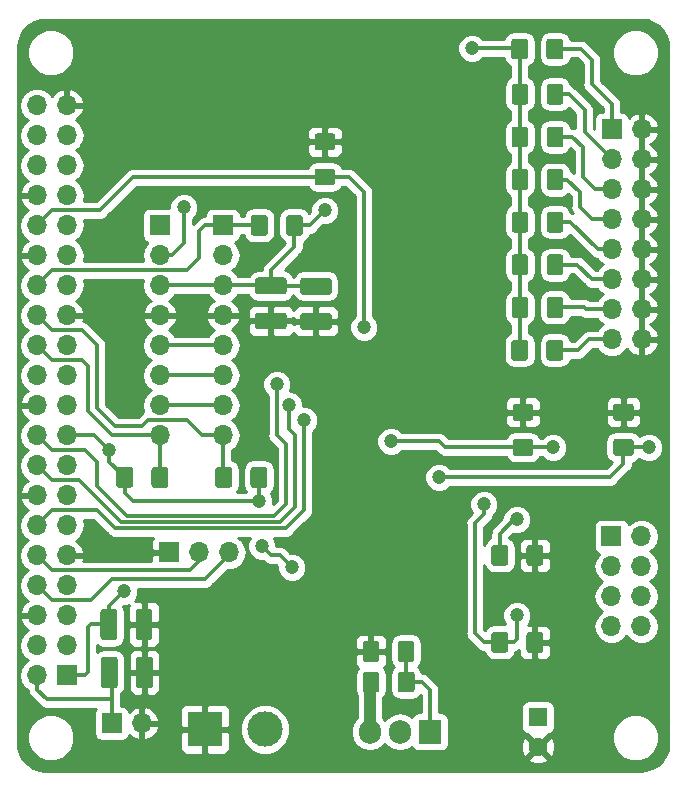
<source format=gbr>
%TF.GenerationSoftware,KiCad,Pcbnew,5.0.2-bee76a0~70~ubuntu18.04.1*%
%TF.CreationDate,2019-03-20T18:43:48-06:00*%
%TF.ProjectId,Pi_Breakout_Board,50695f42-7265-4616-9b6f-75745f426f61,rev?*%
%TF.SameCoordinates,Original*%
%TF.FileFunction,Copper,L2,Bot*%
%TF.FilePolarity,Positive*%
%FSLAX46Y46*%
G04 Gerber Fmt 4.6, Leading zero omitted, Abs format (unit mm)*
G04 Created by KiCad (PCBNEW 5.0.2-bee76a0~70~ubuntu18.04.1) date Wed 20 Mar 2019 06:43:48 PM MDT*
%MOMM*%
%LPD*%
G01*
G04 APERTURE LIST*
%TA.AperFunction,ComponentPad*%
%ADD10O,1.700000X1.700000*%
%TD*%
%TA.AperFunction,ComponentPad*%
%ADD11R,1.700000X1.700000*%
%TD*%
%TA.AperFunction,Conductor*%
%ADD12C,0.100000*%
%TD*%
%TA.AperFunction,SMDPad,CuDef*%
%ADD13C,1.425000*%
%TD*%
%TA.AperFunction,ComponentPad*%
%ADD14R,1.600000X1.600000*%
%TD*%
%TA.AperFunction,ComponentPad*%
%ADD15C,1.600000*%
%TD*%
%TA.AperFunction,ComponentPad*%
%ADD16R,1.905000X2.000000*%
%TD*%
%TA.AperFunction,ComponentPad*%
%ADD17O,1.905000X2.000000*%
%TD*%
%TA.AperFunction,ComponentPad*%
%ADD18R,3.000000X3.000000*%
%TD*%
%TA.AperFunction,ComponentPad*%
%ADD19C,3.000000*%
%TD*%
%TA.AperFunction,ViaPad*%
%ADD20C,1.200000*%
%TD*%
%TA.AperFunction,Conductor*%
%ADD21C,0.304800*%
%TD*%
%TA.AperFunction,Conductor*%
%ADD22C,1.000000*%
%TD*%
%TA.AperFunction,Conductor*%
%ADD23C,0.254000*%
%TD*%
G04 APERTURE END LIST*
D10*
%TO.P,J5,8*%
%TO.N,~CE1*%
X68072000Y-120904000D03*
%TO.P,J5,7*%
%TO.N,MOSI0*%
X68072000Y-118364000D03*
%TO.P,J5,6*%
%TO.N,MISO0*%
X68072000Y-115824000D03*
%TO.P,J5,5*%
%TO.N,SCLK0*%
X68072000Y-113284000D03*
%TO.P,J5,4*%
%TO.N,GND*%
X68072000Y-110744000D03*
%TO.P,J5,3*%
%TO.N,+3V3*%
X68072000Y-108204000D03*
%TO.P,J5,2*%
%TO.N,SDA0*%
X68072000Y-105664000D03*
D11*
%TO.P,J5,1*%
%TO.N,SCL0*%
X68072000Y-103124000D03*
%TD*%
%TO.P,J1,1*%
%TO.N,+3V3*%
X54864000Y-141224000D03*
D10*
%TO.P,J1,2*%
%TO.N,+5V*%
X52324000Y-141224000D03*
%TO.P,J1,3*%
%TO.N,SDA1*%
X54864000Y-138684000D03*
%TO.P,J1,4*%
%TO.N,+5V*%
X52324000Y-138684000D03*
%TO.P,J1,5*%
%TO.N,SCL1*%
X54864000Y-136144000D03*
%TO.P,J1,6*%
%TO.N,GND*%
X52324000Y-136144000D03*
%TO.P,J1,7*%
%TO.N,Net-(J1-Pad7)*%
X54864000Y-133604000D03*
%TO.P,J1,8*%
%TO.N,TXD*%
X52324000Y-133604000D03*
%TO.P,J1,9*%
%TO.N,GND*%
X54864000Y-131064000D03*
%TO.P,J1,10*%
%TO.N,RXD*%
X52324000Y-131064000D03*
%TO.P,J1,11*%
%TO.N,Net-(J1-Pad11)*%
X54864000Y-128524000D03*
%TO.P,J1,12*%
%TO.N,LED_GREEN*%
X52324000Y-128524000D03*
%TO.P,J1,13*%
%TO.N,Net-(J1-Pad13)*%
X54864000Y-125984000D03*
%TO.P,J1,14*%
%TO.N,GND*%
X52324000Y-125984000D03*
%TO.P,J1,15*%
%TO.N,Net-(J1-Pad15)*%
X54864000Y-123444000D03*
%TO.P,J1,16*%
%TO.N,LED_YELLOW*%
X52324000Y-123444000D03*
%TO.P,J1,17*%
%TO.N,+3V3*%
X54864000Y-120904000D03*
%TO.P,J1,18*%
%TO.N,LED_RED*%
X52324000Y-120904000D03*
%TO.P,J1,19*%
%TO.N,Net-(J1-Pad19)*%
X54864000Y-118364000D03*
%TO.P,J1,20*%
%TO.N,GND*%
X52324000Y-118364000D03*
%TO.P,J1,21*%
%TO.N,MISO0*%
X54864000Y-115824000D03*
%TO.P,J1,22*%
%TO.N,Net-(J1-Pad22)*%
X52324000Y-115824000D03*
%TO.P,J1,23*%
%TO.N,SCLK0*%
X54864000Y-113284000D03*
%TO.P,J1,24*%
%TO.N,~CE0*%
X52324000Y-113284000D03*
%TO.P,J1,25*%
%TO.N,GND*%
X54864000Y-110744000D03*
%TO.P,J1,26*%
%TO.N,~CE1*%
X52324000Y-110744000D03*
%TO.P,J1,27*%
%TO.N,SDA0*%
X54864000Y-108204000D03*
%TO.P,J1,28*%
%TO.N,SCL0*%
X52324000Y-108204000D03*
%TO.P,J1,29*%
%TO.N,Net-(J1-Pad29)*%
X54864000Y-105664000D03*
%TO.P,J1,30*%
%TO.N,GND*%
X52324000Y-105664000D03*
%TO.P,J1,31*%
%TO.N,Net-(J1-Pad31)*%
X54864000Y-103124000D03*
%TO.P,J1,32*%
%TO.N,~OE*%
X52324000Y-103124000D03*
%TO.P,J1,33*%
%TO.N,Net-(J1-Pad33)*%
X54864000Y-100584000D03*
%TO.P,J1,34*%
%TO.N,GND*%
X52324000Y-100584000D03*
%TO.P,J1,35*%
%TO.N,Net-(J1-Pad35)*%
X54864000Y-98044000D03*
%TO.P,J1,36*%
%TO.N,Net-(J1-Pad36)*%
X52324000Y-98044000D03*
%TO.P,J1,37*%
%TO.N,Net-(J1-Pad37)*%
X54864000Y-95504000D03*
%TO.P,J1,38*%
%TO.N,Net-(J1-Pad38)*%
X52324000Y-95504000D03*
%TO.P,J1,39*%
%TO.N,GND*%
X54864000Y-92964000D03*
%TO.P,J1,40*%
%TO.N,Net-(J1-Pad40)*%
X52324000Y-92964000D03*
%TD*%
D12*
%TO.N,GND*%
%TO.C,C6*%
G36*
X73235504Y-110504204D02*
X73259773Y-110507804D01*
X73283571Y-110513765D01*
X73306671Y-110522030D01*
X73328849Y-110532520D01*
X73349893Y-110545133D01*
X73369598Y-110559747D01*
X73387777Y-110576223D01*
X73404253Y-110594402D01*
X73418867Y-110614107D01*
X73431480Y-110635151D01*
X73441970Y-110657329D01*
X73450235Y-110680429D01*
X73456196Y-110704227D01*
X73459796Y-110728496D01*
X73461000Y-110753000D01*
X73461000Y-111678000D01*
X73459796Y-111702504D01*
X73456196Y-111726773D01*
X73450235Y-111750571D01*
X73441970Y-111773671D01*
X73431480Y-111795849D01*
X73418867Y-111816893D01*
X73404253Y-111836598D01*
X73387777Y-111854777D01*
X73369598Y-111871253D01*
X73349893Y-111885867D01*
X73328849Y-111898480D01*
X73306671Y-111908970D01*
X73283571Y-111917235D01*
X73259773Y-111923196D01*
X73235504Y-111926796D01*
X73211000Y-111928000D01*
X71061000Y-111928000D01*
X71036496Y-111926796D01*
X71012227Y-111923196D01*
X70988429Y-111917235D01*
X70965329Y-111908970D01*
X70943151Y-111898480D01*
X70922107Y-111885867D01*
X70902402Y-111871253D01*
X70884223Y-111854777D01*
X70867747Y-111836598D01*
X70853133Y-111816893D01*
X70840520Y-111795849D01*
X70830030Y-111773671D01*
X70821765Y-111750571D01*
X70815804Y-111726773D01*
X70812204Y-111702504D01*
X70811000Y-111678000D01*
X70811000Y-110753000D01*
X70812204Y-110728496D01*
X70815804Y-110704227D01*
X70821765Y-110680429D01*
X70830030Y-110657329D01*
X70840520Y-110635151D01*
X70853133Y-110614107D01*
X70867747Y-110594402D01*
X70884223Y-110576223D01*
X70902402Y-110559747D01*
X70922107Y-110545133D01*
X70943151Y-110532520D01*
X70965329Y-110522030D01*
X70988429Y-110513765D01*
X71012227Y-110507804D01*
X71036496Y-110504204D01*
X71061000Y-110503000D01*
X73211000Y-110503000D01*
X73235504Y-110504204D01*
X73235504Y-110504204D01*
G37*
D13*
%TD*%
%TO.P,C6,2*%
%TO.N,GND*%
X72136000Y-111215500D03*
D12*
%TO.N,+3V3*%
%TO.C,C6*%
G36*
X73235504Y-107529204D02*
X73259773Y-107532804D01*
X73283571Y-107538765D01*
X73306671Y-107547030D01*
X73328849Y-107557520D01*
X73349893Y-107570133D01*
X73369598Y-107584747D01*
X73387777Y-107601223D01*
X73404253Y-107619402D01*
X73418867Y-107639107D01*
X73431480Y-107660151D01*
X73441970Y-107682329D01*
X73450235Y-107705429D01*
X73456196Y-107729227D01*
X73459796Y-107753496D01*
X73461000Y-107778000D01*
X73461000Y-108703000D01*
X73459796Y-108727504D01*
X73456196Y-108751773D01*
X73450235Y-108775571D01*
X73441970Y-108798671D01*
X73431480Y-108820849D01*
X73418867Y-108841893D01*
X73404253Y-108861598D01*
X73387777Y-108879777D01*
X73369598Y-108896253D01*
X73349893Y-108910867D01*
X73328849Y-108923480D01*
X73306671Y-108933970D01*
X73283571Y-108942235D01*
X73259773Y-108948196D01*
X73235504Y-108951796D01*
X73211000Y-108953000D01*
X71061000Y-108953000D01*
X71036496Y-108951796D01*
X71012227Y-108948196D01*
X70988429Y-108942235D01*
X70965329Y-108933970D01*
X70943151Y-108923480D01*
X70922107Y-108910867D01*
X70902402Y-108896253D01*
X70884223Y-108879777D01*
X70867747Y-108861598D01*
X70853133Y-108841893D01*
X70840520Y-108820849D01*
X70830030Y-108798671D01*
X70821765Y-108775571D01*
X70815804Y-108751773D01*
X70812204Y-108727504D01*
X70811000Y-108703000D01*
X70811000Y-107778000D01*
X70812204Y-107753496D01*
X70815804Y-107729227D01*
X70821765Y-107705429D01*
X70830030Y-107682329D01*
X70840520Y-107660151D01*
X70853133Y-107639107D01*
X70867747Y-107619402D01*
X70884223Y-107601223D01*
X70902402Y-107584747D01*
X70922107Y-107570133D01*
X70943151Y-107557520D01*
X70965329Y-107547030D01*
X70988429Y-107538765D01*
X71012227Y-107532804D01*
X71036496Y-107529204D01*
X71061000Y-107528000D01*
X73211000Y-107528000D01*
X73235504Y-107529204D01*
X73235504Y-107529204D01*
G37*
D13*
%TD*%
%TO.P,C6,1*%
%TO.N,+3V3*%
X72136000Y-108240500D03*
D12*
%TO.N,+3V3*%
%TO.C,C7*%
G36*
X77045504Y-107565704D02*
X77069773Y-107569304D01*
X77093571Y-107575265D01*
X77116671Y-107583530D01*
X77138849Y-107594020D01*
X77159893Y-107606633D01*
X77179598Y-107621247D01*
X77197777Y-107637723D01*
X77214253Y-107655902D01*
X77228867Y-107675607D01*
X77241480Y-107696651D01*
X77251970Y-107718829D01*
X77260235Y-107741929D01*
X77266196Y-107765727D01*
X77269796Y-107789996D01*
X77271000Y-107814500D01*
X77271000Y-108739500D01*
X77269796Y-108764004D01*
X77266196Y-108788273D01*
X77260235Y-108812071D01*
X77251970Y-108835171D01*
X77241480Y-108857349D01*
X77228867Y-108878393D01*
X77214253Y-108898098D01*
X77197777Y-108916277D01*
X77179598Y-108932753D01*
X77159893Y-108947367D01*
X77138849Y-108959980D01*
X77116671Y-108970470D01*
X77093571Y-108978735D01*
X77069773Y-108984696D01*
X77045504Y-108988296D01*
X77021000Y-108989500D01*
X74871000Y-108989500D01*
X74846496Y-108988296D01*
X74822227Y-108984696D01*
X74798429Y-108978735D01*
X74775329Y-108970470D01*
X74753151Y-108959980D01*
X74732107Y-108947367D01*
X74712402Y-108932753D01*
X74694223Y-108916277D01*
X74677747Y-108898098D01*
X74663133Y-108878393D01*
X74650520Y-108857349D01*
X74640030Y-108835171D01*
X74631765Y-108812071D01*
X74625804Y-108788273D01*
X74622204Y-108764004D01*
X74621000Y-108739500D01*
X74621000Y-107814500D01*
X74622204Y-107789996D01*
X74625804Y-107765727D01*
X74631765Y-107741929D01*
X74640030Y-107718829D01*
X74650520Y-107696651D01*
X74663133Y-107675607D01*
X74677747Y-107655902D01*
X74694223Y-107637723D01*
X74712402Y-107621247D01*
X74732107Y-107606633D01*
X74753151Y-107594020D01*
X74775329Y-107583530D01*
X74798429Y-107575265D01*
X74822227Y-107569304D01*
X74846496Y-107565704D01*
X74871000Y-107564500D01*
X77021000Y-107564500D01*
X77045504Y-107565704D01*
X77045504Y-107565704D01*
G37*
D13*
%TD*%
%TO.P,C7,1*%
%TO.N,+3V3*%
X75946000Y-108277000D03*
D12*
%TO.N,GND*%
%TO.C,C7*%
G36*
X77045504Y-110540704D02*
X77069773Y-110544304D01*
X77093571Y-110550265D01*
X77116671Y-110558530D01*
X77138849Y-110569020D01*
X77159893Y-110581633D01*
X77179598Y-110596247D01*
X77197777Y-110612723D01*
X77214253Y-110630902D01*
X77228867Y-110650607D01*
X77241480Y-110671651D01*
X77251970Y-110693829D01*
X77260235Y-110716929D01*
X77266196Y-110740727D01*
X77269796Y-110764996D01*
X77271000Y-110789500D01*
X77271000Y-111714500D01*
X77269796Y-111739004D01*
X77266196Y-111763273D01*
X77260235Y-111787071D01*
X77251970Y-111810171D01*
X77241480Y-111832349D01*
X77228867Y-111853393D01*
X77214253Y-111873098D01*
X77197777Y-111891277D01*
X77179598Y-111907753D01*
X77159893Y-111922367D01*
X77138849Y-111934980D01*
X77116671Y-111945470D01*
X77093571Y-111953735D01*
X77069773Y-111959696D01*
X77045504Y-111963296D01*
X77021000Y-111964500D01*
X74871000Y-111964500D01*
X74846496Y-111963296D01*
X74822227Y-111959696D01*
X74798429Y-111953735D01*
X74775329Y-111945470D01*
X74753151Y-111934980D01*
X74732107Y-111922367D01*
X74712402Y-111907753D01*
X74694223Y-111891277D01*
X74677747Y-111873098D01*
X74663133Y-111853393D01*
X74650520Y-111832349D01*
X74640030Y-111810171D01*
X74631765Y-111787071D01*
X74625804Y-111763273D01*
X74622204Y-111739004D01*
X74621000Y-111714500D01*
X74621000Y-110789500D01*
X74622204Y-110764996D01*
X74625804Y-110740727D01*
X74631765Y-110716929D01*
X74640030Y-110693829D01*
X74650520Y-110671651D01*
X74663133Y-110650607D01*
X74677747Y-110630902D01*
X74694223Y-110612723D01*
X74712402Y-110596247D01*
X74732107Y-110581633D01*
X74753151Y-110569020D01*
X74775329Y-110558530D01*
X74798429Y-110550265D01*
X74822227Y-110544304D01*
X74846496Y-110540704D01*
X74871000Y-110539500D01*
X77021000Y-110539500D01*
X77045504Y-110540704D01*
X77045504Y-110540704D01*
G37*
D13*
%TD*%
%TO.P,C7,2*%
%TO.N,GND*%
X75946000Y-111252000D03*
D14*
%TO.P,C8,1*%
%TO.N,28V*%
X94742000Y-144780000D03*
D15*
%TO.P,C8,2*%
%TO.N,GND*%
X94742000Y-147280000D03*
%TD*%
D12*
%TO.N,+3V3*%
%TO.C,C9*%
G36*
X58907004Y-135582204D02*
X58931273Y-135585804D01*
X58955071Y-135591765D01*
X58978171Y-135600030D01*
X59000349Y-135610520D01*
X59021393Y-135623133D01*
X59041098Y-135637747D01*
X59059277Y-135654223D01*
X59075753Y-135672402D01*
X59090367Y-135692107D01*
X59102980Y-135713151D01*
X59113470Y-135735329D01*
X59121735Y-135758429D01*
X59127696Y-135782227D01*
X59131296Y-135806496D01*
X59132500Y-135831000D01*
X59132500Y-137981000D01*
X59131296Y-138005504D01*
X59127696Y-138029773D01*
X59121735Y-138053571D01*
X59113470Y-138076671D01*
X59102980Y-138098849D01*
X59090367Y-138119893D01*
X59075753Y-138139598D01*
X59059277Y-138157777D01*
X59041098Y-138174253D01*
X59021393Y-138188867D01*
X59000349Y-138201480D01*
X58978171Y-138211970D01*
X58955071Y-138220235D01*
X58931273Y-138226196D01*
X58907004Y-138229796D01*
X58882500Y-138231000D01*
X57957500Y-138231000D01*
X57932996Y-138229796D01*
X57908727Y-138226196D01*
X57884929Y-138220235D01*
X57861829Y-138211970D01*
X57839651Y-138201480D01*
X57818607Y-138188867D01*
X57798902Y-138174253D01*
X57780723Y-138157777D01*
X57764247Y-138139598D01*
X57749633Y-138119893D01*
X57737020Y-138098849D01*
X57726530Y-138076671D01*
X57718265Y-138053571D01*
X57712304Y-138029773D01*
X57708704Y-138005504D01*
X57707500Y-137981000D01*
X57707500Y-135831000D01*
X57708704Y-135806496D01*
X57712304Y-135782227D01*
X57718265Y-135758429D01*
X57726530Y-135735329D01*
X57737020Y-135713151D01*
X57749633Y-135692107D01*
X57764247Y-135672402D01*
X57780723Y-135654223D01*
X57798902Y-135637747D01*
X57818607Y-135623133D01*
X57839651Y-135610520D01*
X57861829Y-135600030D01*
X57884929Y-135591765D01*
X57908727Y-135585804D01*
X57932996Y-135582204D01*
X57957500Y-135581000D01*
X58882500Y-135581000D01*
X58907004Y-135582204D01*
X58907004Y-135582204D01*
G37*
D13*
%TD*%
%TO.P,C9,1*%
%TO.N,+3V3*%
X58420000Y-136906000D03*
D12*
%TO.N,GND*%
%TO.C,C9*%
G36*
X61882004Y-135582204D02*
X61906273Y-135585804D01*
X61930071Y-135591765D01*
X61953171Y-135600030D01*
X61975349Y-135610520D01*
X61996393Y-135623133D01*
X62016098Y-135637747D01*
X62034277Y-135654223D01*
X62050753Y-135672402D01*
X62065367Y-135692107D01*
X62077980Y-135713151D01*
X62088470Y-135735329D01*
X62096735Y-135758429D01*
X62102696Y-135782227D01*
X62106296Y-135806496D01*
X62107500Y-135831000D01*
X62107500Y-137981000D01*
X62106296Y-138005504D01*
X62102696Y-138029773D01*
X62096735Y-138053571D01*
X62088470Y-138076671D01*
X62077980Y-138098849D01*
X62065367Y-138119893D01*
X62050753Y-138139598D01*
X62034277Y-138157777D01*
X62016098Y-138174253D01*
X61996393Y-138188867D01*
X61975349Y-138201480D01*
X61953171Y-138211970D01*
X61930071Y-138220235D01*
X61906273Y-138226196D01*
X61882004Y-138229796D01*
X61857500Y-138231000D01*
X60932500Y-138231000D01*
X60907996Y-138229796D01*
X60883727Y-138226196D01*
X60859929Y-138220235D01*
X60836829Y-138211970D01*
X60814651Y-138201480D01*
X60793607Y-138188867D01*
X60773902Y-138174253D01*
X60755723Y-138157777D01*
X60739247Y-138139598D01*
X60724633Y-138119893D01*
X60712020Y-138098849D01*
X60701530Y-138076671D01*
X60693265Y-138053571D01*
X60687304Y-138029773D01*
X60683704Y-138005504D01*
X60682500Y-137981000D01*
X60682500Y-135831000D01*
X60683704Y-135806496D01*
X60687304Y-135782227D01*
X60693265Y-135758429D01*
X60701530Y-135735329D01*
X60712020Y-135713151D01*
X60724633Y-135692107D01*
X60739247Y-135672402D01*
X60755723Y-135654223D01*
X60773902Y-135637747D01*
X60793607Y-135623133D01*
X60814651Y-135610520D01*
X60836829Y-135600030D01*
X60859929Y-135591765D01*
X60883727Y-135585804D01*
X60907996Y-135582204D01*
X60932500Y-135581000D01*
X61857500Y-135581000D01*
X61882004Y-135582204D01*
X61882004Y-135582204D01*
G37*
D13*
%TD*%
%TO.P,C9,2*%
%TO.N,GND*%
X61395000Y-136906000D03*
D12*
%TO.N,+5V*%
%TO.C,C10*%
G36*
X58943504Y-139646204D02*
X58967773Y-139649804D01*
X58991571Y-139655765D01*
X59014671Y-139664030D01*
X59036849Y-139674520D01*
X59057893Y-139687133D01*
X59077598Y-139701747D01*
X59095777Y-139718223D01*
X59112253Y-139736402D01*
X59126867Y-139756107D01*
X59139480Y-139777151D01*
X59149970Y-139799329D01*
X59158235Y-139822429D01*
X59164196Y-139846227D01*
X59167796Y-139870496D01*
X59169000Y-139895000D01*
X59169000Y-142045000D01*
X59167796Y-142069504D01*
X59164196Y-142093773D01*
X59158235Y-142117571D01*
X59149970Y-142140671D01*
X59139480Y-142162849D01*
X59126867Y-142183893D01*
X59112253Y-142203598D01*
X59095777Y-142221777D01*
X59077598Y-142238253D01*
X59057893Y-142252867D01*
X59036849Y-142265480D01*
X59014671Y-142275970D01*
X58991571Y-142284235D01*
X58967773Y-142290196D01*
X58943504Y-142293796D01*
X58919000Y-142295000D01*
X57994000Y-142295000D01*
X57969496Y-142293796D01*
X57945227Y-142290196D01*
X57921429Y-142284235D01*
X57898329Y-142275970D01*
X57876151Y-142265480D01*
X57855107Y-142252867D01*
X57835402Y-142238253D01*
X57817223Y-142221777D01*
X57800747Y-142203598D01*
X57786133Y-142183893D01*
X57773520Y-142162849D01*
X57763030Y-142140671D01*
X57754765Y-142117571D01*
X57748804Y-142093773D01*
X57745204Y-142069504D01*
X57744000Y-142045000D01*
X57744000Y-139895000D01*
X57745204Y-139870496D01*
X57748804Y-139846227D01*
X57754765Y-139822429D01*
X57763030Y-139799329D01*
X57773520Y-139777151D01*
X57786133Y-139756107D01*
X57800747Y-139736402D01*
X57817223Y-139718223D01*
X57835402Y-139701747D01*
X57855107Y-139687133D01*
X57876151Y-139674520D01*
X57898329Y-139664030D01*
X57921429Y-139655765D01*
X57945227Y-139649804D01*
X57969496Y-139646204D01*
X57994000Y-139645000D01*
X58919000Y-139645000D01*
X58943504Y-139646204D01*
X58943504Y-139646204D01*
G37*
D13*
%TD*%
%TO.P,C10,1*%
%TO.N,+5V*%
X58456500Y-140970000D03*
D12*
%TO.N,GND*%
%TO.C,C10*%
G36*
X61918504Y-139646204D02*
X61942773Y-139649804D01*
X61966571Y-139655765D01*
X61989671Y-139664030D01*
X62011849Y-139674520D01*
X62032893Y-139687133D01*
X62052598Y-139701747D01*
X62070777Y-139718223D01*
X62087253Y-139736402D01*
X62101867Y-139756107D01*
X62114480Y-139777151D01*
X62124970Y-139799329D01*
X62133235Y-139822429D01*
X62139196Y-139846227D01*
X62142796Y-139870496D01*
X62144000Y-139895000D01*
X62144000Y-142045000D01*
X62142796Y-142069504D01*
X62139196Y-142093773D01*
X62133235Y-142117571D01*
X62124970Y-142140671D01*
X62114480Y-142162849D01*
X62101867Y-142183893D01*
X62087253Y-142203598D01*
X62070777Y-142221777D01*
X62052598Y-142238253D01*
X62032893Y-142252867D01*
X62011849Y-142265480D01*
X61989671Y-142275970D01*
X61966571Y-142284235D01*
X61942773Y-142290196D01*
X61918504Y-142293796D01*
X61894000Y-142295000D01*
X60969000Y-142295000D01*
X60944496Y-142293796D01*
X60920227Y-142290196D01*
X60896429Y-142284235D01*
X60873329Y-142275970D01*
X60851151Y-142265480D01*
X60830107Y-142252867D01*
X60810402Y-142238253D01*
X60792223Y-142221777D01*
X60775747Y-142203598D01*
X60761133Y-142183893D01*
X60748520Y-142162849D01*
X60738030Y-142140671D01*
X60729765Y-142117571D01*
X60723804Y-142093773D01*
X60720204Y-142069504D01*
X60719000Y-142045000D01*
X60719000Y-139895000D01*
X60720204Y-139870496D01*
X60723804Y-139846227D01*
X60729765Y-139822429D01*
X60738030Y-139799329D01*
X60748520Y-139777151D01*
X60761133Y-139756107D01*
X60775747Y-139736402D01*
X60792223Y-139718223D01*
X60810402Y-139701747D01*
X60830107Y-139687133D01*
X60851151Y-139674520D01*
X60873329Y-139664030D01*
X60896429Y-139655765D01*
X60920227Y-139649804D01*
X60944496Y-139646204D01*
X60969000Y-139645000D01*
X61894000Y-139645000D01*
X61918504Y-139646204D01*
X61918504Y-139646204D01*
G37*
D13*
%TD*%
%TO.P,C10,2*%
%TO.N,GND*%
X61431500Y-140970000D03*
D16*
%TO.P,Q5,1*%
%TO.N,Net-(Q5-Pad1)*%
X85598000Y-146000000D03*
D17*
%TO.P,Q5,2*%
%TO.N,/inpt_hicurrent*%
X83058000Y-146000000D03*
%TO.P,Q5,3*%
%TO.N,28V*%
X80518000Y-146000000D03*
%TD*%
D12*
%TO.N,~OE*%
%TO.C,R8*%
G36*
X77357504Y-98312204D02*
X77381773Y-98315804D01*
X77405571Y-98321765D01*
X77428671Y-98330030D01*
X77450849Y-98340520D01*
X77471893Y-98353133D01*
X77491598Y-98367747D01*
X77509777Y-98384223D01*
X77526253Y-98402402D01*
X77540867Y-98422107D01*
X77553480Y-98443151D01*
X77563970Y-98465329D01*
X77572235Y-98488429D01*
X77578196Y-98512227D01*
X77581796Y-98536496D01*
X77583000Y-98561000D01*
X77583000Y-99486000D01*
X77581796Y-99510504D01*
X77578196Y-99534773D01*
X77572235Y-99558571D01*
X77563970Y-99581671D01*
X77553480Y-99603849D01*
X77540867Y-99624893D01*
X77526253Y-99644598D01*
X77509777Y-99662777D01*
X77491598Y-99679253D01*
X77471893Y-99693867D01*
X77450849Y-99706480D01*
X77428671Y-99716970D01*
X77405571Y-99725235D01*
X77381773Y-99731196D01*
X77357504Y-99734796D01*
X77333000Y-99736000D01*
X76083000Y-99736000D01*
X76058496Y-99734796D01*
X76034227Y-99731196D01*
X76010429Y-99725235D01*
X75987329Y-99716970D01*
X75965151Y-99706480D01*
X75944107Y-99693867D01*
X75924402Y-99679253D01*
X75906223Y-99662777D01*
X75889747Y-99644598D01*
X75875133Y-99624893D01*
X75862520Y-99603849D01*
X75852030Y-99581671D01*
X75843765Y-99558571D01*
X75837804Y-99534773D01*
X75834204Y-99510504D01*
X75833000Y-99486000D01*
X75833000Y-98561000D01*
X75834204Y-98536496D01*
X75837804Y-98512227D01*
X75843765Y-98488429D01*
X75852030Y-98465329D01*
X75862520Y-98443151D01*
X75875133Y-98422107D01*
X75889747Y-98402402D01*
X75906223Y-98384223D01*
X75924402Y-98367747D01*
X75944107Y-98353133D01*
X75965151Y-98340520D01*
X75987329Y-98330030D01*
X76010429Y-98321765D01*
X76034227Y-98315804D01*
X76058496Y-98312204D01*
X76083000Y-98311000D01*
X77333000Y-98311000D01*
X77357504Y-98312204D01*
X77357504Y-98312204D01*
G37*
D13*
%TD*%
%TO.P,R8,1*%
%TO.N,~OE*%
X76708000Y-99023500D03*
D12*
%TO.N,GND*%
%TO.C,R8*%
G36*
X77357504Y-95337204D02*
X77381773Y-95340804D01*
X77405571Y-95346765D01*
X77428671Y-95355030D01*
X77450849Y-95365520D01*
X77471893Y-95378133D01*
X77491598Y-95392747D01*
X77509777Y-95409223D01*
X77526253Y-95427402D01*
X77540867Y-95447107D01*
X77553480Y-95468151D01*
X77563970Y-95490329D01*
X77572235Y-95513429D01*
X77578196Y-95537227D01*
X77581796Y-95561496D01*
X77583000Y-95586000D01*
X77583000Y-96511000D01*
X77581796Y-96535504D01*
X77578196Y-96559773D01*
X77572235Y-96583571D01*
X77563970Y-96606671D01*
X77553480Y-96628849D01*
X77540867Y-96649893D01*
X77526253Y-96669598D01*
X77509777Y-96687777D01*
X77491598Y-96704253D01*
X77471893Y-96718867D01*
X77450849Y-96731480D01*
X77428671Y-96741970D01*
X77405571Y-96750235D01*
X77381773Y-96756196D01*
X77357504Y-96759796D01*
X77333000Y-96761000D01*
X76083000Y-96761000D01*
X76058496Y-96759796D01*
X76034227Y-96756196D01*
X76010429Y-96750235D01*
X75987329Y-96741970D01*
X75965151Y-96731480D01*
X75944107Y-96718867D01*
X75924402Y-96704253D01*
X75906223Y-96687777D01*
X75889747Y-96669598D01*
X75875133Y-96649893D01*
X75862520Y-96628849D01*
X75852030Y-96606671D01*
X75843765Y-96583571D01*
X75837804Y-96559773D01*
X75834204Y-96535504D01*
X75833000Y-96511000D01*
X75833000Y-95586000D01*
X75834204Y-95561496D01*
X75837804Y-95537227D01*
X75843765Y-95513429D01*
X75852030Y-95490329D01*
X75862520Y-95468151D01*
X75875133Y-95447107D01*
X75889747Y-95427402D01*
X75906223Y-95409223D01*
X75924402Y-95392747D01*
X75944107Y-95378133D01*
X75965151Y-95365520D01*
X75987329Y-95355030D01*
X76010429Y-95346765D01*
X76034227Y-95340804D01*
X76058496Y-95337204D01*
X76083000Y-95336000D01*
X77333000Y-95336000D01*
X77357504Y-95337204D01*
X77357504Y-95337204D01*
G37*
D13*
%TD*%
%TO.P,R8,2*%
%TO.N,GND*%
X76708000Y-96048500D03*
D12*
%TO.N,+3V3*%
%TO.C,R10*%
G36*
X71607004Y-123586204D02*
X71631273Y-123589804D01*
X71655071Y-123595765D01*
X71678171Y-123604030D01*
X71700349Y-123614520D01*
X71721393Y-123627133D01*
X71741098Y-123641747D01*
X71759277Y-123658223D01*
X71775753Y-123676402D01*
X71790367Y-123696107D01*
X71802980Y-123717151D01*
X71813470Y-123739329D01*
X71821735Y-123762429D01*
X71827696Y-123786227D01*
X71831296Y-123810496D01*
X71832500Y-123835000D01*
X71832500Y-125085000D01*
X71831296Y-125109504D01*
X71827696Y-125133773D01*
X71821735Y-125157571D01*
X71813470Y-125180671D01*
X71802980Y-125202849D01*
X71790367Y-125223893D01*
X71775753Y-125243598D01*
X71759277Y-125261777D01*
X71741098Y-125278253D01*
X71721393Y-125292867D01*
X71700349Y-125305480D01*
X71678171Y-125315970D01*
X71655071Y-125324235D01*
X71631273Y-125330196D01*
X71607004Y-125333796D01*
X71582500Y-125335000D01*
X70657500Y-125335000D01*
X70632996Y-125333796D01*
X70608727Y-125330196D01*
X70584929Y-125324235D01*
X70561829Y-125315970D01*
X70539651Y-125305480D01*
X70518607Y-125292867D01*
X70498902Y-125278253D01*
X70480723Y-125261777D01*
X70464247Y-125243598D01*
X70449633Y-125223893D01*
X70437020Y-125202849D01*
X70426530Y-125180671D01*
X70418265Y-125157571D01*
X70412304Y-125133773D01*
X70408704Y-125109504D01*
X70407500Y-125085000D01*
X70407500Y-123835000D01*
X70408704Y-123810496D01*
X70412304Y-123786227D01*
X70418265Y-123762429D01*
X70426530Y-123739329D01*
X70437020Y-123717151D01*
X70449633Y-123696107D01*
X70464247Y-123676402D01*
X70480723Y-123658223D01*
X70498902Y-123641747D01*
X70518607Y-123627133D01*
X70539651Y-123614520D01*
X70561829Y-123604030D01*
X70584929Y-123595765D01*
X70608727Y-123589804D01*
X70632996Y-123586204D01*
X70657500Y-123585000D01*
X71582500Y-123585000D01*
X71607004Y-123586204D01*
X71607004Y-123586204D01*
G37*
D13*
%TD*%
%TO.P,R10,1*%
%TO.N,+3V3*%
X71120000Y-124460000D03*
D12*
%TO.N,~CE1*%
%TO.C,R10*%
G36*
X68632004Y-123586204D02*
X68656273Y-123589804D01*
X68680071Y-123595765D01*
X68703171Y-123604030D01*
X68725349Y-123614520D01*
X68746393Y-123627133D01*
X68766098Y-123641747D01*
X68784277Y-123658223D01*
X68800753Y-123676402D01*
X68815367Y-123696107D01*
X68827980Y-123717151D01*
X68838470Y-123739329D01*
X68846735Y-123762429D01*
X68852696Y-123786227D01*
X68856296Y-123810496D01*
X68857500Y-123835000D01*
X68857500Y-125085000D01*
X68856296Y-125109504D01*
X68852696Y-125133773D01*
X68846735Y-125157571D01*
X68838470Y-125180671D01*
X68827980Y-125202849D01*
X68815367Y-125223893D01*
X68800753Y-125243598D01*
X68784277Y-125261777D01*
X68766098Y-125278253D01*
X68746393Y-125292867D01*
X68725349Y-125305480D01*
X68703171Y-125315970D01*
X68680071Y-125324235D01*
X68656273Y-125330196D01*
X68632004Y-125333796D01*
X68607500Y-125335000D01*
X67682500Y-125335000D01*
X67657996Y-125333796D01*
X67633727Y-125330196D01*
X67609929Y-125324235D01*
X67586829Y-125315970D01*
X67564651Y-125305480D01*
X67543607Y-125292867D01*
X67523902Y-125278253D01*
X67505723Y-125261777D01*
X67489247Y-125243598D01*
X67474633Y-125223893D01*
X67462020Y-125202849D01*
X67451530Y-125180671D01*
X67443265Y-125157571D01*
X67437304Y-125133773D01*
X67433704Y-125109504D01*
X67432500Y-125085000D01*
X67432500Y-123835000D01*
X67433704Y-123810496D01*
X67437304Y-123786227D01*
X67443265Y-123762429D01*
X67451530Y-123739329D01*
X67462020Y-123717151D01*
X67474633Y-123696107D01*
X67489247Y-123676402D01*
X67505723Y-123658223D01*
X67523902Y-123641747D01*
X67543607Y-123627133D01*
X67564651Y-123614520D01*
X67586829Y-123604030D01*
X67609929Y-123595765D01*
X67633727Y-123589804D01*
X67657996Y-123586204D01*
X67682500Y-123585000D01*
X68607500Y-123585000D01*
X68632004Y-123586204D01*
X68632004Y-123586204D01*
G37*
D13*
%TD*%
%TO.P,R10,2*%
%TO.N,~CE1*%
X68145000Y-124460000D03*
D12*
%TO.N,SCL0*%
%TO.C,R11*%
G36*
X71643504Y-102250204D02*
X71667773Y-102253804D01*
X71691571Y-102259765D01*
X71714671Y-102268030D01*
X71736849Y-102278520D01*
X71757893Y-102291133D01*
X71777598Y-102305747D01*
X71795777Y-102322223D01*
X71812253Y-102340402D01*
X71826867Y-102360107D01*
X71839480Y-102381151D01*
X71849970Y-102403329D01*
X71858235Y-102426429D01*
X71864196Y-102450227D01*
X71867796Y-102474496D01*
X71869000Y-102499000D01*
X71869000Y-103749000D01*
X71867796Y-103773504D01*
X71864196Y-103797773D01*
X71858235Y-103821571D01*
X71849970Y-103844671D01*
X71839480Y-103866849D01*
X71826867Y-103887893D01*
X71812253Y-103907598D01*
X71795777Y-103925777D01*
X71777598Y-103942253D01*
X71757893Y-103956867D01*
X71736849Y-103969480D01*
X71714671Y-103979970D01*
X71691571Y-103988235D01*
X71667773Y-103994196D01*
X71643504Y-103997796D01*
X71619000Y-103999000D01*
X70694000Y-103999000D01*
X70669496Y-103997796D01*
X70645227Y-103994196D01*
X70621429Y-103988235D01*
X70598329Y-103979970D01*
X70576151Y-103969480D01*
X70555107Y-103956867D01*
X70535402Y-103942253D01*
X70517223Y-103925777D01*
X70500747Y-103907598D01*
X70486133Y-103887893D01*
X70473520Y-103866849D01*
X70463030Y-103844671D01*
X70454765Y-103821571D01*
X70448804Y-103797773D01*
X70445204Y-103773504D01*
X70444000Y-103749000D01*
X70444000Y-102499000D01*
X70445204Y-102474496D01*
X70448804Y-102450227D01*
X70454765Y-102426429D01*
X70463030Y-102403329D01*
X70473520Y-102381151D01*
X70486133Y-102360107D01*
X70500747Y-102340402D01*
X70517223Y-102322223D01*
X70535402Y-102305747D01*
X70555107Y-102291133D01*
X70576151Y-102278520D01*
X70598329Y-102268030D01*
X70621429Y-102259765D01*
X70645227Y-102253804D01*
X70669496Y-102250204D01*
X70694000Y-102249000D01*
X71619000Y-102249000D01*
X71643504Y-102250204D01*
X71643504Y-102250204D01*
G37*
D13*
%TD*%
%TO.P,R11,2*%
%TO.N,SCL0*%
X71156500Y-103124000D03*
D12*
%TO.N,+3V3*%
%TO.C,R11*%
G36*
X74618504Y-102250204D02*
X74642773Y-102253804D01*
X74666571Y-102259765D01*
X74689671Y-102268030D01*
X74711849Y-102278520D01*
X74732893Y-102291133D01*
X74752598Y-102305747D01*
X74770777Y-102322223D01*
X74787253Y-102340402D01*
X74801867Y-102360107D01*
X74814480Y-102381151D01*
X74824970Y-102403329D01*
X74833235Y-102426429D01*
X74839196Y-102450227D01*
X74842796Y-102474496D01*
X74844000Y-102499000D01*
X74844000Y-103749000D01*
X74842796Y-103773504D01*
X74839196Y-103797773D01*
X74833235Y-103821571D01*
X74824970Y-103844671D01*
X74814480Y-103866849D01*
X74801867Y-103887893D01*
X74787253Y-103907598D01*
X74770777Y-103925777D01*
X74752598Y-103942253D01*
X74732893Y-103956867D01*
X74711849Y-103969480D01*
X74689671Y-103979970D01*
X74666571Y-103988235D01*
X74642773Y-103994196D01*
X74618504Y-103997796D01*
X74594000Y-103999000D01*
X73669000Y-103999000D01*
X73644496Y-103997796D01*
X73620227Y-103994196D01*
X73596429Y-103988235D01*
X73573329Y-103979970D01*
X73551151Y-103969480D01*
X73530107Y-103956867D01*
X73510402Y-103942253D01*
X73492223Y-103925777D01*
X73475747Y-103907598D01*
X73461133Y-103887893D01*
X73448520Y-103866849D01*
X73438030Y-103844671D01*
X73429765Y-103821571D01*
X73423804Y-103797773D01*
X73420204Y-103773504D01*
X73419000Y-103749000D01*
X73419000Y-102499000D01*
X73420204Y-102474496D01*
X73423804Y-102450227D01*
X73429765Y-102426429D01*
X73438030Y-102403329D01*
X73448520Y-102381151D01*
X73461133Y-102360107D01*
X73475747Y-102340402D01*
X73492223Y-102322223D01*
X73510402Y-102305747D01*
X73530107Y-102291133D01*
X73551151Y-102278520D01*
X73573329Y-102268030D01*
X73596429Y-102259765D01*
X73620227Y-102253804D01*
X73644496Y-102250204D01*
X73669000Y-102249000D01*
X74594000Y-102249000D01*
X74618504Y-102250204D01*
X74618504Y-102250204D01*
G37*
D13*
%TD*%
%TO.P,R11,1*%
%TO.N,+3V3*%
X74131500Y-103124000D03*
D12*
%TO.N,~CE0*%
%TO.C,R13*%
G36*
X63225004Y-123586204D02*
X63249273Y-123589804D01*
X63273071Y-123595765D01*
X63296171Y-123604030D01*
X63318349Y-123614520D01*
X63339393Y-123627133D01*
X63359098Y-123641747D01*
X63377277Y-123658223D01*
X63393753Y-123676402D01*
X63408367Y-123696107D01*
X63420980Y-123717151D01*
X63431470Y-123739329D01*
X63439735Y-123762429D01*
X63445696Y-123786227D01*
X63449296Y-123810496D01*
X63450500Y-123835000D01*
X63450500Y-125085000D01*
X63449296Y-125109504D01*
X63445696Y-125133773D01*
X63439735Y-125157571D01*
X63431470Y-125180671D01*
X63420980Y-125202849D01*
X63408367Y-125223893D01*
X63393753Y-125243598D01*
X63377277Y-125261777D01*
X63359098Y-125278253D01*
X63339393Y-125292867D01*
X63318349Y-125305480D01*
X63296171Y-125315970D01*
X63273071Y-125324235D01*
X63249273Y-125330196D01*
X63225004Y-125333796D01*
X63200500Y-125335000D01*
X62275500Y-125335000D01*
X62250996Y-125333796D01*
X62226727Y-125330196D01*
X62202929Y-125324235D01*
X62179829Y-125315970D01*
X62157651Y-125305480D01*
X62136607Y-125292867D01*
X62116902Y-125278253D01*
X62098723Y-125261777D01*
X62082247Y-125243598D01*
X62067633Y-125223893D01*
X62055020Y-125202849D01*
X62044530Y-125180671D01*
X62036265Y-125157571D01*
X62030304Y-125133773D01*
X62026704Y-125109504D01*
X62025500Y-125085000D01*
X62025500Y-123835000D01*
X62026704Y-123810496D01*
X62030304Y-123786227D01*
X62036265Y-123762429D01*
X62044530Y-123739329D01*
X62055020Y-123717151D01*
X62067633Y-123696107D01*
X62082247Y-123676402D01*
X62098723Y-123658223D01*
X62116902Y-123641747D01*
X62136607Y-123627133D01*
X62157651Y-123614520D01*
X62179829Y-123604030D01*
X62202929Y-123595765D01*
X62226727Y-123589804D01*
X62250996Y-123586204D01*
X62275500Y-123585000D01*
X63200500Y-123585000D01*
X63225004Y-123586204D01*
X63225004Y-123586204D01*
G37*
D13*
%TD*%
%TO.P,R13,2*%
%TO.N,~CE0*%
X62738000Y-124460000D03*
D12*
%TO.N,+3V3*%
%TO.C,R13*%
G36*
X60250004Y-123586204D02*
X60274273Y-123589804D01*
X60298071Y-123595765D01*
X60321171Y-123604030D01*
X60343349Y-123614520D01*
X60364393Y-123627133D01*
X60384098Y-123641747D01*
X60402277Y-123658223D01*
X60418753Y-123676402D01*
X60433367Y-123696107D01*
X60445980Y-123717151D01*
X60456470Y-123739329D01*
X60464735Y-123762429D01*
X60470696Y-123786227D01*
X60474296Y-123810496D01*
X60475500Y-123835000D01*
X60475500Y-125085000D01*
X60474296Y-125109504D01*
X60470696Y-125133773D01*
X60464735Y-125157571D01*
X60456470Y-125180671D01*
X60445980Y-125202849D01*
X60433367Y-125223893D01*
X60418753Y-125243598D01*
X60402277Y-125261777D01*
X60384098Y-125278253D01*
X60364393Y-125292867D01*
X60343349Y-125305480D01*
X60321171Y-125315970D01*
X60298071Y-125324235D01*
X60274273Y-125330196D01*
X60250004Y-125333796D01*
X60225500Y-125335000D01*
X59300500Y-125335000D01*
X59275996Y-125333796D01*
X59251727Y-125330196D01*
X59227929Y-125324235D01*
X59204829Y-125315970D01*
X59182651Y-125305480D01*
X59161607Y-125292867D01*
X59141902Y-125278253D01*
X59123723Y-125261777D01*
X59107247Y-125243598D01*
X59092633Y-125223893D01*
X59080020Y-125202849D01*
X59069530Y-125180671D01*
X59061265Y-125157571D01*
X59055304Y-125133773D01*
X59051704Y-125109504D01*
X59050500Y-125085000D01*
X59050500Y-123835000D01*
X59051704Y-123810496D01*
X59055304Y-123786227D01*
X59061265Y-123762429D01*
X59069530Y-123739329D01*
X59080020Y-123717151D01*
X59092633Y-123696107D01*
X59107247Y-123676402D01*
X59123723Y-123658223D01*
X59141902Y-123641747D01*
X59161607Y-123627133D01*
X59182651Y-123614520D01*
X59204829Y-123604030D01*
X59227929Y-123595765D01*
X59251727Y-123589804D01*
X59275996Y-123586204D01*
X59300500Y-123585000D01*
X60225500Y-123585000D01*
X60250004Y-123586204D01*
X60250004Y-123586204D01*
G37*
D13*
%TD*%
%TO.P,R13,1*%
%TO.N,+3V3*%
X59763000Y-124460000D03*
D12*
%TO.N,Net-(Q1-Pad1)*%
%TO.C,R15*%
G36*
X102624504Y-121208704D02*
X102648773Y-121212304D01*
X102672571Y-121218265D01*
X102695671Y-121226530D01*
X102717849Y-121237020D01*
X102738893Y-121249633D01*
X102758598Y-121264247D01*
X102776777Y-121280723D01*
X102793253Y-121298902D01*
X102807867Y-121318607D01*
X102820480Y-121339651D01*
X102830970Y-121361829D01*
X102839235Y-121384929D01*
X102845196Y-121408727D01*
X102848796Y-121432996D01*
X102850000Y-121457500D01*
X102850000Y-122382500D01*
X102848796Y-122407004D01*
X102845196Y-122431273D01*
X102839235Y-122455071D01*
X102830970Y-122478171D01*
X102820480Y-122500349D01*
X102807867Y-122521393D01*
X102793253Y-122541098D01*
X102776777Y-122559277D01*
X102758598Y-122575753D01*
X102738893Y-122590367D01*
X102717849Y-122602980D01*
X102695671Y-122613470D01*
X102672571Y-122621735D01*
X102648773Y-122627696D01*
X102624504Y-122631296D01*
X102600000Y-122632500D01*
X101350000Y-122632500D01*
X101325496Y-122631296D01*
X101301227Y-122627696D01*
X101277429Y-122621735D01*
X101254329Y-122613470D01*
X101232151Y-122602980D01*
X101211107Y-122590367D01*
X101191402Y-122575753D01*
X101173223Y-122559277D01*
X101156747Y-122541098D01*
X101142133Y-122521393D01*
X101129520Y-122500349D01*
X101119030Y-122478171D01*
X101110765Y-122455071D01*
X101104804Y-122431273D01*
X101101204Y-122407004D01*
X101100000Y-122382500D01*
X101100000Y-121457500D01*
X101101204Y-121432996D01*
X101104804Y-121408727D01*
X101110765Y-121384929D01*
X101119030Y-121361829D01*
X101129520Y-121339651D01*
X101142133Y-121318607D01*
X101156747Y-121298902D01*
X101173223Y-121280723D01*
X101191402Y-121264247D01*
X101211107Y-121249633D01*
X101232151Y-121237020D01*
X101254329Y-121226530D01*
X101277429Y-121218265D01*
X101301227Y-121212304D01*
X101325496Y-121208704D01*
X101350000Y-121207500D01*
X102600000Y-121207500D01*
X102624504Y-121208704D01*
X102624504Y-121208704D01*
G37*
D13*
%TD*%
%TO.P,R15,1*%
%TO.N,Net-(Q1-Pad1)*%
X101975000Y-121920000D03*
D12*
%TO.N,GND*%
%TO.C,R15*%
G36*
X102624504Y-118233704D02*
X102648773Y-118237304D01*
X102672571Y-118243265D01*
X102695671Y-118251530D01*
X102717849Y-118262020D01*
X102738893Y-118274633D01*
X102758598Y-118289247D01*
X102776777Y-118305723D01*
X102793253Y-118323902D01*
X102807867Y-118343607D01*
X102820480Y-118364651D01*
X102830970Y-118386829D01*
X102839235Y-118409929D01*
X102845196Y-118433727D01*
X102848796Y-118457996D01*
X102850000Y-118482500D01*
X102850000Y-119407500D01*
X102848796Y-119432004D01*
X102845196Y-119456273D01*
X102839235Y-119480071D01*
X102830970Y-119503171D01*
X102820480Y-119525349D01*
X102807867Y-119546393D01*
X102793253Y-119566098D01*
X102776777Y-119584277D01*
X102758598Y-119600753D01*
X102738893Y-119615367D01*
X102717849Y-119627980D01*
X102695671Y-119638470D01*
X102672571Y-119646735D01*
X102648773Y-119652696D01*
X102624504Y-119656296D01*
X102600000Y-119657500D01*
X101350000Y-119657500D01*
X101325496Y-119656296D01*
X101301227Y-119652696D01*
X101277429Y-119646735D01*
X101254329Y-119638470D01*
X101232151Y-119627980D01*
X101211107Y-119615367D01*
X101191402Y-119600753D01*
X101173223Y-119584277D01*
X101156747Y-119566098D01*
X101142133Y-119546393D01*
X101129520Y-119525349D01*
X101119030Y-119503171D01*
X101110765Y-119480071D01*
X101104804Y-119456273D01*
X101101204Y-119432004D01*
X101100000Y-119407500D01*
X101100000Y-118482500D01*
X101101204Y-118457996D01*
X101104804Y-118433727D01*
X101110765Y-118409929D01*
X101119030Y-118386829D01*
X101129520Y-118364651D01*
X101142133Y-118343607D01*
X101156747Y-118323902D01*
X101173223Y-118305723D01*
X101191402Y-118289247D01*
X101211107Y-118274633D01*
X101232151Y-118262020D01*
X101254329Y-118251530D01*
X101277429Y-118243265D01*
X101301227Y-118237304D01*
X101325496Y-118233704D01*
X101350000Y-118232500D01*
X102600000Y-118232500D01*
X102624504Y-118233704D01*
X102624504Y-118233704D01*
G37*
D13*
%TD*%
%TO.P,R15,2*%
%TO.N,GND*%
X101975000Y-118945000D03*
D12*
%TO.N,GND*%
%TO.C,R16*%
G36*
X94121504Y-118233704D02*
X94145773Y-118237304D01*
X94169571Y-118243265D01*
X94192671Y-118251530D01*
X94214849Y-118262020D01*
X94235893Y-118274633D01*
X94255598Y-118289247D01*
X94273777Y-118305723D01*
X94290253Y-118323902D01*
X94304867Y-118343607D01*
X94317480Y-118364651D01*
X94327970Y-118386829D01*
X94336235Y-118409929D01*
X94342196Y-118433727D01*
X94345796Y-118457996D01*
X94347000Y-118482500D01*
X94347000Y-119407500D01*
X94345796Y-119432004D01*
X94342196Y-119456273D01*
X94336235Y-119480071D01*
X94327970Y-119503171D01*
X94317480Y-119525349D01*
X94304867Y-119546393D01*
X94290253Y-119566098D01*
X94273777Y-119584277D01*
X94255598Y-119600753D01*
X94235893Y-119615367D01*
X94214849Y-119627980D01*
X94192671Y-119638470D01*
X94169571Y-119646735D01*
X94145773Y-119652696D01*
X94121504Y-119656296D01*
X94097000Y-119657500D01*
X92847000Y-119657500D01*
X92822496Y-119656296D01*
X92798227Y-119652696D01*
X92774429Y-119646735D01*
X92751329Y-119638470D01*
X92729151Y-119627980D01*
X92708107Y-119615367D01*
X92688402Y-119600753D01*
X92670223Y-119584277D01*
X92653747Y-119566098D01*
X92639133Y-119546393D01*
X92626520Y-119525349D01*
X92616030Y-119503171D01*
X92607765Y-119480071D01*
X92601804Y-119456273D01*
X92598204Y-119432004D01*
X92597000Y-119407500D01*
X92597000Y-118482500D01*
X92598204Y-118457996D01*
X92601804Y-118433727D01*
X92607765Y-118409929D01*
X92616030Y-118386829D01*
X92626520Y-118364651D01*
X92639133Y-118343607D01*
X92653747Y-118323902D01*
X92670223Y-118305723D01*
X92688402Y-118289247D01*
X92708107Y-118274633D01*
X92729151Y-118262020D01*
X92751329Y-118251530D01*
X92774429Y-118243265D01*
X92798227Y-118237304D01*
X92822496Y-118233704D01*
X92847000Y-118232500D01*
X94097000Y-118232500D01*
X94121504Y-118233704D01*
X94121504Y-118233704D01*
G37*
D13*
%TD*%
%TO.P,R16,2*%
%TO.N,GND*%
X93472000Y-118945000D03*
D12*
%TO.N,Net-(Q2-Pad1)*%
%TO.C,R16*%
G36*
X94121504Y-121208704D02*
X94145773Y-121212304D01*
X94169571Y-121218265D01*
X94192671Y-121226530D01*
X94214849Y-121237020D01*
X94235893Y-121249633D01*
X94255598Y-121264247D01*
X94273777Y-121280723D01*
X94290253Y-121298902D01*
X94304867Y-121318607D01*
X94317480Y-121339651D01*
X94327970Y-121361829D01*
X94336235Y-121384929D01*
X94342196Y-121408727D01*
X94345796Y-121432996D01*
X94347000Y-121457500D01*
X94347000Y-122382500D01*
X94345796Y-122407004D01*
X94342196Y-122431273D01*
X94336235Y-122455071D01*
X94327970Y-122478171D01*
X94317480Y-122500349D01*
X94304867Y-122521393D01*
X94290253Y-122541098D01*
X94273777Y-122559277D01*
X94255598Y-122575753D01*
X94235893Y-122590367D01*
X94214849Y-122602980D01*
X94192671Y-122613470D01*
X94169571Y-122621735D01*
X94145773Y-122627696D01*
X94121504Y-122631296D01*
X94097000Y-122632500D01*
X92847000Y-122632500D01*
X92822496Y-122631296D01*
X92798227Y-122627696D01*
X92774429Y-122621735D01*
X92751329Y-122613470D01*
X92729151Y-122602980D01*
X92708107Y-122590367D01*
X92688402Y-122575753D01*
X92670223Y-122559277D01*
X92653747Y-122541098D01*
X92639133Y-122521393D01*
X92626520Y-122500349D01*
X92616030Y-122478171D01*
X92607765Y-122455071D01*
X92601804Y-122431273D01*
X92598204Y-122407004D01*
X92597000Y-122382500D01*
X92597000Y-121457500D01*
X92598204Y-121432996D01*
X92601804Y-121408727D01*
X92607765Y-121384929D01*
X92616030Y-121361829D01*
X92626520Y-121339651D01*
X92639133Y-121318607D01*
X92653747Y-121298902D01*
X92670223Y-121280723D01*
X92688402Y-121264247D01*
X92708107Y-121249633D01*
X92729151Y-121237020D01*
X92751329Y-121226530D01*
X92774429Y-121218265D01*
X92798227Y-121212304D01*
X92822496Y-121208704D01*
X92847000Y-121207500D01*
X94097000Y-121207500D01*
X94121504Y-121208704D01*
X94121504Y-121208704D01*
G37*
D13*
%TD*%
%TO.P,R16,1*%
%TO.N,Net-(Q2-Pad1)*%
X93472000Y-121920000D03*
D12*
%TO.N,GND*%
%TO.C,R17*%
G36*
X94974504Y-130190204D02*
X94998773Y-130193804D01*
X95022571Y-130199765D01*
X95045671Y-130208030D01*
X95067849Y-130218520D01*
X95088893Y-130231133D01*
X95108598Y-130245747D01*
X95126777Y-130262223D01*
X95143253Y-130280402D01*
X95157867Y-130300107D01*
X95170480Y-130321151D01*
X95180970Y-130343329D01*
X95189235Y-130366429D01*
X95195196Y-130390227D01*
X95198796Y-130414496D01*
X95200000Y-130439000D01*
X95200000Y-131689000D01*
X95198796Y-131713504D01*
X95195196Y-131737773D01*
X95189235Y-131761571D01*
X95180970Y-131784671D01*
X95170480Y-131806849D01*
X95157867Y-131827893D01*
X95143253Y-131847598D01*
X95126777Y-131865777D01*
X95108598Y-131882253D01*
X95088893Y-131896867D01*
X95067849Y-131909480D01*
X95045671Y-131919970D01*
X95022571Y-131928235D01*
X94998773Y-131934196D01*
X94974504Y-131937796D01*
X94950000Y-131939000D01*
X94025000Y-131939000D01*
X94000496Y-131937796D01*
X93976227Y-131934196D01*
X93952429Y-131928235D01*
X93929329Y-131919970D01*
X93907151Y-131909480D01*
X93886107Y-131896867D01*
X93866402Y-131882253D01*
X93848223Y-131865777D01*
X93831747Y-131847598D01*
X93817133Y-131827893D01*
X93804520Y-131806849D01*
X93794030Y-131784671D01*
X93785765Y-131761571D01*
X93779804Y-131737773D01*
X93776204Y-131713504D01*
X93775000Y-131689000D01*
X93775000Y-130439000D01*
X93776204Y-130414496D01*
X93779804Y-130390227D01*
X93785765Y-130366429D01*
X93794030Y-130343329D01*
X93804520Y-130321151D01*
X93817133Y-130300107D01*
X93831747Y-130280402D01*
X93848223Y-130262223D01*
X93866402Y-130245747D01*
X93886107Y-130231133D01*
X93907151Y-130218520D01*
X93929329Y-130208030D01*
X93952429Y-130199765D01*
X93976227Y-130193804D01*
X94000496Y-130190204D01*
X94025000Y-130189000D01*
X94950000Y-130189000D01*
X94974504Y-130190204D01*
X94974504Y-130190204D01*
G37*
D13*
%TD*%
%TO.P,R17,2*%
%TO.N,GND*%
X94487500Y-131064000D03*
D12*
%TO.N,Net-(Q3-Pad1)*%
%TO.C,R17*%
G36*
X91999504Y-130190204D02*
X92023773Y-130193804D01*
X92047571Y-130199765D01*
X92070671Y-130208030D01*
X92092849Y-130218520D01*
X92113893Y-130231133D01*
X92133598Y-130245747D01*
X92151777Y-130262223D01*
X92168253Y-130280402D01*
X92182867Y-130300107D01*
X92195480Y-130321151D01*
X92205970Y-130343329D01*
X92214235Y-130366429D01*
X92220196Y-130390227D01*
X92223796Y-130414496D01*
X92225000Y-130439000D01*
X92225000Y-131689000D01*
X92223796Y-131713504D01*
X92220196Y-131737773D01*
X92214235Y-131761571D01*
X92205970Y-131784671D01*
X92195480Y-131806849D01*
X92182867Y-131827893D01*
X92168253Y-131847598D01*
X92151777Y-131865777D01*
X92133598Y-131882253D01*
X92113893Y-131896867D01*
X92092849Y-131909480D01*
X92070671Y-131919970D01*
X92047571Y-131928235D01*
X92023773Y-131934196D01*
X91999504Y-131937796D01*
X91975000Y-131939000D01*
X91050000Y-131939000D01*
X91025496Y-131937796D01*
X91001227Y-131934196D01*
X90977429Y-131928235D01*
X90954329Y-131919970D01*
X90932151Y-131909480D01*
X90911107Y-131896867D01*
X90891402Y-131882253D01*
X90873223Y-131865777D01*
X90856747Y-131847598D01*
X90842133Y-131827893D01*
X90829520Y-131806849D01*
X90819030Y-131784671D01*
X90810765Y-131761571D01*
X90804804Y-131737773D01*
X90801204Y-131713504D01*
X90800000Y-131689000D01*
X90800000Y-130439000D01*
X90801204Y-130414496D01*
X90804804Y-130390227D01*
X90810765Y-130366429D01*
X90819030Y-130343329D01*
X90829520Y-130321151D01*
X90842133Y-130300107D01*
X90856747Y-130280402D01*
X90873223Y-130262223D01*
X90891402Y-130245747D01*
X90911107Y-130231133D01*
X90932151Y-130218520D01*
X90954329Y-130208030D01*
X90977429Y-130199765D01*
X91001227Y-130193804D01*
X91025496Y-130190204D01*
X91050000Y-130189000D01*
X91975000Y-130189000D01*
X91999504Y-130190204D01*
X91999504Y-130190204D01*
G37*
D13*
%TD*%
%TO.P,R17,1*%
%TO.N,Net-(Q3-Pad1)*%
X91512500Y-131064000D03*
D12*
%TO.N,GND*%
%TO.C,R18*%
G36*
X94975004Y-137556204D02*
X94999273Y-137559804D01*
X95023071Y-137565765D01*
X95046171Y-137574030D01*
X95068349Y-137584520D01*
X95089393Y-137597133D01*
X95109098Y-137611747D01*
X95127277Y-137628223D01*
X95143753Y-137646402D01*
X95158367Y-137666107D01*
X95170980Y-137687151D01*
X95181470Y-137709329D01*
X95189735Y-137732429D01*
X95195696Y-137756227D01*
X95199296Y-137780496D01*
X95200500Y-137805000D01*
X95200500Y-139055000D01*
X95199296Y-139079504D01*
X95195696Y-139103773D01*
X95189735Y-139127571D01*
X95181470Y-139150671D01*
X95170980Y-139172849D01*
X95158367Y-139193893D01*
X95143753Y-139213598D01*
X95127277Y-139231777D01*
X95109098Y-139248253D01*
X95089393Y-139262867D01*
X95068349Y-139275480D01*
X95046171Y-139285970D01*
X95023071Y-139294235D01*
X94999273Y-139300196D01*
X94975004Y-139303796D01*
X94950500Y-139305000D01*
X94025500Y-139305000D01*
X94000996Y-139303796D01*
X93976727Y-139300196D01*
X93952929Y-139294235D01*
X93929829Y-139285970D01*
X93907651Y-139275480D01*
X93886607Y-139262867D01*
X93866902Y-139248253D01*
X93848723Y-139231777D01*
X93832247Y-139213598D01*
X93817633Y-139193893D01*
X93805020Y-139172849D01*
X93794530Y-139150671D01*
X93786265Y-139127571D01*
X93780304Y-139103773D01*
X93776704Y-139079504D01*
X93775500Y-139055000D01*
X93775500Y-137805000D01*
X93776704Y-137780496D01*
X93780304Y-137756227D01*
X93786265Y-137732429D01*
X93794530Y-137709329D01*
X93805020Y-137687151D01*
X93817633Y-137666107D01*
X93832247Y-137646402D01*
X93848723Y-137628223D01*
X93866902Y-137611747D01*
X93886607Y-137597133D01*
X93907651Y-137584520D01*
X93929829Y-137574030D01*
X93952929Y-137565765D01*
X93976727Y-137559804D01*
X94000996Y-137556204D01*
X94025500Y-137555000D01*
X94950500Y-137555000D01*
X94975004Y-137556204D01*
X94975004Y-137556204D01*
G37*
D13*
%TD*%
%TO.P,R18,2*%
%TO.N,GND*%
X94488000Y-138430000D03*
D12*
%TO.N,Net-(Q4-Pad1)*%
%TO.C,R18*%
G36*
X92000004Y-137556204D02*
X92024273Y-137559804D01*
X92048071Y-137565765D01*
X92071171Y-137574030D01*
X92093349Y-137584520D01*
X92114393Y-137597133D01*
X92134098Y-137611747D01*
X92152277Y-137628223D01*
X92168753Y-137646402D01*
X92183367Y-137666107D01*
X92195980Y-137687151D01*
X92206470Y-137709329D01*
X92214735Y-137732429D01*
X92220696Y-137756227D01*
X92224296Y-137780496D01*
X92225500Y-137805000D01*
X92225500Y-139055000D01*
X92224296Y-139079504D01*
X92220696Y-139103773D01*
X92214735Y-139127571D01*
X92206470Y-139150671D01*
X92195980Y-139172849D01*
X92183367Y-139193893D01*
X92168753Y-139213598D01*
X92152277Y-139231777D01*
X92134098Y-139248253D01*
X92114393Y-139262867D01*
X92093349Y-139275480D01*
X92071171Y-139285970D01*
X92048071Y-139294235D01*
X92024273Y-139300196D01*
X92000004Y-139303796D01*
X91975500Y-139305000D01*
X91050500Y-139305000D01*
X91025996Y-139303796D01*
X91001727Y-139300196D01*
X90977929Y-139294235D01*
X90954829Y-139285970D01*
X90932651Y-139275480D01*
X90911607Y-139262867D01*
X90891902Y-139248253D01*
X90873723Y-139231777D01*
X90857247Y-139213598D01*
X90842633Y-139193893D01*
X90830020Y-139172849D01*
X90819530Y-139150671D01*
X90811265Y-139127571D01*
X90805304Y-139103773D01*
X90801704Y-139079504D01*
X90800500Y-139055000D01*
X90800500Y-137805000D01*
X90801704Y-137780496D01*
X90805304Y-137756227D01*
X90811265Y-137732429D01*
X90819530Y-137709329D01*
X90830020Y-137687151D01*
X90842633Y-137666107D01*
X90857247Y-137646402D01*
X90873723Y-137628223D01*
X90891902Y-137611747D01*
X90911607Y-137597133D01*
X90932651Y-137584520D01*
X90954829Y-137574030D01*
X90977929Y-137565765D01*
X91001727Y-137559804D01*
X91025996Y-137556204D01*
X91050500Y-137555000D01*
X91975500Y-137555000D01*
X92000004Y-137556204D01*
X92000004Y-137556204D01*
G37*
D13*
%TD*%
%TO.P,R18,1*%
%TO.N,Net-(Q4-Pad1)*%
X91513000Y-138430000D03*
D12*
%TO.N,+3V3*%
%TO.C,R19*%
G36*
X93687004Y-87326204D02*
X93711273Y-87329804D01*
X93735071Y-87335765D01*
X93758171Y-87344030D01*
X93780349Y-87354520D01*
X93801393Y-87367133D01*
X93821098Y-87381747D01*
X93839277Y-87398223D01*
X93855753Y-87416402D01*
X93870367Y-87436107D01*
X93882980Y-87457151D01*
X93893470Y-87479329D01*
X93901735Y-87502429D01*
X93907696Y-87526227D01*
X93911296Y-87550496D01*
X93912500Y-87575000D01*
X93912500Y-88825000D01*
X93911296Y-88849504D01*
X93907696Y-88873773D01*
X93901735Y-88897571D01*
X93893470Y-88920671D01*
X93882980Y-88942849D01*
X93870367Y-88963893D01*
X93855753Y-88983598D01*
X93839277Y-89001777D01*
X93821098Y-89018253D01*
X93801393Y-89032867D01*
X93780349Y-89045480D01*
X93758171Y-89055970D01*
X93735071Y-89064235D01*
X93711273Y-89070196D01*
X93687004Y-89073796D01*
X93662500Y-89075000D01*
X92737500Y-89075000D01*
X92712996Y-89073796D01*
X92688727Y-89070196D01*
X92664929Y-89064235D01*
X92641829Y-89055970D01*
X92619651Y-89045480D01*
X92598607Y-89032867D01*
X92578902Y-89018253D01*
X92560723Y-89001777D01*
X92544247Y-88983598D01*
X92529633Y-88963893D01*
X92517020Y-88942849D01*
X92506530Y-88920671D01*
X92498265Y-88897571D01*
X92492304Y-88873773D01*
X92488704Y-88849504D01*
X92487500Y-88825000D01*
X92487500Y-87575000D01*
X92488704Y-87550496D01*
X92492304Y-87526227D01*
X92498265Y-87502429D01*
X92506530Y-87479329D01*
X92517020Y-87457151D01*
X92529633Y-87436107D01*
X92544247Y-87416402D01*
X92560723Y-87398223D01*
X92578902Y-87381747D01*
X92598607Y-87367133D01*
X92619651Y-87354520D01*
X92641829Y-87344030D01*
X92664929Y-87335765D01*
X92688727Y-87329804D01*
X92712996Y-87326204D01*
X92737500Y-87325000D01*
X93662500Y-87325000D01*
X93687004Y-87326204D01*
X93687004Y-87326204D01*
G37*
D13*
%TD*%
%TO.P,R19,1*%
%TO.N,+3V3*%
X93200000Y-88200000D03*
D12*
%TO.N,/ch0*%
%TO.C,R19*%
G36*
X96662004Y-87326204D02*
X96686273Y-87329804D01*
X96710071Y-87335765D01*
X96733171Y-87344030D01*
X96755349Y-87354520D01*
X96776393Y-87367133D01*
X96796098Y-87381747D01*
X96814277Y-87398223D01*
X96830753Y-87416402D01*
X96845367Y-87436107D01*
X96857980Y-87457151D01*
X96868470Y-87479329D01*
X96876735Y-87502429D01*
X96882696Y-87526227D01*
X96886296Y-87550496D01*
X96887500Y-87575000D01*
X96887500Y-88825000D01*
X96886296Y-88849504D01*
X96882696Y-88873773D01*
X96876735Y-88897571D01*
X96868470Y-88920671D01*
X96857980Y-88942849D01*
X96845367Y-88963893D01*
X96830753Y-88983598D01*
X96814277Y-89001777D01*
X96796098Y-89018253D01*
X96776393Y-89032867D01*
X96755349Y-89045480D01*
X96733171Y-89055970D01*
X96710071Y-89064235D01*
X96686273Y-89070196D01*
X96662004Y-89073796D01*
X96637500Y-89075000D01*
X95712500Y-89075000D01*
X95687996Y-89073796D01*
X95663727Y-89070196D01*
X95639929Y-89064235D01*
X95616829Y-89055970D01*
X95594651Y-89045480D01*
X95573607Y-89032867D01*
X95553902Y-89018253D01*
X95535723Y-89001777D01*
X95519247Y-88983598D01*
X95504633Y-88963893D01*
X95492020Y-88942849D01*
X95481530Y-88920671D01*
X95473265Y-88897571D01*
X95467304Y-88873773D01*
X95463704Y-88849504D01*
X95462500Y-88825000D01*
X95462500Y-87575000D01*
X95463704Y-87550496D01*
X95467304Y-87526227D01*
X95473265Y-87502429D01*
X95481530Y-87479329D01*
X95492020Y-87457151D01*
X95504633Y-87436107D01*
X95519247Y-87416402D01*
X95535723Y-87398223D01*
X95553902Y-87381747D01*
X95573607Y-87367133D01*
X95594651Y-87354520D01*
X95616829Y-87344030D01*
X95639929Y-87335765D01*
X95663727Y-87329804D01*
X95687996Y-87326204D01*
X95712500Y-87325000D01*
X96637500Y-87325000D01*
X96662004Y-87326204D01*
X96662004Y-87326204D01*
G37*
D13*
%TD*%
%TO.P,R19,2*%
%TO.N,/ch0*%
X96175000Y-88200000D03*
D12*
%TO.N,+3V3*%
%TO.C,R21*%
G36*
X93707913Y-91147393D02*
X93732182Y-91150993D01*
X93755980Y-91156954D01*
X93779080Y-91165219D01*
X93801258Y-91175709D01*
X93822302Y-91188322D01*
X93842007Y-91202936D01*
X93860186Y-91219412D01*
X93876662Y-91237591D01*
X93891276Y-91257296D01*
X93903889Y-91278340D01*
X93914379Y-91300518D01*
X93922644Y-91323618D01*
X93928605Y-91347416D01*
X93932205Y-91371685D01*
X93933409Y-91396189D01*
X93933409Y-92646189D01*
X93932205Y-92670693D01*
X93928605Y-92694962D01*
X93922644Y-92718760D01*
X93914379Y-92741860D01*
X93903889Y-92764038D01*
X93891276Y-92785082D01*
X93876662Y-92804787D01*
X93860186Y-92822966D01*
X93842007Y-92839442D01*
X93822302Y-92854056D01*
X93801258Y-92866669D01*
X93779080Y-92877159D01*
X93755980Y-92885424D01*
X93732182Y-92891385D01*
X93707913Y-92894985D01*
X93683409Y-92896189D01*
X92758409Y-92896189D01*
X92733905Y-92894985D01*
X92709636Y-92891385D01*
X92685838Y-92885424D01*
X92662738Y-92877159D01*
X92640560Y-92866669D01*
X92619516Y-92854056D01*
X92599811Y-92839442D01*
X92581632Y-92822966D01*
X92565156Y-92804787D01*
X92550542Y-92785082D01*
X92537929Y-92764038D01*
X92527439Y-92741860D01*
X92519174Y-92718760D01*
X92513213Y-92694962D01*
X92509613Y-92670693D01*
X92508409Y-92646189D01*
X92508409Y-91396189D01*
X92509613Y-91371685D01*
X92513213Y-91347416D01*
X92519174Y-91323618D01*
X92527439Y-91300518D01*
X92537929Y-91278340D01*
X92550542Y-91257296D01*
X92565156Y-91237591D01*
X92581632Y-91219412D01*
X92599811Y-91202936D01*
X92619516Y-91188322D01*
X92640560Y-91175709D01*
X92662738Y-91165219D01*
X92685838Y-91156954D01*
X92709636Y-91150993D01*
X92733905Y-91147393D01*
X92758409Y-91146189D01*
X93683409Y-91146189D01*
X93707913Y-91147393D01*
X93707913Y-91147393D01*
G37*
D13*
%TD*%
%TO.P,R21,1*%
%TO.N,+3V3*%
X93220909Y-92021189D03*
D12*
%TO.N,/ch1*%
%TO.C,R21*%
G36*
X96682913Y-91147393D02*
X96707182Y-91150993D01*
X96730980Y-91156954D01*
X96754080Y-91165219D01*
X96776258Y-91175709D01*
X96797302Y-91188322D01*
X96817007Y-91202936D01*
X96835186Y-91219412D01*
X96851662Y-91237591D01*
X96866276Y-91257296D01*
X96878889Y-91278340D01*
X96889379Y-91300518D01*
X96897644Y-91323618D01*
X96903605Y-91347416D01*
X96907205Y-91371685D01*
X96908409Y-91396189D01*
X96908409Y-92646189D01*
X96907205Y-92670693D01*
X96903605Y-92694962D01*
X96897644Y-92718760D01*
X96889379Y-92741860D01*
X96878889Y-92764038D01*
X96866276Y-92785082D01*
X96851662Y-92804787D01*
X96835186Y-92822966D01*
X96817007Y-92839442D01*
X96797302Y-92854056D01*
X96776258Y-92866669D01*
X96754080Y-92877159D01*
X96730980Y-92885424D01*
X96707182Y-92891385D01*
X96682913Y-92894985D01*
X96658409Y-92896189D01*
X95733409Y-92896189D01*
X95708905Y-92894985D01*
X95684636Y-92891385D01*
X95660838Y-92885424D01*
X95637738Y-92877159D01*
X95615560Y-92866669D01*
X95594516Y-92854056D01*
X95574811Y-92839442D01*
X95556632Y-92822966D01*
X95540156Y-92804787D01*
X95525542Y-92785082D01*
X95512929Y-92764038D01*
X95502439Y-92741860D01*
X95494174Y-92718760D01*
X95488213Y-92694962D01*
X95484613Y-92670693D01*
X95483409Y-92646189D01*
X95483409Y-91396189D01*
X95484613Y-91371685D01*
X95488213Y-91347416D01*
X95494174Y-91323618D01*
X95502439Y-91300518D01*
X95512929Y-91278340D01*
X95525542Y-91257296D01*
X95540156Y-91237591D01*
X95556632Y-91219412D01*
X95574811Y-91202936D01*
X95594516Y-91188322D01*
X95615560Y-91175709D01*
X95637738Y-91165219D01*
X95660838Y-91156954D01*
X95684636Y-91150993D01*
X95708905Y-91147393D01*
X95733409Y-91146189D01*
X96658409Y-91146189D01*
X96682913Y-91147393D01*
X96682913Y-91147393D01*
G37*
D13*
%TD*%
%TO.P,R21,2*%
%TO.N,/ch1*%
X96195909Y-92021189D03*
D12*
%TO.N,/ch2*%
%TO.C,R22*%
G36*
X96682913Y-94757821D02*
X96707182Y-94761421D01*
X96730980Y-94767382D01*
X96754080Y-94775647D01*
X96776258Y-94786137D01*
X96797302Y-94798750D01*
X96817007Y-94813364D01*
X96835186Y-94829840D01*
X96851662Y-94848019D01*
X96866276Y-94867724D01*
X96878889Y-94888768D01*
X96889379Y-94910946D01*
X96897644Y-94934046D01*
X96903605Y-94957844D01*
X96907205Y-94982113D01*
X96908409Y-95006617D01*
X96908409Y-96256617D01*
X96907205Y-96281121D01*
X96903605Y-96305390D01*
X96897644Y-96329188D01*
X96889379Y-96352288D01*
X96878889Y-96374466D01*
X96866276Y-96395510D01*
X96851662Y-96415215D01*
X96835186Y-96433394D01*
X96817007Y-96449870D01*
X96797302Y-96464484D01*
X96776258Y-96477097D01*
X96754080Y-96487587D01*
X96730980Y-96495852D01*
X96707182Y-96501813D01*
X96682913Y-96505413D01*
X96658409Y-96506617D01*
X95733409Y-96506617D01*
X95708905Y-96505413D01*
X95684636Y-96501813D01*
X95660838Y-96495852D01*
X95637738Y-96487587D01*
X95615560Y-96477097D01*
X95594516Y-96464484D01*
X95574811Y-96449870D01*
X95556632Y-96433394D01*
X95540156Y-96415215D01*
X95525542Y-96395510D01*
X95512929Y-96374466D01*
X95502439Y-96352288D01*
X95494174Y-96329188D01*
X95488213Y-96305390D01*
X95484613Y-96281121D01*
X95483409Y-96256617D01*
X95483409Y-95006617D01*
X95484613Y-94982113D01*
X95488213Y-94957844D01*
X95494174Y-94934046D01*
X95502439Y-94910946D01*
X95512929Y-94888768D01*
X95525542Y-94867724D01*
X95540156Y-94848019D01*
X95556632Y-94829840D01*
X95574811Y-94813364D01*
X95594516Y-94798750D01*
X95615560Y-94786137D01*
X95637738Y-94775647D01*
X95660838Y-94767382D01*
X95684636Y-94761421D01*
X95708905Y-94757821D01*
X95733409Y-94756617D01*
X96658409Y-94756617D01*
X96682913Y-94757821D01*
X96682913Y-94757821D01*
G37*
D13*
%TD*%
%TO.P,R22,2*%
%TO.N,/ch2*%
X96195909Y-95631617D03*
D12*
%TO.N,+3V3*%
%TO.C,R22*%
G36*
X93707913Y-94757821D02*
X93732182Y-94761421D01*
X93755980Y-94767382D01*
X93779080Y-94775647D01*
X93801258Y-94786137D01*
X93822302Y-94798750D01*
X93842007Y-94813364D01*
X93860186Y-94829840D01*
X93876662Y-94848019D01*
X93891276Y-94867724D01*
X93903889Y-94888768D01*
X93914379Y-94910946D01*
X93922644Y-94934046D01*
X93928605Y-94957844D01*
X93932205Y-94982113D01*
X93933409Y-95006617D01*
X93933409Y-96256617D01*
X93932205Y-96281121D01*
X93928605Y-96305390D01*
X93922644Y-96329188D01*
X93914379Y-96352288D01*
X93903889Y-96374466D01*
X93891276Y-96395510D01*
X93876662Y-96415215D01*
X93860186Y-96433394D01*
X93842007Y-96449870D01*
X93822302Y-96464484D01*
X93801258Y-96477097D01*
X93779080Y-96487587D01*
X93755980Y-96495852D01*
X93732182Y-96501813D01*
X93707913Y-96505413D01*
X93683409Y-96506617D01*
X92758409Y-96506617D01*
X92733905Y-96505413D01*
X92709636Y-96501813D01*
X92685838Y-96495852D01*
X92662738Y-96487587D01*
X92640560Y-96477097D01*
X92619516Y-96464484D01*
X92599811Y-96449870D01*
X92581632Y-96433394D01*
X92565156Y-96415215D01*
X92550542Y-96395510D01*
X92537929Y-96374466D01*
X92527439Y-96352288D01*
X92519174Y-96329188D01*
X92513213Y-96305390D01*
X92509613Y-96281121D01*
X92508409Y-96256617D01*
X92508409Y-95006617D01*
X92509613Y-94982113D01*
X92513213Y-94957844D01*
X92519174Y-94934046D01*
X92527439Y-94910946D01*
X92537929Y-94888768D01*
X92550542Y-94867724D01*
X92565156Y-94848019D01*
X92581632Y-94829840D01*
X92599811Y-94813364D01*
X92619516Y-94798750D01*
X92640560Y-94786137D01*
X92662738Y-94775647D01*
X92685838Y-94767382D01*
X92709636Y-94761421D01*
X92733905Y-94757821D01*
X92758409Y-94756617D01*
X93683409Y-94756617D01*
X93707913Y-94757821D01*
X93707913Y-94757821D01*
G37*
D13*
%TD*%
%TO.P,R22,1*%
%TO.N,+3V3*%
X93220909Y-95631617D03*
D12*
%TO.N,+3V3*%
%TO.C,R23*%
G36*
X93707913Y-98368249D02*
X93732182Y-98371849D01*
X93755980Y-98377810D01*
X93779080Y-98386075D01*
X93801258Y-98396565D01*
X93822302Y-98409178D01*
X93842007Y-98423792D01*
X93860186Y-98440268D01*
X93876662Y-98458447D01*
X93891276Y-98478152D01*
X93903889Y-98499196D01*
X93914379Y-98521374D01*
X93922644Y-98544474D01*
X93928605Y-98568272D01*
X93932205Y-98592541D01*
X93933409Y-98617045D01*
X93933409Y-99867045D01*
X93932205Y-99891549D01*
X93928605Y-99915818D01*
X93922644Y-99939616D01*
X93914379Y-99962716D01*
X93903889Y-99984894D01*
X93891276Y-100005938D01*
X93876662Y-100025643D01*
X93860186Y-100043822D01*
X93842007Y-100060298D01*
X93822302Y-100074912D01*
X93801258Y-100087525D01*
X93779080Y-100098015D01*
X93755980Y-100106280D01*
X93732182Y-100112241D01*
X93707913Y-100115841D01*
X93683409Y-100117045D01*
X92758409Y-100117045D01*
X92733905Y-100115841D01*
X92709636Y-100112241D01*
X92685838Y-100106280D01*
X92662738Y-100098015D01*
X92640560Y-100087525D01*
X92619516Y-100074912D01*
X92599811Y-100060298D01*
X92581632Y-100043822D01*
X92565156Y-100025643D01*
X92550542Y-100005938D01*
X92537929Y-99984894D01*
X92527439Y-99962716D01*
X92519174Y-99939616D01*
X92513213Y-99915818D01*
X92509613Y-99891549D01*
X92508409Y-99867045D01*
X92508409Y-98617045D01*
X92509613Y-98592541D01*
X92513213Y-98568272D01*
X92519174Y-98544474D01*
X92527439Y-98521374D01*
X92537929Y-98499196D01*
X92550542Y-98478152D01*
X92565156Y-98458447D01*
X92581632Y-98440268D01*
X92599811Y-98423792D01*
X92619516Y-98409178D01*
X92640560Y-98396565D01*
X92662738Y-98386075D01*
X92685838Y-98377810D01*
X92709636Y-98371849D01*
X92733905Y-98368249D01*
X92758409Y-98367045D01*
X93683409Y-98367045D01*
X93707913Y-98368249D01*
X93707913Y-98368249D01*
G37*
D13*
%TD*%
%TO.P,R23,1*%
%TO.N,+3V3*%
X93220909Y-99242045D03*
D12*
%TO.N,/ch3*%
%TO.C,R23*%
G36*
X96682913Y-98368249D02*
X96707182Y-98371849D01*
X96730980Y-98377810D01*
X96754080Y-98386075D01*
X96776258Y-98396565D01*
X96797302Y-98409178D01*
X96817007Y-98423792D01*
X96835186Y-98440268D01*
X96851662Y-98458447D01*
X96866276Y-98478152D01*
X96878889Y-98499196D01*
X96889379Y-98521374D01*
X96897644Y-98544474D01*
X96903605Y-98568272D01*
X96907205Y-98592541D01*
X96908409Y-98617045D01*
X96908409Y-99867045D01*
X96907205Y-99891549D01*
X96903605Y-99915818D01*
X96897644Y-99939616D01*
X96889379Y-99962716D01*
X96878889Y-99984894D01*
X96866276Y-100005938D01*
X96851662Y-100025643D01*
X96835186Y-100043822D01*
X96817007Y-100060298D01*
X96797302Y-100074912D01*
X96776258Y-100087525D01*
X96754080Y-100098015D01*
X96730980Y-100106280D01*
X96707182Y-100112241D01*
X96682913Y-100115841D01*
X96658409Y-100117045D01*
X95733409Y-100117045D01*
X95708905Y-100115841D01*
X95684636Y-100112241D01*
X95660838Y-100106280D01*
X95637738Y-100098015D01*
X95615560Y-100087525D01*
X95594516Y-100074912D01*
X95574811Y-100060298D01*
X95556632Y-100043822D01*
X95540156Y-100025643D01*
X95525542Y-100005938D01*
X95512929Y-99984894D01*
X95502439Y-99962716D01*
X95494174Y-99939616D01*
X95488213Y-99915818D01*
X95484613Y-99891549D01*
X95483409Y-99867045D01*
X95483409Y-98617045D01*
X95484613Y-98592541D01*
X95488213Y-98568272D01*
X95494174Y-98544474D01*
X95502439Y-98521374D01*
X95512929Y-98499196D01*
X95525542Y-98478152D01*
X95540156Y-98458447D01*
X95556632Y-98440268D01*
X95574811Y-98423792D01*
X95594516Y-98409178D01*
X95615560Y-98396565D01*
X95637738Y-98386075D01*
X95660838Y-98377810D01*
X95684636Y-98371849D01*
X95708905Y-98368249D01*
X95733409Y-98367045D01*
X96658409Y-98367045D01*
X96682913Y-98368249D01*
X96682913Y-98368249D01*
G37*
D13*
%TD*%
%TO.P,R23,2*%
%TO.N,/ch3*%
X96195909Y-99242045D03*
D12*
%TO.N,+3V3*%
%TO.C,R24*%
G36*
X93707913Y-101978677D02*
X93732182Y-101982277D01*
X93755980Y-101988238D01*
X93779080Y-101996503D01*
X93801258Y-102006993D01*
X93822302Y-102019606D01*
X93842007Y-102034220D01*
X93860186Y-102050696D01*
X93876662Y-102068875D01*
X93891276Y-102088580D01*
X93903889Y-102109624D01*
X93914379Y-102131802D01*
X93922644Y-102154902D01*
X93928605Y-102178700D01*
X93932205Y-102202969D01*
X93933409Y-102227473D01*
X93933409Y-103477473D01*
X93932205Y-103501977D01*
X93928605Y-103526246D01*
X93922644Y-103550044D01*
X93914379Y-103573144D01*
X93903889Y-103595322D01*
X93891276Y-103616366D01*
X93876662Y-103636071D01*
X93860186Y-103654250D01*
X93842007Y-103670726D01*
X93822302Y-103685340D01*
X93801258Y-103697953D01*
X93779080Y-103708443D01*
X93755980Y-103716708D01*
X93732182Y-103722669D01*
X93707913Y-103726269D01*
X93683409Y-103727473D01*
X92758409Y-103727473D01*
X92733905Y-103726269D01*
X92709636Y-103722669D01*
X92685838Y-103716708D01*
X92662738Y-103708443D01*
X92640560Y-103697953D01*
X92619516Y-103685340D01*
X92599811Y-103670726D01*
X92581632Y-103654250D01*
X92565156Y-103636071D01*
X92550542Y-103616366D01*
X92537929Y-103595322D01*
X92527439Y-103573144D01*
X92519174Y-103550044D01*
X92513213Y-103526246D01*
X92509613Y-103501977D01*
X92508409Y-103477473D01*
X92508409Y-102227473D01*
X92509613Y-102202969D01*
X92513213Y-102178700D01*
X92519174Y-102154902D01*
X92527439Y-102131802D01*
X92537929Y-102109624D01*
X92550542Y-102088580D01*
X92565156Y-102068875D01*
X92581632Y-102050696D01*
X92599811Y-102034220D01*
X92619516Y-102019606D01*
X92640560Y-102006993D01*
X92662738Y-101996503D01*
X92685838Y-101988238D01*
X92709636Y-101982277D01*
X92733905Y-101978677D01*
X92758409Y-101977473D01*
X93683409Y-101977473D01*
X93707913Y-101978677D01*
X93707913Y-101978677D01*
G37*
D13*
%TD*%
%TO.P,R24,1*%
%TO.N,+3V3*%
X93220909Y-102852473D03*
D12*
%TO.N,/ch4*%
%TO.C,R24*%
G36*
X96682913Y-101978677D02*
X96707182Y-101982277D01*
X96730980Y-101988238D01*
X96754080Y-101996503D01*
X96776258Y-102006993D01*
X96797302Y-102019606D01*
X96817007Y-102034220D01*
X96835186Y-102050696D01*
X96851662Y-102068875D01*
X96866276Y-102088580D01*
X96878889Y-102109624D01*
X96889379Y-102131802D01*
X96897644Y-102154902D01*
X96903605Y-102178700D01*
X96907205Y-102202969D01*
X96908409Y-102227473D01*
X96908409Y-103477473D01*
X96907205Y-103501977D01*
X96903605Y-103526246D01*
X96897644Y-103550044D01*
X96889379Y-103573144D01*
X96878889Y-103595322D01*
X96866276Y-103616366D01*
X96851662Y-103636071D01*
X96835186Y-103654250D01*
X96817007Y-103670726D01*
X96797302Y-103685340D01*
X96776258Y-103697953D01*
X96754080Y-103708443D01*
X96730980Y-103716708D01*
X96707182Y-103722669D01*
X96682913Y-103726269D01*
X96658409Y-103727473D01*
X95733409Y-103727473D01*
X95708905Y-103726269D01*
X95684636Y-103722669D01*
X95660838Y-103716708D01*
X95637738Y-103708443D01*
X95615560Y-103697953D01*
X95594516Y-103685340D01*
X95574811Y-103670726D01*
X95556632Y-103654250D01*
X95540156Y-103636071D01*
X95525542Y-103616366D01*
X95512929Y-103595322D01*
X95502439Y-103573144D01*
X95494174Y-103550044D01*
X95488213Y-103526246D01*
X95484613Y-103501977D01*
X95483409Y-103477473D01*
X95483409Y-102227473D01*
X95484613Y-102202969D01*
X95488213Y-102178700D01*
X95494174Y-102154902D01*
X95502439Y-102131802D01*
X95512929Y-102109624D01*
X95525542Y-102088580D01*
X95540156Y-102068875D01*
X95556632Y-102050696D01*
X95574811Y-102034220D01*
X95594516Y-102019606D01*
X95615560Y-102006993D01*
X95637738Y-101996503D01*
X95660838Y-101988238D01*
X95684636Y-101982277D01*
X95708905Y-101978677D01*
X95733409Y-101977473D01*
X96658409Y-101977473D01*
X96682913Y-101978677D01*
X96682913Y-101978677D01*
G37*
D13*
%TD*%
%TO.P,R24,2*%
%TO.N,/ch4*%
X96195909Y-102852473D03*
D12*
%TO.N,+3V3*%
%TO.C,R25*%
G36*
X93707913Y-105589105D02*
X93732182Y-105592705D01*
X93755980Y-105598666D01*
X93779080Y-105606931D01*
X93801258Y-105617421D01*
X93822302Y-105630034D01*
X93842007Y-105644648D01*
X93860186Y-105661124D01*
X93876662Y-105679303D01*
X93891276Y-105699008D01*
X93903889Y-105720052D01*
X93914379Y-105742230D01*
X93922644Y-105765330D01*
X93928605Y-105789128D01*
X93932205Y-105813397D01*
X93933409Y-105837901D01*
X93933409Y-107087901D01*
X93932205Y-107112405D01*
X93928605Y-107136674D01*
X93922644Y-107160472D01*
X93914379Y-107183572D01*
X93903889Y-107205750D01*
X93891276Y-107226794D01*
X93876662Y-107246499D01*
X93860186Y-107264678D01*
X93842007Y-107281154D01*
X93822302Y-107295768D01*
X93801258Y-107308381D01*
X93779080Y-107318871D01*
X93755980Y-107327136D01*
X93732182Y-107333097D01*
X93707913Y-107336697D01*
X93683409Y-107337901D01*
X92758409Y-107337901D01*
X92733905Y-107336697D01*
X92709636Y-107333097D01*
X92685838Y-107327136D01*
X92662738Y-107318871D01*
X92640560Y-107308381D01*
X92619516Y-107295768D01*
X92599811Y-107281154D01*
X92581632Y-107264678D01*
X92565156Y-107246499D01*
X92550542Y-107226794D01*
X92537929Y-107205750D01*
X92527439Y-107183572D01*
X92519174Y-107160472D01*
X92513213Y-107136674D01*
X92509613Y-107112405D01*
X92508409Y-107087901D01*
X92508409Y-105837901D01*
X92509613Y-105813397D01*
X92513213Y-105789128D01*
X92519174Y-105765330D01*
X92527439Y-105742230D01*
X92537929Y-105720052D01*
X92550542Y-105699008D01*
X92565156Y-105679303D01*
X92581632Y-105661124D01*
X92599811Y-105644648D01*
X92619516Y-105630034D01*
X92640560Y-105617421D01*
X92662738Y-105606931D01*
X92685838Y-105598666D01*
X92709636Y-105592705D01*
X92733905Y-105589105D01*
X92758409Y-105587901D01*
X93683409Y-105587901D01*
X93707913Y-105589105D01*
X93707913Y-105589105D01*
G37*
D13*
%TD*%
%TO.P,R25,1*%
%TO.N,+3V3*%
X93220909Y-106462901D03*
D12*
%TO.N,/ch5*%
%TO.C,R25*%
G36*
X96682913Y-105589105D02*
X96707182Y-105592705D01*
X96730980Y-105598666D01*
X96754080Y-105606931D01*
X96776258Y-105617421D01*
X96797302Y-105630034D01*
X96817007Y-105644648D01*
X96835186Y-105661124D01*
X96851662Y-105679303D01*
X96866276Y-105699008D01*
X96878889Y-105720052D01*
X96889379Y-105742230D01*
X96897644Y-105765330D01*
X96903605Y-105789128D01*
X96907205Y-105813397D01*
X96908409Y-105837901D01*
X96908409Y-107087901D01*
X96907205Y-107112405D01*
X96903605Y-107136674D01*
X96897644Y-107160472D01*
X96889379Y-107183572D01*
X96878889Y-107205750D01*
X96866276Y-107226794D01*
X96851662Y-107246499D01*
X96835186Y-107264678D01*
X96817007Y-107281154D01*
X96797302Y-107295768D01*
X96776258Y-107308381D01*
X96754080Y-107318871D01*
X96730980Y-107327136D01*
X96707182Y-107333097D01*
X96682913Y-107336697D01*
X96658409Y-107337901D01*
X95733409Y-107337901D01*
X95708905Y-107336697D01*
X95684636Y-107333097D01*
X95660838Y-107327136D01*
X95637738Y-107318871D01*
X95615560Y-107308381D01*
X95594516Y-107295768D01*
X95574811Y-107281154D01*
X95556632Y-107264678D01*
X95540156Y-107246499D01*
X95525542Y-107226794D01*
X95512929Y-107205750D01*
X95502439Y-107183572D01*
X95494174Y-107160472D01*
X95488213Y-107136674D01*
X95484613Y-107112405D01*
X95483409Y-107087901D01*
X95483409Y-105837901D01*
X95484613Y-105813397D01*
X95488213Y-105789128D01*
X95494174Y-105765330D01*
X95502439Y-105742230D01*
X95512929Y-105720052D01*
X95525542Y-105699008D01*
X95540156Y-105679303D01*
X95556632Y-105661124D01*
X95574811Y-105644648D01*
X95594516Y-105630034D01*
X95615560Y-105617421D01*
X95637738Y-105606931D01*
X95660838Y-105598666D01*
X95684636Y-105592705D01*
X95708905Y-105589105D01*
X95733409Y-105587901D01*
X96658409Y-105587901D01*
X96682913Y-105589105D01*
X96682913Y-105589105D01*
G37*
D13*
%TD*%
%TO.P,R25,2*%
%TO.N,/ch5*%
X96195909Y-106462901D03*
D12*
%TO.N,/ch6*%
%TO.C,R26*%
G36*
X96682913Y-109199537D02*
X96707182Y-109203137D01*
X96730980Y-109209098D01*
X96754080Y-109217363D01*
X96776258Y-109227853D01*
X96797302Y-109240466D01*
X96817007Y-109255080D01*
X96835186Y-109271556D01*
X96851662Y-109289735D01*
X96866276Y-109309440D01*
X96878889Y-109330484D01*
X96889379Y-109352662D01*
X96897644Y-109375762D01*
X96903605Y-109399560D01*
X96907205Y-109423829D01*
X96908409Y-109448333D01*
X96908409Y-110698333D01*
X96907205Y-110722837D01*
X96903605Y-110747106D01*
X96897644Y-110770904D01*
X96889379Y-110794004D01*
X96878889Y-110816182D01*
X96866276Y-110837226D01*
X96851662Y-110856931D01*
X96835186Y-110875110D01*
X96817007Y-110891586D01*
X96797302Y-110906200D01*
X96776258Y-110918813D01*
X96754080Y-110929303D01*
X96730980Y-110937568D01*
X96707182Y-110943529D01*
X96682913Y-110947129D01*
X96658409Y-110948333D01*
X95733409Y-110948333D01*
X95708905Y-110947129D01*
X95684636Y-110943529D01*
X95660838Y-110937568D01*
X95637738Y-110929303D01*
X95615560Y-110918813D01*
X95594516Y-110906200D01*
X95574811Y-110891586D01*
X95556632Y-110875110D01*
X95540156Y-110856931D01*
X95525542Y-110837226D01*
X95512929Y-110816182D01*
X95502439Y-110794004D01*
X95494174Y-110770904D01*
X95488213Y-110747106D01*
X95484613Y-110722837D01*
X95483409Y-110698333D01*
X95483409Y-109448333D01*
X95484613Y-109423829D01*
X95488213Y-109399560D01*
X95494174Y-109375762D01*
X95502439Y-109352662D01*
X95512929Y-109330484D01*
X95525542Y-109309440D01*
X95540156Y-109289735D01*
X95556632Y-109271556D01*
X95574811Y-109255080D01*
X95594516Y-109240466D01*
X95615560Y-109227853D01*
X95637738Y-109217363D01*
X95660838Y-109209098D01*
X95684636Y-109203137D01*
X95708905Y-109199537D01*
X95733409Y-109198333D01*
X96658409Y-109198333D01*
X96682913Y-109199537D01*
X96682913Y-109199537D01*
G37*
D13*
%TD*%
%TO.P,R26,2*%
%TO.N,/ch6*%
X96195909Y-110073333D03*
D12*
%TO.N,+3V3*%
%TO.C,R26*%
G36*
X93707913Y-109199537D02*
X93732182Y-109203137D01*
X93755980Y-109209098D01*
X93779080Y-109217363D01*
X93801258Y-109227853D01*
X93822302Y-109240466D01*
X93842007Y-109255080D01*
X93860186Y-109271556D01*
X93876662Y-109289735D01*
X93891276Y-109309440D01*
X93903889Y-109330484D01*
X93914379Y-109352662D01*
X93922644Y-109375762D01*
X93928605Y-109399560D01*
X93932205Y-109423829D01*
X93933409Y-109448333D01*
X93933409Y-110698333D01*
X93932205Y-110722837D01*
X93928605Y-110747106D01*
X93922644Y-110770904D01*
X93914379Y-110794004D01*
X93903889Y-110816182D01*
X93891276Y-110837226D01*
X93876662Y-110856931D01*
X93860186Y-110875110D01*
X93842007Y-110891586D01*
X93822302Y-110906200D01*
X93801258Y-110918813D01*
X93779080Y-110929303D01*
X93755980Y-110937568D01*
X93732182Y-110943529D01*
X93707913Y-110947129D01*
X93683409Y-110948333D01*
X92758409Y-110948333D01*
X92733905Y-110947129D01*
X92709636Y-110943529D01*
X92685838Y-110937568D01*
X92662738Y-110929303D01*
X92640560Y-110918813D01*
X92619516Y-110906200D01*
X92599811Y-110891586D01*
X92581632Y-110875110D01*
X92565156Y-110856931D01*
X92550542Y-110837226D01*
X92537929Y-110816182D01*
X92527439Y-110794004D01*
X92519174Y-110770904D01*
X92513213Y-110747106D01*
X92509613Y-110722837D01*
X92508409Y-110698333D01*
X92508409Y-109448333D01*
X92509613Y-109423829D01*
X92513213Y-109399560D01*
X92519174Y-109375762D01*
X92527439Y-109352662D01*
X92537929Y-109330484D01*
X92550542Y-109309440D01*
X92565156Y-109289735D01*
X92581632Y-109271556D01*
X92599811Y-109255080D01*
X92619516Y-109240466D01*
X92640560Y-109227853D01*
X92662738Y-109217363D01*
X92685838Y-109209098D01*
X92709636Y-109203137D01*
X92733905Y-109199537D01*
X92758409Y-109198333D01*
X93683409Y-109198333D01*
X93707913Y-109199537D01*
X93707913Y-109199537D01*
G37*
D13*
%TD*%
%TO.P,R26,1*%
%TO.N,+3V3*%
X93220909Y-110073333D03*
D12*
%TO.N,+3V3*%
%TO.C,R27*%
G36*
X93687004Y-112821537D02*
X93711273Y-112825137D01*
X93735071Y-112831098D01*
X93758171Y-112839363D01*
X93780349Y-112849853D01*
X93801393Y-112862466D01*
X93821098Y-112877080D01*
X93839277Y-112893556D01*
X93855753Y-112911735D01*
X93870367Y-112931440D01*
X93882980Y-112952484D01*
X93893470Y-112974662D01*
X93901735Y-112997762D01*
X93907696Y-113021560D01*
X93911296Y-113045829D01*
X93912500Y-113070333D01*
X93912500Y-114320333D01*
X93911296Y-114344837D01*
X93907696Y-114369106D01*
X93901735Y-114392904D01*
X93893470Y-114416004D01*
X93882980Y-114438182D01*
X93870367Y-114459226D01*
X93855753Y-114478931D01*
X93839277Y-114497110D01*
X93821098Y-114513586D01*
X93801393Y-114528200D01*
X93780349Y-114540813D01*
X93758171Y-114551303D01*
X93735071Y-114559568D01*
X93711273Y-114565529D01*
X93687004Y-114569129D01*
X93662500Y-114570333D01*
X92737500Y-114570333D01*
X92712996Y-114569129D01*
X92688727Y-114565529D01*
X92664929Y-114559568D01*
X92641829Y-114551303D01*
X92619651Y-114540813D01*
X92598607Y-114528200D01*
X92578902Y-114513586D01*
X92560723Y-114497110D01*
X92544247Y-114478931D01*
X92529633Y-114459226D01*
X92517020Y-114438182D01*
X92506530Y-114416004D01*
X92498265Y-114392904D01*
X92492304Y-114369106D01*
X92488704Y-114344837D01*
X92487500Y-114320333D01*
X92487500Y-113070333D01*
X92488704Y-113045829D01*
X92492304Y-113021560D01*
X92498265Y-112997762D01*
X92506530Y-112974662D01*
X92517020Y-112952484D01*
X92529633Y-112931440D01*
X92544247Y-112911735D01*
X92560723Y-112893556D01*
X92578902Y-112877080D01*
X92598607Y-112862466D01*
X92619651Y-112849853D01*
X92641829Y-112839363D01*
X92664929Y-112831098D01*
X92688727Y-112825137D01*
X92712996Y-112821537D01*
X92737500Y-112820333D01*
X93662500Y-112820333D01*
X93687004Y-112821537D01*
X93687004Y-112821537D01*
G37*
D13*
%TD*%
%TO.P,R27,1*%
%TO.N,+3V3*%
X93200000Y-113695333D03*
D12*
%TO.N,/ch7*%
%TO.C,R27*%
G36*
X96662004Y-112821537D02*
X96686273Y-112825137D01*
X96710071Y-112831098D01*
X96733171Y-112839363D01*
X96755349Y-112849853D01*
X96776393Y-112862466D01*
X96796098Y-112877080D01*
X96814277Y-112893556D01*
X96830753Y-112911735D01*
X96845367Y-112931440D01*
X96857980Y-112952484D01*
X96868470Y-112974662D01*
X96876735Y-112997762D01*
X96882696Y-113021560D01*
X96886296Y-113045829D01*
X96887500Y-113070333D01*
X96887500Y-114320333D01*
X96886296Y-114344837D01*
X96882696Y-114369106D01*
X96876735Y-114392904D01*
X96868470Y-114416004D01*
X96857980Y-114438182D01*
X96845367Y-114459226D01*
X96830753Y-114478931D01*
X96814277Y-114497110D01*
X96796098Y-114513586D01*
X96776393Y-114528200D01*
X96755349Y-114540813D01*
X96733171Y-114551303D01*
X96710071Y-114559568D01*
X96686273Y-114565529D01*
X96662004Y-114569129D01*
X96637500Y-114570333D01*
X95712500Y-114570333D01*
X95687996Y-114569129D01*
X95663727Y-114565529D01*
X95639929Y-114559568D01*
X95616829Y-114551303D01*
X95594651Y-114540813D01*
X95573607Y-114528200D01*
X95553902Y-114513586D01*
X95535723Y-114497110D01*
X95519247Y-114478931D01*
X95504633Y-114459226D01*
X95492020Y-114438182D01*
X95481530Y-114416004D01*
X95473265Y-114392904D01*
X95467304Y-114369106D01*
X95463704Y-114344837D01*
X95462500Y-114320333D01*
X95462500Y-113070333D01*
X95463704Y-113045829D01*
X95467304Y-113021560D01*
X95473265Y-112997762D01*
X95481530Y-112974662D01*
X95492020Y-112952484D01*
X95504633Y-112931440D01*
X95519247Y-112911735D01*
X95535723Y-112893556D01*
X95553902Y-112877080D01*
X95573607Y-112862466D01*
X95594651Y-112849853D01*
X95616829Y-112839363D01*
X95639929Y-112831098D01*
X95663727Y-112825137D01*
X95687996Y-112821537D01*
X95712500Y-112820333D01*
X96637500Y-112820333D01*
X96662004Y-112821537D01*
X96662004Y-112821537D01*
G37*
D13*
%TD*%
%TO.P,R27,2*%
%TO.N,/ch7*%
X96175000Y-113695333D03*
D12*
%TO.N,GND*%
%TO.C,R28*%
G36*
X81090724Y-138318204D02*
X81114993Y-138321804D01*
X81138791Y-138327765D01*
X81161891Y-138336030D01*
X81184069Y-138346520D01*
X81205113Y-138359133D01*
X81224818Y-138373747D01*
X81242997Y-138390223D01*
X81259473Y-138408402D01*
X81274087Y-138428107D01*
X81286700Y-138449151D01*
X81297190Y-138471329D01*
X81305455Y-138494429D01*
X81311416Y-138518227D01*
X81315016Y-138542496D01*
X81316220Y-138567000D01*
X81316220Y-139817000D01*
X81315016Y-139841504D01*
X81311416Y-139865773D01*
X81305455Y-139889571D01*
X81297190Y-139912671D01*
X81286700Y-139934849D01*
X81274087Y-139955893D01*
X81259473Y-139975598D01*
X81242997Y-139993777D01*
X81224818Y-140010253D01*
X81205113Y-140024867D01*
X81184069Y-140037480D01*
X81161891Y-140047970D01*
X81138791Y-140056235D01*
X81114993Y-140062196D01*
X81090724Y-140065796D01*
X81066220Y-140067000D01*
X80141220Y-140067000D01*
X80116716Y-140065796D01*
X80092447Y-140062196D01*
X80068649Y-140056235D01*
X80045549Y-140047970D01*
X80023371Y-140037480D01*
X80002327Y-140024867D01*
X79982622Y-140010253D01*
X79964443Y-139993777D01*
X79947967Y-139975598D01*
X79933353Y-139955893D01*
X79920740Y-139934849D01*
X79910250Y-139912671D01*
X79901985Y-139889571D01*
X79896024Y-139865773D01*
X79892424Y-139841504D01*
X79891220Y-139817000D01*
X79891220Y-138567000D01*
X79892424Y-138542496D01*
X79896024Y-138518227D01*
X79901985Y-138494429D01*
X79910250Y-138471329D01*
X79920740Y-138449151D01*
X79933353Y-138428107D01*
X79947967Y-138408402D01*
X79964443Y-138390223D01*
X79982622Y-138373747D01*
X80002327Y-138359133D01*
X80023371Y-138346520D01*
X80045549Y-138336030D01*
X80068649Y-138327765D01*
X80092447Y-138321804D01*
X80116716Y-138318204D01*
X80141220Y-138317000D01*
X81066220Y-138317000D01*
X81090724Y-138318204D01*
X81090724Y-138318204D01*
G37*
D13*
%TD*%
%TO.P,R28,2*%
%TO.N,GND*%
X80603720Y-139192000D03*
D12*
%TO.N,Net-(Q5-Pad1)*%
%TO.C,R28*%
G36*
X84065724Y-138318204D02*
X84089993Y-138321804D01*
X84113791Y-138327765D01*
X84136891Y-138336030D01*
X84159069Y-138346520D01*
X84180113Y-138359133D01*
X84199818Y-138373747D01*
X84217997Y-138390223D01*
X84234473Y-138408402D01*
X84249087Y-138428107D01*
X84261700Y-138449151D01*
X84272190Y-138471329D01*
X84280455Y-138494429D01*
X84286416Y-138518227D01*
X84290016Y-138542496D01*
X84291220Y-138567000D01*
X84291220Y-139817000D01*
X84290016Y-139841504D01*
X84286416Y-139865773D01*
X84280455Y-139889571D01*
X84272190Y-139912671D01*
X84261700Y-139934849D01*
X84249087Y-139955893D01*
X84234473Y-139975598D01*
X84217997Y-139993777D01*
X84199818Y-140010253D01*
X84180113Y-140024867D01*
X84159069Y-140037480D01*
X84136891Y-140047970D01*
X84113791Y-140056235D01*
X84089993Y-140062196D01*
X84065724Y-140065796D01*
X84041220Y-140067000D01*
X83116220Y-140067000D01*
X83091716Y-140065796D01*
X83067447Y-140062196D01*
X83043649Y-140056235D01*
X83020549Y-140047970D01*
X82998371Y-140037480D01*
X82977327Y-140024867D01*
X82957622Y-140010253D01*
X82939443Y-139993777D01*
X82922967Y-139975598D01*
X82908353Y-139955893D01*
X82895740Y-139934849D01*
X82885250Y-139912671D01*
X82876985Y-139889571D01*
X82871024Y-139865773D01*
X82867424Y-139841504D01*
X82866220Y-139817000D01*
X82866220Y-138567000D01*
X82867424Y-138542496D01*
X82871024Y-138518227D01*
X82876985Y-138494429D01*
X82885250Y-138471329D01*
X82895740Y-138449151D01*
X82908353Y-138428107D01*
X82922967Y-138408402D01*
X82939443Y-138390223D01*
X82957622Y-138373747D01*
X82977327Y-138359133D01*
X82998371Y-138346520D01*
X83020549Y-138336030D01*
X83043649Y-138327765D01*
X83067447Y-138321804D01*
X83091716Y-138318204D01*
X83116220Y-138317000D01*
X84041220Y-138317000D01*
X84065724Y-138318204D01*
X84065724Y-138318204D01*
G37*
D13*
%TD*%
%TO.P,R28,1*%
%TO.N,Net-(Q5-Pad1)*%
X83578720Y-139192000D03*
D12*
%TO.N,28V*%
%TO.C,R29*%
G36*
X81103224Y-140919661D02*
X81127493Y-140923261D01*
X81151291Y-140929222D01*
X81174391Y-140937487D01*
X81196569Y-140947977D01*
X81217613Y-140960590D01*
X81237318Y-140975204D01*
X81255497Y-140991680D01*
X81271973Y-141009859D01*
X81286587Y-141029564D01*
X81299200Y-141050608D01*
X81309690Y-141072786D01*
X81317955Y-141095886D01*
X81323916Y-141119684D01*
X81327516Y-141143953D01*
X81328720Y-141168457D01*
X81328720Y-142418457D01*
X81327516Y-142442961D01*
X81323916Y-142467230D01*
X81317955Y-142491028D01*
X81309690Y-142514128D01*
X81299200Y-142536306D01*
X81286587Y-142557350D01*
X81271973Y-142577055D01*
X81255497Y-142595234D01*
X81237318Y-142611710D01*
X81217613Y-142626324D01*
X81196569Y-142638937D01*
X81174391Y-142649427D01*
X81151291Y-142657692D01*
X81127493Y-142663653D01*
X81103224Y-142667253D01*
X81078720Y-142668457D01*
X80153720Y-142668457D01*
X80129216Y-142667253D01*
X80104947Y-142663653D01*
X80081149Y-142657692D01*
X80058049Y-142649427D01*
X80035871Y-142638937D01*
X80014827Y-142626324D01*
X79995122Y-142611710D01*
X79976943Y-142595234D01*
X79960467Y-142577055D01*
X79945853Y-142557350D01*
X79933240Y-142536306D01*
X79922750Y-142514128D01*
X79914485Y-142491028D01*
X79908524Y-142467230D01*
X79904924Y-142442961D01*
X79903720Y-142418457D01*
X79903720Y-141168457D01*
X79904924Y-141143953D01*
X79908524Y-141119684D01*
X79914485Y-141095886D01*
X79922750Y-141072786D01*
X79933240Y-141050608D01*
X79945853Y-141029564D01*
X79960467Y-141009859D01*
X79976943Y-140991680D01*
X79995122Y-140975204D01*
X80014827Y-140960590D01*
X80035871Y-140947977D01*
X80058049Y-140937487D01*
X80081149Y-140929222D01*
X80104947Y-140923261D01*
X80129216Y-140919661D01*
X80153720Y-140918457D01*
X81078720Y-140918457D01*
X81103224Y-140919661D01*
X81103224Y-140919661D01*
G37*
D13*
%TD*%
%TO.P,R29,1*%
%TO.N,28V*%
X80616220Y-141793457D03*
D12*
%TO.N,Net-(Q5-Pad1)*%
%TO.C,R29*%
G36*
X84078224Y-140919661D02*
X84102493Y-140923261D01*
X84126291Y-140929222D01*
X84149391Y-140937487D01*
X84171569Y-140947977D01*
X84192613Y-140960590D01*
X84212318Y-140975204D01*
X84230497Y-140991680D01*
X84246973Y-141009859D01*
X84261587Y-141029564D01*
X84274200Y-141050608D01*
X84284690Y-141072786D01*
X84292955Y-141095886D01*
X84298916Y-141119684D01*
X84302516Y-141143953D01*
X84303720Y-141168457D01*
X84303720Y-142418457D01*
X84302516Y-142442961D01*
X84298916Y-142467230D01*
X84292955Y-142491028D01*
X84284690Y-142514128D01*
X84274200Y-142536306D01*
X84261587Y-142557350D01*
X84246973Y-142577055D01*
X84230497Y-142595234D01*
X84212318Y-142611710D01*
X84192613Y-142626324D01*
X84171569Y-142638937D01*
X84149391Y-142649427D01*
X84126291Y-142657692D01*
X84102493Y-142663653D01*
X84078224Y-142667253D01*
X84053720Y-142668457D01*
X83128720Y-142668457D01*
X83104216Y-142667253D01*
X83079947Y-142663653D01*
X83056149Y-142657692D01*
X83033049Y-142649427D01*
X83010871Y-142638937D01*
X82989827Y-142626324D01*
X82970122Y-142611710D01*
X82951943Y-142595234D01*
X82935467Y-142577055D01*
X82920853Y-142557350D01*
X82908240Y-142536306D01*
X82897750Y-142514128D01*
X82889485Y-142491028D01*
X82883524Y-142467230D01*
X82879924Y-142442961D01*
X82878720Y-142418457D01*
X82878720Y-141168457D01*
X82879924Y-141143953D01*
X82883524Y-141119684D01*
X82889485Y-141095886D01*
X82897750Y-141072786D01*
X82908240Y-141050608D01*
X82920853Y-141029564D01*
X82935467Y-141009859D01*
X82951943Y-140991680D01*
X82970122Y-140975204D01*
X82989827Y-140960590D01*
X83010871Y-140947977D01*
X83033049Y-140937487D01*
X83056149Y-140929222D01*
X83079947Y-140923261D01*
X83104216Y-140919661D01*
X83128720Y-140918457D01*
X84053720Y-140918457D01*
X84078224Y-140919661D01*
X84078224Y-140919661D01*
G37*
D13*
%TD*%
%TO.P,R29,2*%
%TO.N,Net-(Q5-Pad1)*%
X83591220Y-141793457D03*
D11*
%TO.P,J2,1*%
%TO.N,/pwr0*%
X100960000Y-129460000D03*
D10*
%TO.P,J2,2*%
%TO.N,28V*%
X103500000Y-129460000D03*
%TO.P,J2,3*%
%TO.N,/pwr1*%
X100960000Y-132000000D03*
%TO.P,J2,4*%
%TO.N,28V*%
X103500000Y-132000000D03*
%TO.P,J2,5*%
%TO.N,/pwr2*%
X100960000Y-134540000D03*
%TO.P,J2,6*%
%TO.N,28V*%
X103500000Y-134540000D03*
%TO.P,J2,7*%
%TO.N,/pwr3*%
X100960000Y-137080000D03*
%TO.P,J2,8*%
%TO.N,28V*%
X103500000Y-137080000D03*
%TD*%
D11*
%TO.P,J3,1*%
%TO.N,/ch0*%
X101000000Y-95000000D03*
D10*
%TO.P,J3,2*%
%TO.N,GND*%
X103540000Y-95000000D03*
%TO.P,J3,3*%
%TO.N,/ch1*%
X101000000Y-97540000D03*
%TO.P,J3,4*%
%TO.N,GND*%
X103540000Y-97540000D03*
%TO.P,J3,5*%
%TO.N,/ch2*%
X101000000Y-100080000D03*
%TO.P,J3,6*%
%TO.N,GND*%
X103540000Y-100080000D03*
%TO.P,J3,7*%
%TO.N,/ch3*%
X101000000Y-102620000D03*
%TO.P,J3,8*%
%TO.N,GND*%
X103540000Y-102620000D03*
%TO.P,J3,9*%
%TO.N,/ch4*%
X101000000Y-105160000D03*
%TO.P,J3,10*%
%TO.N,GND*%
X103540000Y-105160000D03*
%TO.P,J3,11*%
%TO.N,/ch5*%
X101000000Y-107700000D03*
%TO.P,J3,12*%
%TO.N,GND*%
X103540000Y-107700000D03*
%TO.P,J3,13*%
%TO.N,/ch6*%
X101000000Y-110240000D03*
%TO.P,J3,14*%
%TO.N,GND*%
X103540000Y-110240000D03*
%TO.P,J3,15*%
%TO.N,/ch7*%
X101000000Y-112780000D03*
%TO.P,J3,16*%
%TO.N,GND*%
X103540000Y-112780000D03*
%TD*%
D18*
%TO.P,J4,1*%
%TO.N,GND*%
X66548000Y-145796000D03*
D19*
%TO.P,J4,2*%
%TO.N,/inpt_hicurrent*%
X71628000Y-145796000D03*
%TD*%
D11*
%TO.P,J6,1*%
%TO.N,SCL1*%
X62738000Y-103124000D03*
D10*
%TO.P,J6,2*%
%TO.N,SDA1*%
X62738000Y-105664000D03*
%TO.P,J6,3*%
%TO.N,+3V3*%
X62738000Y-108204000D03*
%TO.P,J6,4*%
%TO.N,GND*%
X62738000Y-110744000D03*
%TO.P,J6,5*%
%TO.N,SCLK0*%
X62738000Y-113284000D03*
%TO.P,J6,6*%
%TO.N,MISO0*%
X62738000Y-115824000D03*
%TO.P,J6,7*%
%TO.N,MOSI0*%
X62738000Y-118364000D03*
%TO.P,J6,8*%
%TO.N,~CE0*%
X62738000Y-120904000D03*
%TD*%
D11*
%TO.P,J7,1*%
%TO.N,+5V*%
X58674000Y-145288000D03*
D10*
%TO.P,J7,2*%
%TO.N,GND*%
X61214000Y-145288000D03*
%TD*%
D11*
%TO.P,J8,1*%
%TO.N,GND*%
X63500000Y-130810000D03*
D10*
%TO.P,J8,2*%
%TO.N,RXD*%
X66040000Y-130810000D03*
%TO.P,J8,3*%
%TO.N,TXD*%
X68580000Y-130810000D03*
%TD*%
D20*
%TO.N,GND*%
X88646000Y-100076000D03*
X72390000Y-96266000D03*
X59944000Y-102616000D03*
X60452000Y-97536000D03*
X76962000Y-131572000D03*
X64262000Y-134620000D03*
X88900000Y-146304000D03*
X99060000Y-140462000D03*
X62738000Y-88900000D03*
X59690000Y-118364000D03*
%TO.N,+3V3*%
X89154000Y-88138000D03*
X71120000Y-126492000D03*
X59690000Y-134112000D03*
X76708000Y-101854000D03*
X58420000Y-122174000D03*
%TO.N,SDA1*%
X71373997Y-130301997D03*
X73914002Y-132080000D03*
X64770000Y-101600000D03*
%TO.N,~OE*%
X80009992Y-111760000D03*
%TO.N,Net-(Q1-Pad1)*%
X104140000Y-121920000D03*
X86360016Y-124460000D03*
%TO.N,Net-(Q2-Pad1)*%
X96012000Y-121920000D03*
X82296000Y-121412000D03*
%TO.N,Net-(Q3-Pad1)*%
X92964000Y-128016000D03*
%TO.N,Net-(Q4-Pad1)*%
X92964000Y-136144000D03*
X90170000Y-126746000D03*
%TO.N,LED_GREEN*%
X74930000Y-119634000D03*
%TO.N,LED_YELLOW*%
X73660000Y-118364006D03*
%TO.N,LED_RED*%
X72644004Y-116586000D03*
%TD*%
D21*
%TO.N,~CE0*%
X62738000Y-124460000D02*
X62738000Y-120904000D01*
X61535919Y-120904000D02*
X62738000Y-120904000D01*
X52324000Y-113284000D02*
X53594000Y-114554000D01*
X58674000Y-120904000D02*
X61535919Y-120904000D01*
X53594000Y-114554000D02*
X56134000Y-114554000D01*
X56134000Y-114554000D02*
X56642000Y-115062000D01*
X56642000Y-115062000D02*
X56642000Y-118872000D01*
X56642000Y-118872000D02*
X58674000Y-120904000D01*
%TO.N,MOSI0*%
X62738000Y-118364000D02*
X68072000Y-118364000D01*
%TO.N,MISO0*%
X62738000Y-115824000D02*
X68072000Y-115824000D01*
%TO.N,SCLK0*%
X63940081Y-113284000D02*
X68072000Y-113284000D01*
X62738000Y-113284000D02*
X63940081Y-113284000D01*
%TO.N,+3V3*%
X93138000Y-88138000D02*
X93200000Y-88200000D01*
X89154000Y-88138000D02*
X93138000Y-88138000D01*
X93200000Y-88200000D02*
X93200000Y-113695333D01*
X62738000Y-108204000D02*
X63940081Y-108204000D01*
X71120000Y-126492000D02*
X71120000Y-124460000D01*
X59763000Y-125803000D02*
X59763000Y-124460000D01*
X71120000Y-126492000D02*
X60452000Y-126492000D01*
X60452000Y-126492000D02*
X59763000Y-125803000D01*
X63940081Y-108204000D02*
X67056000Y-108204000D01*
X67056000Y-108204000D02*
X68072000Y-108204000D01*
X72099500Y-108204000D02*
X72136000Y-108240500D01*
X68072000Y-108204000D02*
X72099500Y-108204000D01*
X74131500Y-104938500D02*
X74131500Y-103124000D01*
X72136000Y-108240500D02*
X72136000Y-106934000D01*
X72136000Y-106934000D02*
X74131500Y-104938500D01*
X56388000Y-141224000D02*
X54864000Y-141224000D01*
X56642000Y-137160000D02*
X56642000Y-140970000D01*
X56642000Y-140970000D02*
X56388000Y-141224000D01*
X58420000Y-136906000D02*
X56896000Y-136906000D01*
X56896000Y-136906000D02*
X56642000Y-137160000D01*
X75909500Y-108240500D02*
X75946000Y-108277000D01*
X72136000Y-108240500D02*
X75909500Y-108240500D01*
X58420000Y-135382000D02*
X58420000Y-136906000D01*
X59690000Y-134112000D02*
X58420000Y-135382000D01*
X74131500Y-103124000D02*
X75438000Y-103124000D01*
X76108001Y-102453999D02*
X76708000Y-101854000D01*
X75438000Y-103124000D02*
X76108001Y-102453999D01*
X58420000Y-123117000D02*
X58420000Y-123022528D01*
X58420000Y-123022528D02*
X58420000Y-122174000D01*
X57820001Y-121574001D02*
X58420000Y-122174000D01*
X57150000Y-120904000D02*
X57820001Y-121574001D01*
X54864000Y-120904000D02*
X57150000Y-120904000D01*
X59763000Y-124460000D02*
X58420000Y-123117000D01*
%TO.N,SDA1*%
X73914000Y-132080000D02*
X73914002Y-132080000D01*
X72898000Y-131064000D02*
X73914000Y-132080000D01*
X71373997Y-130301997D02*
X72136000Y-131064000D01*
X72136000Y-131064000D02*
X72898000Y-131064000D01*
X64770000Y-102448528D02*
X64770000Y-101600000D01*
X64770000Y-104648000D02*
X64770000Y-102448528D01*
X62738000Y-105664000D02*
X63754000Y-105664000D01*
X63754000Y-105664000D02*
X64770000Y-104648000D01*
%TO.N,SCL0*%
X71156500Y-103124000D02*
X68072000Y-103124000D01*
X66548000Y-103124000D02*
X68072000Y-103124000D01*
X66040000Y-103632000D02*
X66548000Y-103124000D01*
X66040000Y-105918000D02*
X66040000Y-103632000D01*
X65024000Y-106934000D02*
X66040000Y-105918000D01*
X52324000Y-108204000D02*
X53594000Y-106934000D01*
X53594000Y-106934000D02*
X65024000Y-106934000D01*
%TO.N,~CE1*%
X68072000Y-124387000D02*
X68145000Y-124460000D01*
X68072000Y-120904000D02*
X68072000Y-124387000D01*
X61214000Y-120142000D02*
X61722000Y-119634000D01*
X53594000Y-112014000D02*
X56134000Y-112014000D01*
X57404000Y-118618000D02*
X58928000Y-120142000D01*
X52324000Y-110744000D02*
X53594000Y-112014000D01*
X58928000Y-120142000D02*
X61214000Y-120142000D01*
X56134000Y-112014000D02*
X57404000Y-113284000D01*
X57404000Y-113284000D02*
X57404000Y-118618000D01*
X66294000Y-120904000D02*
X65024000Y-119634000D01*
X68072000Y-120904000D02*
X66294000Y-120904000D01*
X61722000Y-119634000D02*
X65024000Y-119634000D01*
%TO.N,+5V*%
X58674000Y-141187500D02*
X58456500Y-140970000D01*
X58674000Y-144038000D02*
X58674000Y-145288000D01*
X58674000Y-143002000D02*
X58674000Y-141187500D01*
X52324000Y-142426081D02*
X53153919Y-143256000D01*
X52324000Y-141224000D02*
X52324000Y-142426081D01*
X53153919Y-143256000D02*
X58674000Y-143256000D01*
X58674000Y-145288000D02*
X58674000Y-143256000D01*
X58674000Y-143256000D02*
X58674000Y-143002000D01*
D22*
%TO.N,28V*%
X80518000Y-141891677D02*
X80616220Y-141793457D01*
X80518000Y-146000000D02*
X80518000Y-141891677D01*
D21*
%TO.N,TXD*%
X58674000Y-133096000D02*
X56896000Y-134874000D01*
X56896000Y-134874000D02*
X53594000Y-134874000D01*
X66548000Y-133096000D02*
X58674000Y-133096000D01*
X68580000Y-130810000D02*
X68580000Y-131064000D01*
X53594000Y-134874000D02*
X52324000Y-133604000D01*
X68580000Y-131064000D02*
X66548000Y-133096000D01*
%TO.N,RXD*%
X66040000Y-131572000D02*
X66040000Y-130810000D01*
X65278000Y-132334000D02*
X66040000Y-131572000D01*
X52324000Y-131064000D02*
X53594000Y-132334000D01*
X53594000Y-132334000D02*
X65278000Y-132334000D01*
%TO.N,~OE*%
X80010000Y-111759992D02*
X80009992Y-111760000D01*
X80010000Y-100330000D02*
X80010000Y-111759992D01*
X52324000Y-103124000D02*
X53594000Y-101854000D01*
X78740000Y-99060000D02*
X80010000Y-100330000D01*
X57658000Y-101854000D02*
X60452000Y-99060000D01*
X53594000Y-101854000D02*
X57658000Y-101854000D01*
X60452000Y-99060000D02*
X78740000Y-99060000D01*
%TO.N,Net-(Q1-Pad1)*%
X101975000Y-121920000D02*
X104140000Y-121920000D01*
X100838000Y-124460000D02*
X87208544Y-124460000D01*
X101975000Y-121920000D02*
X101975000Y-123323000D01*
X87208544Y-124460000D02*
X86360016Y-124460000D01*
X101975000Y-123323000D02*
X100838000Y-124460000D01*
%TO.N,Net-(Q2-Pad1)*%
X96012000Y-121920000D02*
X93472000Y-121920000D01*
X86360000Y-121412000D02*
X86868000Y-121920000D01*
X82296000Y-121412000D02*
X86360000Y-121412000D01*
X93472000Y-121920000D02*
X86868000Y-121920000D01*
%TO.N,Net-(Q3-Pad1)*%
X91512500Y-129213500D02*
X91512500Y-131064000D01*
X92964000Y-128016000D02*
X92710000Y-128016000D01*
X92710000Y-128016000D02*
X91512500Y-129213500D01*
%TO.N,Net-(Q4-Pad1)*%
X92964000Y-138176000D02*
X92964000Y-136144000D01*
X91513000Y-138430000D02*
X92710000Y-138430000D01*
X92710000Y-138430000D02*
X92964000Y-138176000D01*
X89408000Y-128356528D02*
X90170000Y-127594528D01*
X90170000Y-127594528D02*
X90170000Y-126746000D01*
X89408000Y-137668000D02*
X89408000Y-128356528D01*
X91513000Y-138430000D02*
X90170000Y-138430000D01*
X90170000Y-138430000D02*
X89408000Y-137668000D01*
%TO.N,Net-(Q5-Pad1)*%
X83578720Y-141780957D02*
X83591220Y-141793457D01*
X83578720Y-139192000D02*
X83578720Y-141780957D01*
X85598000Y-142494000D02*
X85598000Y-146000000D01*
X83591220Y-141793457D02*
X84897457Y-141793457D01*
X84897457Y-141793457D02*
X85598000Y-142494000D01*
%TO.N,LED_GREEN*%
X53594000Y-127254000D02*
X52324000Y-128524000D01*
X58928000Y-128778000D02*
X57404000Y-127254000D01*
X73406000Y-128778000D02*
X58928000Y-128778000D01*
X57404000Y-127254000D02*
X53594000Y-127254000D01*
X74930000Y-119634000D02*
X74930000Y-127254000D01*
X74930000Y-127254000D02*
X73406000Y-128778000D01*
%TO.N,LED_YELLOW*%
X73660000Y-120396000D02*
X73660000Y-118364006D01*
X74168000Y-120904000D02*
X73660000Y-120396000D01*
X53594000Y-124714000D02*
X55880000Y-124714000D01*
X52324000Y-123444000D02*
X53594000Y-124714000D01*
X55880000Y-124714000D02*
X59410611Y-128244611D01*
X74168000Y-127000000D02*
X74168000Y-120904000D01*
X59410611Y-128244611D02*
X72923389Y-128244611D01*
X72923389Y-128244611D02*
X74168000Y-127000000D01*
%TO.N,LED_RED*%
X56388000Y-122174000D02*
X53594000Y-122174000D01*
X57404000Y-125222000D02*
X57404000Y-123190000D01*
X72644004Y-120904004D02*
X73406000Y-121666000D01*
X57404000Y-123190000D02*
X56388000Y-122174000D01*
X73406000Y-126746000D02*
X72390000Y-127762000D01*
X72644004Y-116586000D02*
X72644004Y-120904004D01*
X72390000Y-127762000D02*
X59944000Y-127762000D01*
X53594000Y-122174000D02*
X52324000Y-120904000D01*
X73406000Y-121666000D02*
X73406000Y-126746000D01*
X59944000Y-127762000D02*
X57404000Y-125222000D01*
%TO.N,/ch0*%
X101000000Y-95000000D02*
X101000000Y-92872000D01*
X96175000Y-88200000D02*
X98360000Y-88200000D01*
X98360000Y-88200000D02*
X99314000Y-89154000D01*
X99314000Y-89154000D02*
X99314000Y-91186000D01*
X101000000Y-92872000D02*
X99314000Y-91186000D01*
%TO.N,/ch1*%
X97355189Y-92021189D02*
X96195909Y-92021189D01*
X98710000Y-93376000D02*
X97355189Y-92021189D01*
X101000000Y-97540000D02*
X98710000Y-95250000D01*
X98710000Y-95250000D02*
X98710000Y-93376000D01*
%TO.N,/ch2*%
X98552000Y-99060000D02*
X99572000Y-100080000D01*
X98552000Y-96520000D02*
X98552000Y-99060000D01*
X99572000Y-100080000D02*
X101000000Y-100080000D01*
X96195909Y-95631617D02*
X97663617Y-95631617D01*
X97663617Y-95631617D02*
X98552000Y-96520000D01*
%TO.N,/ch3*%
X99318000Y-102620000D02*
X101000000Y-102620000D01*
X98298000Y-101600000D02*
X99318000Y-102620000D01*
X98298000Y-100330000D02*
X98298000Y-101600000D01*
X96195909Y-99242045D02*
X97210045Y-99242045D01*
X97210045Y-99242045D02*
X98298000Y-100330000D01*
%TO.N,/ch4*%
X97490392Y-102852473D02*
X96195909Y-102852473D01*
X101000000Y-105160000D02*
X99797919Y-105160000D01*
X99797919Y-105160000D02*
X97490392Y-102852473D01*
%TO.N,/ch5*%
X99314000Y-107700000D02*
X101000000Y-107700000D01*
X96195909Y-106462901D02*
X98076901Y-106462901D01*
X98076901Y-106462901D02*
X99314000Y-107700000D01*
%TO.N,/ch6*%
X98810000Y-110240000D02*
X101000000Y-110240000D01*
X96195909Y-110073333D02*
X98643333Y-110073333D01*
X98643333Y-110073333D02*
X98810000Y-110240000D01*
%TO.N,/ch7*%
X96175000Y-113695333D02*
X98140667Y-113695333D01*
X99056000Y-112780000D02*
X101000000Y-112780000D01*
X98140667Y-113695333D02*
X99056000Y-112780000D01*
%TD*%
D23*
%TO.N,GND*%
G36*
X104025708Y-85776100D02*
X104523212Y-85956685D01*
X104965835Y-86246881D01*
X105329823Y-86631116D01*
X105595658Y-87088784D01*
X105751892Y-87604629D01*
X105790000Y-88031618D01*
X105790001Y-146958744D01*
X105723900Y-147525708D01*
X105543315Y-148023212D01*
X105253118Y-148465834D01*
X104868884Y-148829823D01*
X104411216Y-149095658D01*
X103895371Y-149251892D01*
X103468382Y-149290000D01*
X53041248Y-149290000D01*
X52474292Y-149223900D01*
X51976788Y-149043315D01*
X51534166Y-148753118D01*
X51170177Y-148368884D01*
X50904342Y-147911216D01*
X50748108Y-147395371D01*
X50710000Y-146968382D01*
X50710000Y-146105159D01*
X51515000Y-146105159D01*
X51515000Y-146894841D01*
X51817199Y-147624412D01*
X52375588Y-148182801D01*
X53105159Y-148485000D01*
X53894841Y-148485000D01*
X54371055Y-148287745D01*
X93913861Y-148287745D01*
X93987995Y-148533864D01*
X94525223Y-148726965D01*
X95095454Y-148699778D01*
X95496005Y-148533864D01*
X95570139Y-148287745D01*
X94742000Y-147459605D01*
X93913861Y-148287745D01*
X54371055Y-148287745D01*
X54624412Y-148182801D01*
X55182801Y-147624412D01*
X55485000Y-146894841D01*
X55485000Y-146105159D01*
X55182801Y-145375588D01*
X54624412Y-144817199D01*
X53894841Y-144515000D01*
X53105159Y-144515000D01*
X52375588Y-144817199D01*
X51817199Y-145375588D01*
X51515000Y-146105159D01*
X50710000Y-146105159D01*
X50710000Y-92964000D01*
X50809908Y-92964000D01*
X50925161Y-93543418D01*
X51253375Y-94034625D01*
X51551761Y-94234000D01*
X51253375Y-94433375D01*
X50925161Y-94924582D01*
X50809908Y-95504000D01*
X50925161Y-96083418D01*
X51253375Y-96574625D01*
X51551761Y-96774000D01*
X51253375Y-96973375D01*
X50925161Y-97464582D01*
X50809908Y-98044000D01*
X50925161Y-98623418D01*
X51253375Y-99114625D01*
X51572478Y-99327843D01*
X51442642Y-99388817D01*
X51052355Y-99817076D01*
X50882524Y-100227110D01*
X51003845Y-100457000D01*
X52197000Y-100457000D01*
X52197000Y-100437000D01*
X52451000Y-100437000D01*
X52451000Y-100457000D01*
X52471000Y-100457000D01*
X52471000Y-100711000D01*
X52451000Y-100711000D01*
X52451000Y-100731000D01*
X52197000Y-100731000D01*
X52197000Y-100711000D01*
X51003845Y-100711000D01*
X50882524Y-100940890D01*
X51052355Y-101350924D01*
X51442642Y-101779183D01*
X51572478Y-101840157D01*
X51253375Y-102053375D01*
X50925161Y-102544582D01*
X50809908Y-103124000D01*
X50925161Y-103703418D01*
X51253375Y-104194625D01*
X51572478Y-104407843D01*
X51442642Y-104468817D01*
X51052355Y-104897076D01*
X50882524Y-105307110D01*
X51003845Y-105537000D01*
X52197000Y-105537000D01*
X52197000Y-105517000D01*
X52451000Y-105517000D01*
X52451000Y-105537000D01*
X52471000Y-105537000D01*
X52471000Y-105791000D01*
X52451000Y-105791000D01*
X52451000Y-105811000D01*
X52197000Y-105811000D01*
X52197000Y-105791000D01*
X51003845Y-105791000D01*
X50882524Y-106020890D01*
X51052355Y-106430924D01*
X51442642Y-106859183D01*
X51572478Y-106920157D01*
X51253375Y-107133375D01*
X50925161Y-107624582D01*
X50809908Y-108204000D01*
X50925161Y-108783418D01*
X51253375Y-109274625D01*
X51551761Y-109474000D01*
X51253375Y-109673375D01*
X50925161Y-110164582D01*
X50809908Y-110744000D01*
X50925161Y-111323418D01*
X51253375Y-111814625D01*
X51551761Y-112014000D01*
X51253375Y-112213375D01*
X50925161Y-112704582D01*
X50809908Y-113284000D01*
X50925161Y-113863418D01*
X51253375Y-114354625D01*
X51551761Y-114554000D01*
X51253375Y-114753375D01*
X50925161Y-115244582D01*
X50809908Y-115824000D01*
X50925161Y-116403418D01*
X51253375Y-116894625D01*
X51572478Y-117107843D01*
X51442642Y-117168817D01*
X51052355Y-117597076D01*
X50882524Y-118007110D01*
X51003845Y-118237000D01*
X52197000Y-118237000D01*
X52197000Y-118217000D01*
X52451000Y-118217000D01*
X52451000Y-118237000D01*
X52471000Y-118237000D01*
X52471000Y-118491000D01*
X52451000Y-118491000D01*
X52451000Y-118511000D01*
X52197000Y-118511000D01*
X52197000Y-118491000D01*
X51003845Y-118491000D01*
X50882524Y-118720890D01*
X51052355Y-119130924D01*
X51442642Y-119559183D01*
X51572478Y-119620157D01*
X51253375Y-119833375D01*
X50925161Y-120324582D01*
X50809908Y-120904000D01*
X50925161Y-121483418D01*
X51253375Y-121974625D01*
X51551761Y-122174000D01*
X51253375Y-122373375D01*
X50925161Y-122864582D01*
X50809908Y-123444000D01*
X50925161Y-124023418D01*
X51253375Y-124514625D01*
X51572478Y-124727843D01*
X51442642Y-124788817D01*
X51052355Y-125217076D01*
X50882524Y-125627110D01*
X51003845Y-125857000D01*
X52197000Y-125857000D01*
X52197000Y-125837000D01*
X52451000Y-125837000D01*
X52451000Y-125857000D01*
X52471000Y-125857000D01*
X52471000Y-126111000D01*
X52451000Y-126111000D01*
X52451000Y-126131000D01*
X52197000Y-126131000D01*
X52197000Y-126111000D01*
X51003845Y-126111000D01*
X50882524Y-126340890D01*
X51052355Y-126750924D01*
X51442642Y-127179183D01*
X51572478Y-127240157D01*
X51253375Y-127453375D01*
X50925161Y-127944582D01*
X50809908Y-128524000D01*
X50925161Y-129103418D01*
X51253375Y-129594625D01*
X51551761Y-129794000D01*
X51253375Y-129993375D01*
X50925161Y-130484582D01*
X50809908Y-131064000D01*
X50925161Y-131643418D01*
X51253375Y-132134625D01*
X51551761Y-132334000D01*
X51253375Y-132533375D01*
X50925161Y-133024582D01*
X50809908Y-133604000D01*
X50925161Y-134183418D01*
X51253375Y-134674625D01*
X51572478Y-134887843D01*
X51442642Y-134948817D01*
X51052355Y-135377076D01*
X50882524Y-135787110D01*
X51003845Y-136017000D01*
X52197000Y-136017000D01*
X52197000Y-135997000D01*
X52451000Y-135997000D01*
X52451000Y-136017000D01*
X52471000Y-136017000D01*
X52471000Y-136271000D01*
X52451000Y-136271000D01*
X52451000Y-136291000D01*
X52197000Y-136291000D01*
X52197000Y-136271000D01*
X51003845Y-136271000D01*
X50882524Y-136500890D01*
X51052355Y-136910924D01*
X51442642Y-137339183D01*
X51572478Y-137400157D01*
X51253375Y-137613375D01*
X50925161Y-138104582D01*
X50809908Y-138684000D01*
X50925161Y-139263418D01*
X51253375Y-139754625D01*
X51551761Y-139954000D01*
X51253375Y-140153375D01*
X50925161Y-140644582D01*
X50809908Y-141224000D01*
X50925161Y-141803418D01*
X51253375Y-142294625D01*
X51532066Y-142480841D01*
X51577451Y-142709000D01*
X51582286Y-142733309D01*
X51756317Y-142993765D01*
X51822063Y-143037695D01*
X52542305Y-143757938D01*
X52586235Y-143823684D01*
X52846691Y-143997715D01*
X53076367Y-144043400D01*
X53076368Y-144043400D01*
X53153919Y-144058826D01*
X53231470Y-144043400D01*
X57323956Y-144043400D01*
X57225843Y-144190235D01*
X57176560Y-144438000D01*
X57176560Y-146138000D01*
X57225843Y-146385765D01*
X57366191Y-146595809D01*
X57576235Y-146736157D01*
X57824000Y-146785440D01*
X59524000Y-146785440D01*
X59771765Y-146736157D01*
X59981809Y-146595809D01*
X60122157Y-146385765D01*
X60142739Y-146282292D01*
X60447076Y-146559645D01*
X60857110Y-146729476D01*
X61087000Y-146608155D01*
X61087000Y-145415000D01*
X61341000Y-145415000D01*
X61341000Y-146608155D01*
X61570890Y-146729476D01*
X61980924Y-146559645D01*
X62409183Y-146169358D01*
X62450326Y-146081750D01*
X64413000Y-146081750D01*
X64413000Y-147422310D01*
X64509673Y-147655699D01*
X64688302Y-147834327D01*
X64921691Y-147931000D01*
X66262250Y-147931000D01*
X66421000Y-147772250D01*
X66421000Y-145923000D01*
X66675000Y-145923000D01*
X66675000Y-147772250D01*
X66833750Y-147931000D01*
X68174309Y-147931000D01*
X68407698Y-147834327D01*
X68586327Y-147655699D01*
X68683000Y-147422310D01*
X68683000Y-146081750D01*
X68524250Y-145923000D01*
X66675000Y-145923000D01*
X66421000Y-145923000D01*
X64571750Y-145923000D01*
X64413000Y-146081750D01*
X62450326Y-146081750D01*
X62655486Y-145644892D01*
X62534819Y-145415000D01*
X61341000Y-145415000D01*
X61087000Y-145415000D01*
X61067000Y-145415000D01*
X61067000Y-145161000D01*
X61087000Y-145161000D01*
X61087000Y-143967845D01*
X61341000Y-143967845D01*
X61341000Y-145161000D01*
X62534819Y-145161000D01*
X62655486Y-144931108D01*
X62409183Y-144406642D01*
X62149178Y-144169690D01*
X64413000Y-144169690D01*
X64413000Y-145510250D01*
X64571750Y-145669000D01*
X66421000Y-145669000D01*
X66421000Y-143819750D01*
X66675000Y-143819750D01*
X66675000Y-145669000D01*
X68524250Y-145669000D01*
X68683000Y-145510250D01*
X68683000Y-145371322D01*
X69493000Y-145371322D01*
X69493000Y-146220678D01*
X69818034Y-147005380D01*
X70418620Y-147605966D01*
X71203322Y-147931000D01*
X72052678Y-147931000D01*
X72837380Y-147605966D01*
X73437966Y-147005380D01*
X73763000Y-146220678D01*
X73763000Y-145796150D01*
X78930500Y-145796150D01*
X78930500Y-146203849D01*
X79022609Y-146666910D01*
X79373477Y-147192023D01*
X79898589Y-147542891D01*
X80518000Y-147666100D01*
X81137410Y-147542891D01*
X81662523Y-147192023D01*
X81788000Y-147004233D01*
X81913477Y-147192023D01*
X82438589Y-147542891D01*
X83058000Y-147666100D01*
X83677410Y-147542891D01*
X84069491Y-147280912D01*
X84187691Y-147457809D01*
X84397735Y-147598157D01*
X84645500Y-147647440D01*
X86550500Y-147647440D01*
X86798265Y-147598157D01*
X87008309Y-147457809D01*
X87148657Y-147247765D01*
X87185364Y-147063223D01*
X93295035Y-147063223D01*
X93322222Y-147633454D01*
X93488136Y-148034005D01*
X93734255Y-148108139D01*
X94562395Y-147280000D01*
X94921605Y-147280000D01*
X95749745Y-148108139D01*
X95995864Y-148034005D01*
X96188965Y-147496777D01*
X96161778Y-146926546D01*
X95995864Y-146525995D01*
X95749745Y-146451861D01*
X94921605Y-147280000D01*
X94562395Y-147280000D01*
X93734255Y-146451861D01*
X93488136Y-146525995D01*
X93295035Y-147063223D01*
X87185364Y-147063223D01*
X87197940Y-147000000D01*
X87197940Y-145000000D01*
X87148657Y-144752235D01*
X87008309Y-144542191D01*
X86798265Y-144401843D01*
X86550500Y-144352560D01*
X86385400Y-144352560D01*
X86385400Y-143980000D01*
X93294560Y-143980000D01*
X93294560Y-145580000D01*
X93343843Y-145827765D01*
X93484191Y-146037809D01*
X93694235Y-146178157D01*
X93928187Y-146224693D01*
X93913861Y-146272255D01*
X94742000Y-147100395D01*
X95570139Y-146272255D01*
X95555813Y-146224693D01*
X95789765Y-146178157D01*
X95899013Y-146105159D01*
X101015000Y-146105159D01*
X101015000Y-146894841D01*
X101317199Y-147624412D01*
X101875588Y-148182801D01*
X102605159Y-148485000D01*
X103394841Y-148485000D01*
X104124412Y-148182801D01*
X104682801Y-147624412D01*
X104985000Y-146894841D01*
X104985000Y-146105159D01*
X104682801Y-145375588D01*
X104124412Y-144817199D01*
X103394841Y-144515000D01*
X102605159Y-144515000D01*
X101875588Y-144817199D01*
X101317199Y-145375588D01*
X101015000Y-146105159D01*
X95899013Y-146105159D01*
X95999809Y-146037809D01*
X96140157Y-145827765D01*
X96189440Y-145580000D01*
X96189440Y-143980000D01*
X96140157Y-143732235D01*
X95999809Y-143522191D01*
X95789765Y-143381843D01*
X95542000Y-143332560D01*
X93942000Y-143332560D01*
X93694235Y-143381843D01*
X93484191Y-143522191D01*
X93343843Y-143732235D01*
X93294560Y-143980000D01*
X86385400Y-143980000D01*
X86385400Y-142571550D01*
X86400826Y-142493999D01*
X86374399Y-142361141D01*
X86339715Y-142186772D01*
X86165684Y-141926316D01*
X86099938Y-141882386D01*
X85509073Y-141291522D01*
X85465141Y-141225773D01*
X85204685Y-141051742D01*
X84975009Y-141006057D01*
X84975008Y-141006057D01*
X84916543Y-140994427D01*
X84882846Y-140825022D01*
X84688306Y-140533871D01*
X84620482Y-140488552D01*
X84675806Y-140451586D01*
X84870346Y-140160435D01*
X84938660Y-139817000D01*
X84938660Y-138567000D01*
X84870346Y-138223565D01*
X84675806Y-137932414D01*
X84384655Y-137737874D01*
X84041220Y-137669560D01*
X83116220Y-137669560D01*
X82772785Y-137737874D01*
X82481634Y-137932414D01*
X82287094Y-138223565D01*
X82218780Y-138567000D01*
X82218780Y-139817000D01*
X82287094Y-140160435D01*
X82481634Y-140451586D01*
X82549458Y-140496905D01*
X82494134Y-140533871D01*
X82299594Y-140825022D01*
X82231280Y-141168457D01*
X82231280Y-142418457D01*
X82299594Y-142761892D01*
X82494134Y-143053043D01*
X82785285Y-143247583D01*
X83128720Y-143315897D01*
X84053720Y-143315897D01*
X84397155Y-143247583D01*
X84688306Y-143053043D01*
X84810600Y-142870016D01*
X84810601Y-144352560D01*
X84645500Y-144352560D01*
X84397735Y-144401843D01*
X84187691Y-144542191D01*
X84069491Y-144719088D01*
X83677411Y-144457109D01*
X83058000Y-144333900D01*
X82438590Y-144457109D01*
X81913477Y-144807977D01*
X81788000Y-144995767D01*
X81662523Y-144807977D01*
X81653000Y-144801614D01*
X81653000Y-143093338D01*
X81713306Y-143053043D01*
X81907846Y-142761892D01*
X81976160Y-142418457D01*
X81976160Y-141168457D01*
X81907846Y-140825022D01*
X81726952Y-140554293D01*
X81854547Y-140426699D01*
X81951220Y-140193310D01*
X81951220Y-139477750D01*
X81792470Y-139319000D01*
X80730720Y-139319000D01*
X80730720Y-139339000D01*
X80476720Y-139339000D01*
X80476720Y-139319000D01*
X79414970Y-139319000D01*
X79256220Y-139477750D01*
X79256220Y-140193310D01*
X79352893Y-140426699D01*
X79495475Y-140569280D01*
X79324594Y-140825022D01*
X79256280Y-141168457D01*
X79256280Y-142418457D01*
X79324594Y-142761892D01*
X79383001Y-142849304D01*
X79383000Y-144801614D01*
X79373477Y-144807977D01*
X79022609Y-145333089D01*
X78930500Y-145796150D01*
X73763000Y-145796150D01*
X73763000Y-145371322D01*
X73437966Y-144586620D01*
X72837380Y-143986034D01*
X72052678Y-143661000D01*
X71203322Y-143661000D01*
X70418620Y-143986034D01*
X69818034Y-144586620D01*
X69493000Y-145371322D01*
X68683000Y-145371322D01*
X68683000Y-144169690D01*
X68586327Y-143936301D01*
X68407698Y-143757673D01*
X68174309Y-143661000D01*
X66833750Y-143661000D01*
X66675000Y-143819750D01*
X66421000Y-143819750D01*
X66262250Y-143661000D01*
X64921691Y-143661000D01*
X64688302Y-143757673D01*
X64509673Y-143936301D01*
X64413000Y-144169690D01*
X62149178Y-144169690D01*
X61980924Y-144016355D01*
X61570890Y-143846524D01*
X61341000Y-143967845D01*
X61087000Y-143967845D01*
X60857110Y-143846524D01*
X60447076Y-144016355D01*
X60142739Y-144293708D01*
X60122157Y-144190235D01*
X59981809Y-143980191D01*
X59771765Y-143839843D01*
X59524000Y-143790560D01*
X59461400Y-143790560D01*
X59461400Y-143333551D01*
X59476826Y-143256000D01*
X59461400Y-143178448D01*
X59461400Y-142741182D01*
X59553586Y-142679586D01*
X59748126Y-142388435D01*
X59816440Y-142045000D01*
X59816440Y-141255750D01*
X60084000Y-141255750D01*
X60084000Y-142421310D01*
X60180673Y-142654699D01*
X60359302Y-142833327D01*
X60592691Y-142930000D01*
X61145750Y-142930000D01*
X61304500Y-142771250D01*
X61304500Y-141097000D01*
X61558500Y-141097000D01*
X61558500Y-142771250D01*
X61717250Y-142930000D01*
X62270309Y-142930000D01*
X62503698Y-142833327D01*
X62682327Y-142654699D01*
X62779000Y-142421310D01*
X62779000Y-141255750D01*
X62620250Y-141097000D01*
X61558500Y-141097000D01*
X61304500Y-141097000D01*
X60242750Y-141097000D01*
X60084000Y-141255750D01*
X59816440Y-141255750D01*
X59816440Y-139895000D01*
X59748126Y-139551565D01*
X59726160Y-139518690D01*
X60084000Y-139518690D01*
X60084000Y-140684250D01*
X60242750Y-140843000D01*
X61304500Y-140843000D01*
X61304500Y-139168750D01*
X61558500Y-139168750D01*
X61558500Y-140843000D01*
X62620250Y-140843000D01*
X62779000Y-140684250D01*
X62779000Y-139518690D01*
X62682327Y-139285301D01*
X62503698Y-139106673D01*
X62270309Y-139010000D01*
X61717250Y-139010000D01*
X61558500Y-139168750D01*
X61304500Y-139168750D01*
X61145750Y-139010000D01*
X60592691Y-139010000D01*
X60359302Y-139106673D01*
X60180673Y-139285301D01*
X60084000Y-139518690D01*
X59726160Y-139518690D01*
X59553586Y-139260414D01*
X59262435Y-139065874D01*
X58919000Y-138997560D01*
X57994000Y-138997560D01*
X57650565Y-139065874D01*
X57429400Y-139213651D01*
X57429400Y-138686737D01*
X57614065Y-138810126D01*
X57957500Y-138878440D01*
X58882500Y-138878440D01*
X59225935Y-138810126D01*
X59517086Y-138615586D01*
X59711626Y-138324435D01*
X59779940Y-137981000D01*
X59779940Y-137191750D01*
X60047500Y-137191750D01*
X60047500Y-138357310D01*
X60144173Y-138590699D01*
X60322802Y-138769327D01*
X60556191Y-138866000D01*
X61109250Y-138866000D01*
X61268000Y-138707250D01*
X61268000Y-137033000D01*
X61522000Y-137033000D01*
X61522000Y-138707250D01*
X61680750Y-138866000D01*
X62233809Y-138866000D01*
X62467198Y-138769327D01*
X62645827Y-138590699D01*
X62742500Y-138357310D01*
X62742500Y-138190690D01*
X79256220Y-138190690D01*
X79256220Y-138906250D01*
X79414970Y-139065000D01*
X80476720Y-139065000D01*
X80476720Y-137840750D01*
X80730720Y-137840750D01*
X80730720Y-139065000D01*
X81792470Y-139065000D01*
X81951220Y-138906250D01*
X81951220Y-138190690D01*
X81854547Y-137957301D01*
X81675918Y-137778673D01*
X81442529Y-137682000D01*
X80889470Y-137682000D01*
X80730720Y-137840750D01*
X80476720Y-137840750D01*
X80317970Y-137682000D01*
X79764911Y-137682000D01*
X79531522Y-137778673D01*
X79352893Y-137957301D01*
X79256220Y-138190690D01*
X62742500Y-138190690D01*
X62742500Y-137191750D01*
X62583750Y-137033000D01*
X61522000Y-137033000D01*
X61268000Y-137033000D01*
X60206250Y-137033000D01*
X60047500Y-137191750D01*
X59779940Y-137191750D01*
X59779940Y-135831000D01*
X59711626Y-135487565D01*
X59617704Y-135347000D01*
X59935657Y-135347000D01*
X60124509Y-135268775D01*
X60047500Y-135454690D01*
X60047500Y-136620250D01*
X60206250Y-136779000D01*
X61268000Y-136779000D01*
X61268000Y-135104750D01*
X61522000Y-135104750D01*
X61522000Y-136779000D01*
X62583750Y-136779000D01*
X62742500Y-136620250D01*
X62742500Y-135454690D01*
X62645827Y-135221301D01*
X62467198Y-135042673D01*
X62233809Y-134946000D01*
X61680750Y-134946000D01*
X61522000Y-135104750D01*
X61268000Y-135104750D01*
X61109250Y-134946000D01*
X60602553Y-134946000D01*
X60736982Y-134811571D01*
X60925000Y-134357657D01*
X60925000Y-133883400D01*
X66470449Y-133883400D01*
X66548000Y-133898826D01*
X66625551Y-133883400D01*
X66625552Y-133883400D01*
X66855228Y-133837715D01*
X67115684Y-133663684D01*
X67159616Y-133597935D01*
X68462552Y-132295000D01*
X68726256Y-132295000D01*
X69159418Y-132208839D01*
X69650625Y-131880625D01*
X69978839Y-131389418D01*
X70094092Y-130810000D01*
X69978839Y-130230582D01*
X69650625Y-129739375D01*
X69390253Y-129565400D01*
X70364041Y-129565400D01*
X70327015Y-129602426D01*
X70138997Y-130056340D01*
X70138997Y-130547654D01*
X70327015Y-131001568D01*
X70674426Y-131348979D01*
X71128340Y-131536997D01*
X71495445Y-131536997D01*
X71524386Y-131565938D01*
X71568316Y-131631684D01*
X71828772Y-131805715D01*
X72058448Y-131851400D01*
X72058449Y-131851400D01*
X72136000Y-131866826D01*
X72213551Y-131851400D01*
X72571849Y-131851400D01*
X72679002Y-131958553D01*
X72679002Y-132325657D01*
X72867020Y-132779571D01*
X73214431Y-133126982D01*
X73668345Y-133315000D01*
X74159659Y-133315000D01*
X74613573Y-133126982D01*
X74960984Y-132779571D01*
X75149002Y-132325657D01*
X75149002Y-131834343D01*
X74960984Y-131380429D01*
X74613573Y-131033018D01*
X74159659Y-130845000D01*
X73792551Y-130845000D01*
X73509616Y-130562065D01*
X73465684Y-130496316D01*
X73205228Y-130322285D01*
X72975552Y-130276600D01*
X72975551Y-130276600D01*
X72898000Y-130261174D01*
X72820449Y-130276600D01*
X72608997Y-130276600D01*
X72608997Y-130056340D01*
X72420979Y-129602426D01*
X72383953Y-129565400D01*
X73328449Y-129565400D01*
X73406000Y-129580826D01*
X73483551Y-129565400D01*
X73483552Y-129565400D01*
X73713228Y-129519715D01*
X73973684Y-129345684D01*
X74017616Y-129279935D01*
X74941023Y-128356528D01*
X88605174Y-128356528D01*
X88620601Y-128434084D01*
X88620600Y-137590449D01*
X88605174Y-137668000D01*
X88620600Y-137745551D01*
X88666285Y-137975227D01*
X88840316Y-138235684D01*
X88906065Y-138279616D01*
X89558386Y-138931938D01*
X89602316Y-138997684D01*
X89862772Y-139171715D01*
X90092448Y-139217400D01*
X90092449Y-139217400D01*
X90170000Y-139232826D01*
X90187731Y-139229299D01*
X90221374Y-139398435D01*
X90415914Y-139689586D01*
X90707065Y-139884126D01*
X91050500Y-139952440D01*
X91975500Y-139952440D01*
X92318935Y-139884126D01*
X92610086Y-139689586D01*
X92804626Y-139398435D01*
X92842823Y-139206406D01*
X93017228Y-139171715D01*
X93140500Y-139089347D01*
X93140500Y-139431310D01*
X93237173Y-139664699D01*
X93415802Y-139843327D01*
X93649191Y-139940000D01*
X94202250Y-139940000D01*
X94361000Y-139781250D01*
X94361000Y-138557000D01*
X94615000Y-138557000D01*
X94615000Y-139781250D01*
X94773750Y-139940000D01*
X95326809Y-139940000D01*
X95560198Y-139843327D01*
X95738827Y-139664699D01*
X95835500Y-139431310D01*
X95835500Y-138715750D01*
X95676750Y-138557000D01*
X94615000Y-138557000D01*
X94361000Y-138557000D01*
X94341000Y-138557000D01*
X94341000Y-138303000D01*
X94361000Y-138303000D01*
X94361000Y-137078750D01*
X94615000Y-137078750D01*
X94615000Y-138303000D01*
X95676750Y-138303000D01*
X95835500Y-138144250D01*
X95835500Y-137428690D01*
X95738827Y-137195301D01*
X95560198Y-137016673D01*
X95326809Y-136920000D01*
X94773750Y-136920000D01*
X94615000Y-137078750D01*
X94361000Y-137078750D01*
X94202250Y-136920000D01*
X93934553Y-136920000D01*
X94010982Y-136843571D01*
X94199000Y-136389657D01*
X94199000Y-135898343D01*
X94010982Y-135444429D01*
X93663571Y-135097018D01*
X93209657Y-134909000D01*
X92718343Y-134909000D01*
X92264429Y-135097018D01*
X91917018Y-135444429D01*
X91729000Y-135898343D01*
X91729000Y-136389657D01*
X91917018Y-136843571D01*
X91982374Y-136908927D01*
X91975500Y-136907560D01*
X91050500Y-136907560D01*
X90707065Y-136975874D01*
X90415914Y-137170414D01*
X90258922Y-137405370D01*
X90195400Y-137341849D01*
X90195400Y-131904370D01*
X90220874Y-132032435D01*
X90415414Y-132323586D01*
X90706565Y-132518126D01*
X91050000Y-132586440D01*
X91975000Y-132586440D01*
X92318435Y-132518126D01*
X92609586Y-132323586D01*
X92804126Y-132032435D01*
X92872440Y-131689000D01*
X92872440Y-131349750D01*
X93140000Y-131349750D01*
X93140000Y-132065310D01*
X93236673Y-132298699D01*
X93415302Y-132477327D01*
X93648691Y-132574000D01*
X94201750Y-132574000D01*
X94360500Y-132415250D01*
X94360500Y-131191000D01*
X94614500Y-131191000D01*
X94614500Y-132415250D01*
X94773250Y-132574000D01*
X95326309Y-132574000D01*
X95559698Y-132477327D01*
X95738327Y-132298699D01*
X95835000Y-132065310D01*
X95835000Y-132000000D01*
X99445908Y-132000000D01*
X99561161Y-132579418D01*
X99889375Y-133070625D01*
X100187761Y-133270000D01*
X99889375Y-133469375D01*
X99561161Y-133960582D01*
X99445908Y-134540000D01*
X99561161Y-135119418D01*
X99889375Y-135610625D01*
X100187761Y-135810000D01*
X99889375Y-136009375D01*
X99561161Y-136500582D01*
X99445908Y-137080000D01*
X99561161Y-137659418D01*
X99889375Y-138150625D01*
X100380582Y-138478839D01*
X100813744Y-138565000D01*
X101106256Y-138565000D01*
X101539418Y-138478839D01*
X102030625Y-138150625D01*
X102230000Y-137852239D01*
X102429375Y-138150625D01*
X102920582Y-138478839D01*
X103353744Y-138565000D01*
X103646256Y-138565000D01*
X104079418Y-138478839D01*
X104570625Y-138150625D01*
X104898839Y-137659418D01*
X105014092Y-137080000D01*
X104898839Y-136500582D01*
X104570625Y-136009375D01*
X104272239Y-135810000D01*
X104570625Y-135610625D01*
X104898839Y-135119418D01*
X105014092Y-134540000D01*
X104898839Y-133960582D01*
X104570625Y-133469375D01*
X104272239Y-133270000D01*
X104570625Y-133070625D01*
X104898839Y-132579418D01*
X105014092Y-132000000D01*
X104898839Y-131420582D01*
X104570625Y-130929375D01*
X104272239Y-130730000D01*
X104570625Y-130530625D01*
X104898839Y-130039418D01*
X105014092Y-129460000D01*
X104898839Y-128880582D01*
X104570625Y-128389375D01*
X104079418Y-128061161D01*
X103646256Y-127975000D01*
X103353744Y-127975000D01*
X102920582Y-128061161D01*
X102429375Y-128389375D01*
X102417184Y-128407619D01*
X102408157Y-128362235D01*
X102267809Y-128152191D01*
X102057765Y-128011843D01*
X101810000Y-127962560D01*
X100110000Y-127962560D01*
X99862235Y-128011843D01*
X99652191Y-128152191D01*
X99511843Y-128362235D01*
X99462560Y-128610000D01*
X99462560Y-130310000D01*
X99511843Y-130557765D01*
X99652191Y-130767809D01*
X99862235Y-130908157D01*
X99907619Y-130917184D01*
X99889375Y-130929375D01*
X99561161Y-131420582D01*
X99445908Y-132000000D01*
X95835000Y-132000000D01*
X95835000Y-131349750D01*
X95676250Y-131191000D01*
X94614500Y-131191000D01*
X94360500Y-131191000D01*
X93298750Y-131191000D01*
X93140000Y-131349750D01*
X92872440Y-131349750D01*
X92872440Y-130439000D01*
X92804126Y-130095565D01*
X92782160Y-130062690D01*
X93140000Y-130062690D01*
X93140000Y-130778250D01*
X93298750Y-130937000D01*
X94360500Y-130937000D01*
X94360500Y-129712750D01*
X94614500Y-129712750D01*
X94614500Y-130937000D01*
X95676250Y-130937000D01*
X95835000Y-130778250D01*
X95835000Y-130062690D01*
X95738327Y-129829301D01*
X95559698Y-129650673D01*
X95326309Y-129554000D01*
X94773250Y-129554000D01*
X94614500Y-129712750D01*
X94360500Y-129712750D01*
X94201750Y-129554000D01*
X93648691Y-129554000D01*
X93415302Y-129650673D01*
X93236673Y-129829301D01*
X93140000Y-130062690D01*
X92782160Y-130062690D01*
X92609586Y-129804414D01*
X92318435Y-129609874D01*
X92299900Y-129606187D01*
X92299900Y-129539651D01*
X92626567Y-129212985D01*
X92718343Y-129251000D01*
X93209657Y-129251000D01*
X93663571Y-129062982D01*
X94010982Y-128715571D01*
X94199000Y-128261657D01*
X94199000Y-127770343D01*
X94010982Y-127316429D01*
X93663571Y-126969018D01*
X93209657Y-126781000D01*
X92718343Y-126781000D01*
X92264429Y-126969018D01*
X91917018Y-127316429D01*
X91729000Y-127770343D01*
X91729000Y-127883448D01*
X91010565Y-128601884D01*
X90944816Y-128645816D01*
X90770785Y-128906273D01*
X90735189Y-129085228D01*
X90709674Y-129213500D01*
X90725100Y-129291051D01*
X90725100Y-129606187D01*
X90706565Y-129609874D01*
X90415414Y-129804414D01*
X90220874Y-130095565D01*
X90195400Y-130223630D01*
X90195400Y-128682679D01*
X90671938Y-128206142D01*
X90737684Y-128162212D01*
X90911715Y-127901756D01*
X90949188Y-127713365D01*
X91216982Y-127445571D01*
X91405000Y-126991657D01*
X91405000Y-126500343D01*
X91216982Y-126046429D01*
X90869571Y-125699018D01*
X90415657Y-125511000D01*
X89924343Y-125511000D01*
X89470429Y-125699018D01*
X89123018Y-126046429D01*
X88935000Y-126500343D01*
X88935000Y-126991657D01*
X89123018Y-127445571D01*
X89164212Y-127486765D01*
X88906063Y-127744914D01*
X88840317Y-127788844D01*
X88736256Y-127944582D01*
X88666286Y-128049300D01*
X88605174Y-128356528D01*
X74941023Y-128356528D01*
X75431938Y-127865614D01*
X75497684Y-127821684D01*
X75649465Y-127594528D01*
X75671714Y-127561230D01*
X75671714Y-127561229D01*
X75671715Y-127561228D01*
X75717400Y-127331552D01*
X75732826Y-127254001D01*
X75717400Y-127176450D01*
X75717400Y-124214343D01*
X85125016Y-124214343D01*
X85125016Y-124705657D01*
X85313034Y-125159571D01*
X85660445Y-125506982D01*
X86114359Y-125695000D01*
X86605673Y-125695000D01*
X87059587Y-125506982D01*
X87319169Y-125247400D01*
X100760449Y-125247400D01*
X100838000Y-125262826D01*
X100915551Y-125247400D01*
X100915552Y-125247400D01*
X101145228Y-125201715D01*
X101405684Y-125027684D01*
X101449616Y-124961935D01*
X102476938Y-123934614D01*
X102542684Y-123890684D01*
X102716715Y-123630228D01*
X102762400Y-123400552D01*
X102762400Y-123400551D01*
X102777826Y-123323000D01*
X102762819Y-123247553D01*
X102943435Y-123211626D01*
X103234586Y-123017086D01*
X103337104Y-122863657D01*
X103440429Y-122966982D01*
X103894343Y-123155000D01*
X104385657Y-123155000D01*
X104839571Y-122966982D01*
X105186982Y-122619571D01*
X105375000Y-122165657D01*
X105375000Y-121674343D01*
X105186982Y-121220429D01*
X104839571Y-120873018D01*
X104385657Y-120685000D01*
X103894343Y-120685000D01*
X103440429Y-120873018D01*
X103337104Y-120976343D01*
X103234586Y-120822914D01*
X102943435Y-120628374D01*
X102600000Y-120560060D01*
X101350000Y-120560060D01*
X101006565Y-120628374D01*
X100715414Y-120822914D01*
X100520874Y-121114065D01*
X100452560Y-121457500D01*
X100452560Y-122382500D01*
X100520874Y-122725935D01*
X100715414Y-123017086D01*
X100986338Y-123198111D01*
X100511849Y-123672600D01*
X87319169Y-123672600D01*
X87059587Y-123413018D01*
X86605673Y-123225000D01*
X86114359Y-123225000D01*
X85660445Y-123413018D01*
X85313034Y-123760429D01*
X85125016Y-124214343D01*
X75717400Y-124214343D01*
X75717400Y-121166343D01*
X81061000Y-121166343D01*
X81061000Y-121657657D01*
X81249018Y-122111571D01*
X81596429Y-122458982D01*
X82050343Y-122647000D01*
X82541657Y-122647000D01*
X82995571Y-122458982D01*
X83255153Y-122199400D01*
X86033849Y-122199400D01*
X86256386Y-122421937D01*
X86300316Y-122487684D01*
X86468104Y-122599796D01*
X86560770Y-122661714D01*
X86560771Y-122661714D01*
X86560772Y-122661715D01*
X86790448Y-122707400D01*
X86867999Y-122722826D01*
X86945550Y-122707400D01*
X92014187Y-122707400D01*
X92017874Y-122725935D01*
X92212414Y-123017086D01*
X92503565Y-123211626D01*
X92847000Y-123279940D01*
X94097000Y-123279940D01*
X94440435Y-123211626D01*
X94731586Y-123017086D01*
X94926126Y-122725935D01*
X94929813Y-122707400D01*
X95052847Y-122707400D01*
X95312429Y-122966982D01*
X95766343Y-123155000D01*
X96257657Y-123155000D01*
X96711571Y-122966982D01*
X97058982Y-122619571D01*
X97247000Y-122165657D01*
X97247000Y-121674343D01*
X97058982Y-121220429D01*
X96711571Y-120873018D01*
X96257657Y-120685000D01*
X95766343Y-120685000D01*
X95312429Y-120873018D01*
X95052847Y-121132600D01*
X94929813Y-121132600D01*
X94926126Y-121114065D01*
X94731586Y-120822914D01*
X94440435Y-120628374D01*
X94097000Y-120560060D01*
X92847000Y-120560060D01*
X92503565Y-120628374D01*
X92212414Y-120822914D01*
X92017874Y-121114065D01*
X92014187Y-121132600D01*
X87194152Y-121132600D01*
X86971616Y-120910065D01*
X86927684Y-120844316D01*
X86667228Y-120670285D01*
X86437552Y-120624600D01*
X86437551Y-120624600D01*
X86360000Y-120609174D01*
X86282449Y-120624600D01*
X83255153Y-120624600D01*
X82995571Y-120365018D01*
X82541657Y-120177000D01*
X82050343Y-120177000D01*
X81596429Y-120365018D01*
X81249018Y-120712429D01*
X81061000Y-121166343D01*
X75717400Y-121166343D01*
X75717400Y-120593153D01*
X75976982Y-120333571D01*
X76165000Y-119879657D01*
X76165000Y-119388343D01*
X76099723Y-119230750D01*
X91962000Y-119230750D01*
X91962000Y-119783809D01*
X92058673Y-120017198D01*
X92237301Y-120195827D01*
X92470690Y-120292500D01*
X93186250Y-120292500D01*
X93345000Y-120133750D01*
X93345000Y-119072000D01*
X93599000Y-119072000D01*
X93599000Y-120133750D01*
X93757750Y-120292500D01*
X94473310Y-120292500D01*
X94706699Y-120195827D01*
X94885327Y-120017198D01*
X94982000Y-119783809D01*
X94982000Y-119230750D01*
X100465000Y-119230750D01*
X100465000Y-119783809D01*
X100561673Y-120017198D01*
X100740301Y-120195827D01*
X100973690Y-120292500D01*
X101689250Y-120292500D01*
X101848000Y-120133750D01*
X101848000Y-119072000D01*
X102102000Y-119072000D01*
X102102000Y-120133750D01*
X102260750Y-120292500D01*
X102976310Y-120292500D01*
X103209699Y-120195827D01*
X103388327Y-120017198D01*
X103485000Y-119783809D01*
X103485000Y-119230750D01*
X103326250Y-119072000D01*
X102102000Y-119072000D01*
X101848000Y-119072000D01*
X100623750Y-119072000D01*
X100465000Y-119230750D01*
X94982000Y-119230750D01*
X94823250Y-119072000D01*
X93599000Y-119072000D01*
X93345000Y-119072000D01*
X92120750Y-119072000D01*
X91962000Y-119230750D01*
X76099723Y-119230750D01*
X75976982Y-118934429D01*
X75629571Y-118587018D01*
X75175657Y-118399000D01*
X74895000Y-118399000D01*
X74895000Y-118118349D01*
X74889964Y-118106191D01*
X91962000Y-118106191D01*
X91962000Y-118659250D01*
X92120750Y-118818000D01*
X93345000Y-118818000D01*
X93345000Y-117756250D01*
X93599000Y-117756250D01*
X93599000Y-118818000D01*
X94823250Y-118818000D01*
X94982000Y-118659250D01*
X94982000Y-118106191D01*
X100465000Y-118106191D01*
X100465000Y-118659250D01*
X100623750Y-118818000D01*
X101848000Y-118818000D01*
X101848000Y-117756250D01*
X102102000Y-117756250D01*
X102102000Y-118818000D01*
X103326250Y-118818000D01*
X103485000Y-118659250D01*
X103485000Y-118106191D01*
X103388327Y-117872802D01*
X103209699Y-117694173D01*
X102976310Y-117597500D01*
X102260750Y-117597500D01*
X102102000Y-117756250D01*
X101848000Y-117756250D01*
X101689250Y-117597500D01*
X100973690Y-117597500D01*
X100740301Y-117694173D01*
X100561673Y-117872802D01*
X100465000Y-118106191D01*
X94982000Y-118106191D01*
X94885327Y-117872802D01*
X94706699Y-117694173D01*
X94473310Y-117597500D01*
X93757750Y-117597500D01*
X93599000Y-117756250D01*
X93345000Y-117756250D01*
X93186250Y-117597500D01*
X92470690Y-117597500D01*
X92237301Y-117694173D01*
X92058673Y-117872802D01*
X91962000Y-118106191D01*
X74889964Y-118106191D01*
X74706982Y-117664435D01*
X74359571Y-117317024D01*
X73905657Y-117129006D01*
X73755838Y-117129006D01*
X73879004Y-116831657D01*
X73879004Y-116340343D01*
X73690986Y-115886429D01*
X73343575Y-115539018D01*
X72889661Y-115351000D01*
X72398347Y-115351000D01*
X71944433Y-115539018D01*
X71597022Y-115886429D01*
X71409004Y-116340343D01*
X71409004Y-116831657D01*
X71597022Y-117285571D01*
X71856604Y-117545153D01*
X71856605Y-120826448D01*
X71841178Y-120904004D01*
X71892907Y-121164061D01*
X71902290Y-121211232D01*
X72076321Y-121471688D01*
X72142067Y-121515618D01*
X72618600Y-121992152D01*
X72618601Y-126419847D01*
X72355000Y-126683448D01*
X72355000Y-126246343D01*
X72166982Y-125792429D01*
X72143385Y-125768832D01*
X72217086Y-125719586D01*
X72411626Y-125428435D01*
X72479940Y-125085000D01*
X72479940Y-123835000D01*
X72411626Y-123491565D01*
X72217086Y-123200414D01*
X71925935Y-123005874D01*
X71582500Y-122937560D01*
X70657500Y-122937560D01*
X70314065Y-123005874D01*
X70022914Y-123200414D01*
X69828374Y-123491565D01*
X69760060Y-123835000D01*
X69760060Y-125085000D01*
X69828374Y-125428435D01*
X70012901Y-125704600D01*
X69252099Y-125704600D01*
X69436626Y-125428435D01*
X69504940Y-125085000D01*
X69504940Y-123835000D01*
X69436626Y-123491565D01*
X69242086Y-123200414D01*
X68950935Y-123005874D01*
X68859400Y-122987666D01*
X68859400Y-122163870D01*
X69142625Y-121974625D01*
X69470839Y-121483418D01*
X69586092Y-120904000D01*
X69470839Y-120324582D01*
X69142625Y-119833375D01*
X68844239Y-119634000D01*
X69142625Y-119434625D01*
X69470839Y-118943418D01*
X69586092Y-118364000D01*
X69470839Y-117784582D01*
X69142625Y-117293375D01*
X68844239Y-117094000D01*
X69142625Y-116894625D01*
X69470839Y-116403418D01*
X69586092Y-115824000D01*
X69470839Y-115244582D01*
X69142625Y-114753375D01*
X68844239Y-114554000D01*
X69142625Y-114354625D01*
X69470839Y-113863418D01*
X69586092Y-113284000D01*
X69470839Y-112704582D01*
X69142625Y-112213375D01*
X68823522Y-112000157D01*
X68953358Y-111939183D01*
X69343645Y-111510924D01*
X69347651Y-111501250D01*
X70176000Y-111501250D01*
X70176000Y-112054309D01*
X70272673Y-112287698D01*
X70451301Y-112466327D01*
X70684690Y-112563000D01*
X71850250Y-112563000D01*
X72009000Y-112404250D01*
X72009000Y-111342500D01*
X72263000Y-111342500D01*
X72263000Y-112404250D01*
X72421750Y-112563000D01*
X73587310Y-112563000D01*
X73820699Y-112466327D01*
X73999327Y-112287698D01*
X74033441Y-112205341D01*
X74082673Y-112324198D01*
X74261301Y-112502827D01*
X74494690Y-112599500D01*
X75660250Y-112599500D01*
X75819000Y-112440750D01*
X75819000Y-111379000D01*
X76073000Y-111379000D01*
X76073000Y-112440750D01*
X76231750Y-112599500D01*
X77397310Y-112599500D01*
X77630699Y-112502827D01*
X77809327Y-112324198D01*
X77906000Y-112090809D01*
X77906000Y-111537750D01*
X77747250Y-111379000D01*
X76073000Y-111379000D01*
X75819000Y-111379000D01*
X74144750Y-111379000D01*
X74059250Y-111464500D01*
X73937250Y-111342500D01*
X72263000Y-111342500D01*
X72009000Y-111342500D01*
X70334750Y-111342500D01*
X70176000Y-111501250D01*
X69347651Y-111501250D01*
X69513476Y-111100890D01*
X69392155Y-110871000D01*
X68199000Y-110871000D01*
X68199000Y-110891000D01*
X67945000Y-110891000D01*
X67945000Y-110871000D01*
X66751845Y-110871000D01*
X66630524Y-111100890D01*
X66800355Y-111510924D01*
X67190642Y-111939183D01*
X67320478Y-112000157D01*
X67001375Y-112213375D01*
X66812130Y-112496600D01*
X63997870Y-112496600D01*
X63808625Y-112213375D01*
X63489522Y-112000157D01*
X63619358Y-111939183D01*
X64009645Y-111510924D01*
X64179476Y-111100890D01*
X64058155Y-110871000D01*
X62865000Y-110871000D01*
X62865000Y-110891000D01*
X62611000Y-110891000D01*
X62611000Y-110871000D01*
X61417845Y-110871000D01*
X61296524Y-111100890D01*
X61466355Y-111510924D01*
X61856642Y-111939183D01*
X61986478Y-112000157D01*
X61667375Y-112213375D01*
X61339161Y-112704582D01*
X61223908Y-113284000D01*
X61339161Y-113863418D01*
X61667375Y-114354625D01*
X61965761Y-114554000D01*
X61667375Y-114753375D01*
X61339161Y-115244582D01*
X61223908Y-115824000D01*
X61339161Y-116403418D01*
X61667375Y-116894625D01*
X61965761Y-117094000D01*
X61667375Y-117293375D01*
X61339161Y-117784582D01*
X61223908Y-118364000D01*
X61339054Y-118942878D01*
X61154316Y-119066316D01*
X61110386Y-119132063D01*
X60887849Y-119354600D01*
X59254152Y-119354600D01*
X58191400Y-118291849D01*
X58191400Y-113361550D01*
X58206826Y-113283999D01*
X58167686Y-113087229D01*
X58145715Y-112976772D01*
X57971684Y-112716316D01*
X57905938Y-112672386D01*
X56745616Y-111512065D01*
X56701684Y-111446316D01*
X56441228Y-111272285D01*
X56250223Y-111234292D01*
X56305476Y-111100890D01*
X56184155Y-110871000D01*
X54991000Y-110871000D01*
X54991000Y-110891000D01*
X54737000Y-110891000D01*
X54737000Y-110871000D01*
X54717000Y-110871000D01*
X54717000Y-110617000D01*
X54737000Y-110617000D01*
X54737000Y-110597000D01*
X54991000Y-110597000D01*
X54991000Y-110617000D01*
X56184155Y-110617000D01*
X56305476Y-110387110D01*
X56135645Y-109977076D01*
X55745358Y-109548817D01*
X55615522Y-109487843D01*
X55934625Y-109274625D01*
X56262839Y-108783418D01*
X56378092Y-108204000D01*
X56282097Y-107721400D01*
X61319903Y-107721400D01*
X61223908Y-108204000D01*
X61339161Y-108783418D01*
X61667375Y-109274625D01*
X61986478Y-109487843D01*
X61856642Y-109548817D01*
X61466355Y-109977076D01*
X61296524Y-110387110D01*
X61417845Y-110617000D01*
X62611000Y-110617000D01*
X62611000Y-110597000D01*
X62865000Y-110597000D01*
X62865000Y-110617000D01*
X64058155Y-110617000D01*
X64179476Y-110387110D01*
X64009645Y-109977076D01*
X63619358Y-109548817D01*
X63489522Y-109487843D01*
X63808625Y-109274625D01*
X63997870Y-108991400D01*
X66812130Y-108991400D01*
X67001375Y-109274625D01*
X67320478Y-109487843D01*
X67190642Y-109548817D01*
X66800355Y-109977076D01*
X66630524Y-110387110D01*
X66751845Y-110617000D01*
X67945000Y-110617000D01*
X67945000Y-110597000D01*
X68199000Y-110597000D01*
X68199000Y-110617000D01*
X69392155Y-110617000D01*
X69513476Y-110387110D01*
X69509161Y-110376691D01*
X70176000Y-110376691D01*
X70176000Y-110929750D01*
X70334750Y-111088500D01*
X72009000Y-111088500D01*
X72009000Y-110026750D01*
X72263000Y-110026750D01*
X72263000Y-111088500D01*
X73937250Y-111088500D01*
X74022750Y-111003000D01*
X74144750Y-111125000D01*
X75819000Y-111125000D01*
X75819000Y-110063250D01*
X76073000Y-110063250D01*
X76073000Y-111125000D01*
X77747250Y-111125000D01*
X77906000Y-110966250D01*
X77906000Y-110413191D01*
X77809327Y-110179802D01*
X77630699Y-110001173D01*
X77397310Y-109904500D01*
X76231750Y-109904500D01*
X76073000Y-110063250D01*
X75819000Y-110063250D01*
X75660250Y-109904500D01*
X74494690Y-109904500D01*
X74261301Y-110001173D01*
X74082673Y-110179802D01*
X74048559Y-110262159D01*
X73999327Y-110143302D01*
X73820699Y-109964673D01*
X73587310Y-109868000D01*
X72421750Y-109868000D01*
X72263000Y-110026750D01*
X72009000Y-110026750D01*
X71850250Y-109868000D01*
X70684690Y-109868000D01*
X70451301Y-109964673D01*
X70272673Y-110143302D01*
X70176000Y-110376691D01*
X69509161Y-110376691D01*
X69343645Y-109977076D01*
X68953358Y-109548817D01*
X68823522Y-109487843D01*
X69142625Y-109274625D01*
X69331870Y-108991400D01*
X70220927Y-108991400D01*
X70231874Y-109046435D01*
X70426414Y-109337586D01*
X70717565Y-109532126D01*
X71061000Y-109600440D01*
X73211000Y-109600440D01*
X73554435Y-109532126D01*
X73845586Y-109337586D01*
X74035878Y-109052792D01*
X74041874Y-109082935D01*
X74236414Y-109374086D01*
X74527565Y-109568626D01*
X74871000Y-109636940D01*
X77021000Y-109636940D01*
X77364435Y-109568626D01*
X77655586Y-109374086D01*
X77850126Y-109082935D01*
X77918440Y-108739500D01*
X77918440Y-107814500D01*
X77850126Y-107471065D01*
X77655586Y-107179914D01*
X77364435Y-106985374D01*
X77021000Y-106917060D01*
X74871000Y-106917060D01*
X74527565Y-106985374D01*
X74236414Y-107179914D01*
X74053878Y-107453100D01*
X74043813Y-107453100D01*
X74040126Y-107434565D01*
X73845586Y-107143414D01*
X73554435Y-106948874D01*
X73287729Y-106895822D01*
X74633438Y-105550114D01*
X74699184Y-105506184D01*
X74873215Y-105245728D01*
X74918900Y-105016052D01*
X74918900Y-105016051D01*
X74934326Y-104938501D01*
X74918900Y-104860950D01*
X74918900Y-104581813D01*
X74937435Y-104578126D01*
X75228586Y-104383586D01*
X75423126Y-104092435D01*
X75456812Y-103923084D01*
X75515551Y-103911400D01*
X75515552Y-103911400D01*
X75745228Y-103865715D01*
X76005684Y-103691684D01*
X76049616Y-103625935D01*
X76586551Y-103089000D01*
X76953657Y-103089000D01*
X77407571Y-102900982D01*
X77754982Y-102553571D01*
X77943000Y-102099657D01*
X77943000Y-101608343D01*
X77754982Y-101154429D01*
X77407571Y-100807018D01*
X76953657Y-100619000D01*
X76462343Y-100619000D01*
X76008429Y-100807018D01*
X75661018Y-101154429D01*
X75473000Y-101608343D01*
X75473000Y-101975449D01*
X75370959Y-102077490D01*
X75228586Y-101864414D01*
X74937435Y-101669874D01*
X74594000Y-101601560D01*
X73669000Y-101601560D01*
X73325565Y-101669874D01*
X73034414Y-101864414D01*
X72839874Y-102155565D01*
X72771560Y-102499000D01*
X72771560Y-103749000D01*
X72839874Y-104092435D01*
X73034414Y-104383586D01*
X73325565Y-104578126D01*
X73344100Y-104581813D01*
X73344100Y-104612348D01*
X71634063Y-106322386D01*
X71568317Y-106366316D01*
X71524387Y-106432062D01*
X71394286Y-106626772D01*
X71343804Y-106880560D01*
X71061000Y-106880560D01*
X70717565Y-106948874D01*
X70426414Y-107143414D01*
X70243878Y-107416600D01*
X69331870Y-107416600D01*
X69142625Y-107133375D01*
X68844239Y-106934000D01*
X69142625Y-106734625D01*
X69470839Y-106243418D01*
X69586092Y-105664000D01*
X69470839Y-105084582D01*
X69142625Y-104593375D01*
X69124381Y-104581184D01*
X69169765Y-104572157D01*
X69379809Y-104431809D01*
X69520157Y-104221765D01*
X69569440Y-103974000D01*
X69569440Y-103911400D01*
X69828864Y-103911400D01*
X69864874Y-104092435D01*
X70059414Y-104383586D01*
X70350565Y-104578126D01*
X70694000Y-104646440D01*
X71619000Y-104646440D01*
X71962435Y-104578126D01*
X72253586Y-104383586D01*
X72448126Y-104092435D01*
X72516440Y-103749000D01*
X72516440Y-102499000D01*
X72448126Y-102155565D01*
X72253586Y-101864414D01*
X71962435Y-101669874D01*
X71619000Y-101601560D01*
X70694000Y-101601560D01*
X70350565Y-101669874D01*
X70059414Y-101864414D01*
X69864874Y-102155565D01*
X69828864Y-102336600D01*
X69569440Y-102336600D01*
X69569440Y-102274000D01*
X69520157Y-102026235D01*
X69379809Y-101816191D01*
X69169765Y-101675843D01*
X68922000Y-101626560D01*
X67222000Y-101626560D01*
X66974235Y-101675843D01*
X66764191Y-101816191D01*
X66623843Y-102026235D01*
X66574560Y-102274000D01*
X66574560Y-102326457D01*
X66547999Y-102321174D01*
X66470448Y-102336600D01*
X66240772Y-102382285D01*
X66240771Y-102382286D01*
X66240770Y-102382286D01*
X66181807Y-102421684D01*
X65980316Y-102556316D01*
X65936386Y-102622062D01*
X65557400Y-103001049D01*
X65557400Y-102559153D01*
X65816982Y-102299571D01*
X66005000Y-101845657D01*
X66005000Y-101354343D01*
X65816982Y-100900429D01*
X65469571Y-100553018D01*
X65015657Y-100365000D01*
X64524343Y-100365000D01*
X64070429Y-100553018D01*
X63723018Y-100900429D01*
X63535000Y-101354343D01*
X63535000Y-101626560D01*
X61888000Y-101626560D01*
X61640235Y-101675843D01*
X61430191Y-101816191D01*
X61289843Y-102026235D01*
X61240560Y-102274000D01*
X61240560Y-103974000D01*
X61289843Y-104221765D01*
X61430191Y-104431809D01*
X61640235Y-104572157D01*
X61685619Y-104581184D01*
X61667375Y-104593375D01*
X61339161Y-105084582D01*
X61223908Y-105664000D01*
X61319903Y-106146600D01*
X56282097Y-106146600D01*
X56378092Y-105664000D01*
X56262839Y-105084582D01*
X55934625Y-104593375D01*
X55636239Y-104394000D01*
X55934625Y-104194625D01*
X56262839Y-103703418D01*
X56378092Y-103124000D01*
X56282097Y-102641400D01*
X57580449Y-102641400D01*
X57658000Y-102656826D01*
X57735551Y-102641400D01*
X57735552Y-102641400D01*
X57965228Y-102595715D01*
X58225684Y-102421684D01*
X58269616Y-102355935D01*
X60778152Y-99847400D01*
X75265878Y-99847400D01*
X75448414Y-100120586D01*
X75739565Y-100315126D01*
X76083000Y-100383440D01*
X77333000Y-100383440D01*
X77676435Y-100315126D01*
X77967586Y-100120586D01*
X78150122Y-99847400D01*
X78413849Y-99847400D01*
X79222600Y-100656152D01*
X79222601Y-110800838D01*
X78963010Y-111060429D01*
X78774992Y-111514343D01*
X78774992Y-112005657D01*
X78963010Y-112459571D01*
X79310421Y-112806982D01*
X79764335Y-112995000D01*
X80255649Y-112995000D01*
X80709563Y-112806982D01*
X81056974Y-112459571D01*
X81244992Y-112005657D01*
X81244992Y-111514343D01*
X81056974Y-111060429D01*
X80797400Y-110800855D01*
X80797400Y-100407550D01*
X80812826Y-100329999D01*
X80753042Y-100029445D01*
X80751715Y-100022772D01*
X80577684Y-99762316D01*
X80511938Y-99718386D01*
X79351616Y-98558065D01*
X79307684Y-98492316D01*
X79047228Y-98318285D01*
X78817552Y-98272600D01*
X78817551Y-98272600D01*
X78740000Y-98257174D01*
X78662449Y-98272600D01*
X78173073Y-98272600D01*
X78162126Y-98217565D01*
X77967586Y-97926414D01*
X77676435Y-97731874D01*
X77333000Y-97663560D01*
X76083000Y-97663560D01*
X75739565Y-97731874D01*
X75448414Y-97926414D01*
X75253874Y-98217565D01*
X75242927Y-98272600D01*
X60529551Y-98272600D01*
X60452000Y-98257174D01*
X60374449Y-98272600D01*
X60374448Y-98272600D01*
X60144772Y-98318285D01*
X59884316Y-98492316D01*
X59840386Y-98558062D01*
X57331849Y-101066600D01*
X56282097Y-101066600D01*
X56378092Y-100584000D01*
X56262839Y-100004582D01*
X55934625Y-99513375D01*
X55636239Y-99314000D01*
X55934625Y-99114625D01*
X56262839Y-98623418D01*
X56378092Y-98044000D01*
X56262839Y-97464582D01*
X55934625Y-96973375D01*
X55636239Y-96774000D01*
X55934625Y-96574625D01*
X56095238Y-96334250D01*
X75198000Y-96334250D01*
X75198000Y-96887309D01*
X75294673Y-97120698D01*
X75473301Y-97299327D01*
X75706690Y-97396000D01*
X76422250Y-97396000D01*
X76581000Y-97237250D01*
X76581000Y-96175500D01*
X76835000Y-96175500D01*
X76835000Y-97237250D01*
X76993750Y-97396000D01*
X77709310Y-97396000D01*
X77942699Y-97299327D01*
X78121327Y-97120698D01*
X78218000Y-96887309D01*
X78218000Y-96334250D01*
X78059250Y-96175500D01*
X76835000Y-96175500D01*
X76581000Y-96175500D01*
X75356750Y-96175500D01*
X75198000Y-96334250D01*
X56095238Y-96334250D01*
X56262839Y-96083418D01*
X56378092Y-95504000D01*
X56319551Y-95209691D01*
X75198000Y-95209691D01*
X75198000Y-95762750D01*
X75356750Y-95921500D01*
X76581000Y-95921500D01*
X76581000Y-94859750D01*
X76835000Y-94859750D01*
X76835000Y-95921500D01*
X78059250Y-95921500D01*
X78218000Y-95762750D01*
X78218000Y-95209691D01*
X78121327Y-94976302D01*
X77942699Y-94797673D01*
X77709310Y-94701000D01*
X76993750Y-94701000D01*
X76835000Y-94859750D01*
X76581000Y-94859750D01*
X76422250Y-94701000D01*
X75706690Y-94701000D01*
X75473301Y-94797673D01*
X75294673Y-94976302D01*
X75198000Y-95209691D01*
X56319551Y-95209691D01*
X56262839Y-94924582D01*
X55934625Y-94433375D01*
X55615522Y-94220157D01*
X55745358Y-94159183D01*
X56135645Y-93730924D01*
X56305476Y-93320890D01*
X56184155Y-93091000D01*
X54991000Y-93091000D01*
X54991000Y-93111000D01*
X54737000Y-93111000D01*
X54737000Y-93091000D01*
X54717000Y-93091000D01*
X54717000Y-92837000D01*
X54737000Y-92837000D01*
X54737000Y-91643181D01*
X54991000Y-91643181D01*
X54991000Y-92837000D01*
X56184155Y-92837000D01*
X56305476Y-92607110D01*
X56135645Y-92197076D01*
X55745358Y-91768817D01*
X55220892Y-91522514D01*
X54991000Y-91643181D01*
X54737000Y-91643181D01*
X54507108Y-91522514D01*
X53982642Y-91768817D01*
X53595353Y-92193786D01*
X53394625Y-91893375D01*
X52903418Y-91565161D01*
X52470256Y-91479000D01*
X52177744Y-91479000D01*
X51744582Y-91565161D01*
X51253375Y-91893375D01*
X50925161Y-92384582D01*
X50809908Y-92964000D01*
X50710000Y-92964000D01*
X50710000Y-88105159D01*
X51515000Y-88105159D01*
X51515000Y-88894841D01*
X51817199Y-89624412D01*
X52375588Y-90182801D01*
X53105159Y-90485000D01*
X53894841Y-90485000D01*
X54624412Y-90182801D01*
X55182801Y-89624412D01*
X55485000Y-88894841D01*
X55485000Y-88105159D01*
X55396849Y-87892343D01*
X87919000Y-87892343D01*
X87919000Y-88383657D01*
X88107018Y-88837571D01*
X88454429Y-89184982D01*
X88908343Y-89373000D01*
X89399657Y-89373000D01*
X89853571Y-89184982D01*
X90113153Y-88925400D01*
X91860031Y-88925400D01*
X91908374Y-89168435D01*
X92102914Y-89459586D01*
X92394065Y-89654126D01*
X92412600Y-89657813D01*
X92412600Y-90568649D01*
X92123823Y-90761603D01*
X91929283Y-91052754D01*
X91860969Y-91396189D01*
X91860969Y-92646189D01*
X91929283Y-92989624D01*
X92123823Y-93280775D01*
X92412600Y-93473729D01*
X92412600Y-94179077D01*
X92123823Y-94372031D01*
X91929283Y-94663182D01*
X91860969Y-95006617D01*
X91860969Y-96256617D01*
X91929283Y-96600052D01*
X92123823Y-96891203D01*
X92412600Y-97084157D01*
X92412600Y-97789505D01*
X92123823Y-97982459D01*
X91929283Y-98273610D01*
X91860969Y-98617045D01*
X91860969Y-99867045D01*
X91929283Y-100210480D01*
X92123823Y-100501631D01*
X92412600Y-100694585D01*
X92412601Y-101399933D01*
X92123823Y-101592887D01*
X91929283Y-101884038D01*
X91860969Y-102227473D01*
X91860969Y-103477473D01*
X91929283Y-103820908D01*
X92123823Y-104112059D01*
X92412601Y-104305013D01*
X92412601Y-105010361D01*
X92123823Y-105203315D01*
X91929283Y-105494466D01*
X91860969Y-105837901D01*
X91860969Y-107087901D01*
X91929283Y-107431336D01*
X92123823Y-107722487D01*
X92412601Y-107915441D01*
X92412601Y-108620793D01*
X92123823Y-108813747D01*
X91929283Y-109104898D01*
X91860969Y-109448333D01*
X91860969Y-110698333D01*
X91929283Y-111041768D01*
X92123823Y-111332919D01*
X92412601Y-111525873D01*
X92412601Y-112237520D01*
X92394065Y-112241207D01*
X92102914Y-112435747D01*
X91908374Y-112726898D01*
X91840060Y-113070333D01*
X91840060Y-114320333D01*
X91908374Y-114663768D01*
X92102914Y-114954919D01*
X92394065Y-115149459D01*
X92737500Y-115217773D01*
X93662500Y-115217773D01*
X94005935Y-115149459D01*
X94297086Y-114954919D01*
X94491626Y-114663768D01*
X94559940Y-114320333D01*
X94559940Y-113070333D01*
X94491626Y-112726898D01*
X94297086Y-112435747D01*
X94005935Y-112241207D01*
X93987400Y-112237520D01*
X93987400Y-111535305D01*
X94026844Y-111527459D01*
X94317995Y-111332919D01*
X94512535Y-111041768D01*
X94580849Y-110698333D01*
X94580849Y-109448333D01*
X94512535Y-109104898D01*
X94317995Y-108813747D01*
X94026844Y-108619207D01*
X93987400Y-108611361D01*
X93987400Y-107924873D01*
X94026844Y-107917027D01*
X94317995Y-107722487D01*
X94512535Y-107431336D01*
X94580849Y-107087901D01*
X94580849Y-105837901D01*
X94512535Y-105494466D01*
X94317995Y-105203315D01*
X94026844Y-105008775D01*
X93987400Y-105000929D01*
X93987400Y-104314445D01*
X94026844Y-104306599D01*
X94317995Y-104112059D01*
X94512535Y-103820908D01*
X94580849Y-103477473D01*
X94580849Y-102227473D01*
X94512535Y-101884038D01*
X94317995Y-101592887D01*
X94026844Y-101398347D01*
X93987400Y-101390501D01*
X93987400Y-100704017D01*
X94026844Y-100696171D01*
X94317995Y-100501631D01*
X94512535Y-100210480D01*
X94580849Y-99867045D01*
X94580849Y-98617045D01*
X94512535Y-98273610D01*
X94317995Y-97982459D01*
X94026844Y-97787919D01*
X93987400Y-97780073D01*
X93987400Y-97093589D01*
X94026844Y-97085743D01*
X94317995Y-96891203D01*
X94512535Y-96600052D01*
X94580849Y-96256617D01*
X94580849Y-95006617D01*
X94512535Y-94663182D01*
X94317995Y-94372031D01*
X94026844Y-94177491D01*
X93987400Y-94169645D01*
X93987400Y-93483161D01*
X94026844Y-93475315D01*
X94317995Y-93280775D01*
X94512535Y-92989624D01*
X94580849Y-92646189D01*
X94580849Y-91396189D01*
X94512535Y-91052754D01*
X94317995Y-90761603D01*
X94026844Y-90567063D01*
X93987400Y-90559217D01*
X93987400Y-89657813D01*
X94005935Y-89654126D01*
X94297086Y-89459586D01*
X94491626Y-89168435D01*
X94559940Y-88825000D01*
X94559940Y-87575000D01*
X94815060Y-87575000D01*
X94815060Y-88825000D01*
X94883374Y-89168435D01*
X95077914Y-89459586D01*
X95369065Y-89654126D01*
X95712500Y-89722440D01*
X96637500Y-89722440D01*
X96980935Y-89654126D01*
X97272086Y-89459586D01*
X97466626Y-89168435D01*
X97502636Y-88987400D01*
X98033849Y-88987400D01*
X98526600Y-89480152D01*
X98526601Y-91108444D01*
X98511174Y-91186000D01*
X98564385Y-91453505D01*
X98572286Y-91493228D01*
X98746317Y-91753684D01*
X98812063Y-91797614D01*
X100212601Y-93198153D01*
X100212601Y-93502560D01*
X100150000Y-93502560D01*
X99902235Y-93551843D01*
X99692191Y-93692191D01*
X99551843Y-93902235D01*
X99502560Y-94150000D01*
X99502560Y-94929009D01*
X99497400Y-94923849D01*
X99497400Y-93453550D01*
X99512826Y-93375999D01*
X99493885Y-93280775D01*
X99451715Y-93068772D01*
X99277684Y-92808316D01*
X99211938Y-92764386D01*
X97966805Y-91519254D01*
X97922873Y-91453505D01*
X97662417Y-91279474D01*
X97527286Y-91252595D01*
X97487535Y-91052754D01*
X97292995Y-90761603D01*
X97001844Y-90567063D01*
X96658409Y-90498749D01*
X95733409Y-90498749D01*
X95389974Y-90567063D01*
X95098823Y-90761603D01*
X94904283Y-91052754D01*
X94835969Y-91396189D01*
X94835969Y-92646189D01*
X94904283Y-92989624D01*
X95098823Y-93280775D01*
X95389974Y-93475315D01*
X95733409Y-93543629D01*
X96658409Y-93543629D01*
X97001844Y-93475315D01*
X97292995Y-93280775D01*
X97376399Y-93155951D01*
X97922601Y-93702153D01*
X97922600Y-94880306D01*
X97741169Y-94844217D01*
X97741168Y-94844217D01*
X97663617Y-94828791D01*
X97586066Y-94844217D01*
X97523545Y-94844217D01*
X97487535Y-94663182D01*
X97292995Y-94372031D01*
X97001844Y-94177491D01*
X96658409Y-94109177D01*
X95733409Y-94109177D01*
X95389974Y-94177491D01*
X95098823Y-94372031D01*
X94904283Y-94663182D01*
X94835969Y-95006617D01*
X94835969Y-96256617D01*
X94904283Y-96600052D01*
X95098823Y-96891203D01*
X95389974Y-97085743D01*
X95733409Y-97154057D01*
X96658409Y-97154057D01*
X97001844Y-97085743D01*
X97292995Y-96891203D01*
X97487535Y-96600052D01*
X97492673Y-96574224D01*
X97764600Y-96846152D01*
X97764601Y-98665589D01*
X97534987Y-98512166D01*
X97487535Y-98273610D01*
X97292995Y-97982459D01*
X97001844Y-97787919D01*
X96658409Y-97719605D01*
X95733409Y-97719605D01*
X95389974Y-97787919D01*
X95098823Y-97982459D01*
X94904283Y-98273610D01*
X94835969Y-98617045D01*
X94835969Y-99867045D01*
X94904283Y-100210480D01*
X95098823Y-100501631D01*
X95389974Y-100696171D01*
X95733409Y-100764485D01*
X96658409Y-100764485D01*
X97001844Y-100696171D01*
X97292995Y-100501631D01*
X97318263Y-100463815D01*
X97510600Y-100656152D01*
X97510601Y-101522444D01*
X97495174Y-101600000D01*
X97547770Y-101864414D01*
X97556286Y-101907228D01*
X97676134Y-102086593D01*
X97567944Y-102065073D01*
X97567943Y-102065073D01*
X97521716Y-102055878D01*
X97487535Y-101884038D01*
X97292995Y-101592887D01*
X97001844Y-101398347D01*
X96658409Y-101330033D01*
X95733409Y-101330033D01*
X95389974Y-101398347D01*
X95098823Y-101592887D01*
X94904283Y-101884038D01*
X94835969Y-102227473D01*
X94835969Y-103477473D01*
X94904283Y-103820908D01*
X95098823Y-104112059D01*
X95389974Y-104306599D01*
X95733409Y-104374913D01*
X96658409Y-104374913D01*
X97001844Y-104306599D01*
X97292995Y-104112059D01*
X97430554Y-103906186D01*
X99186305Y-105661938D01*
X99230235Y-105727684D01*
X99490691Y-105901715D01*
X99720367Y-105947400D01*
X99720368Y-105947400D01*
X99743159Y-105951934D01*
X99929375Y-106230625D01*
X100227761Y-106430000D01*
X99929375Y-106629375D01*
X99740130Y-106912600D01*
X99640152Y-106912600D01*
X98688517Y-105960966D01*
X98644585Y-105895217D01*
X98384129Y-105721186D01*
X98154453Y-105675501D01*
X98154452Y-105675501D01*
X98076901Y-105660075D01*
X97999350Y-105675501D01*
X97523545Y-105675501D01*
X97487535Y-105494466D01*
X97292995Y-105203315D01*
X97001844Y-105008775D01*
X96658409Y-104940461D01*
X95733409Y-104940461D01*
X95389974Y-105008775D01*
X95098823Y-105203315D01*
X94904283Y-105494466D01*
X94835969Y-105837901D01*
X94835969Y-107087901D01*
X94904283Y-107431336D01*
X95098823Y-107722487D01*
X95389974Y-107917027D01*
X95733409Y-107985341D01*
X96658409Y-107985341D01*
X97001844Y-107917027D01*
X97292995Y-107722487D01*
X97487535Y-107431336D01*
X97523545Y-107250301D01*
X97750750Y-107250301D01*
X98702386Y-108201938D01*
X98746316Y-108267684D01*
X99006772Y-108441715D01*
X99236448Y-108487400D01*
X99313999Y-108502826D01*
X99391550Y-108487400D01*
X99740130Y-108487400D01*
X99929375Y-108770625D01*
X100227761Y-108970000D01*
X99929375Y-109169375D01*
X99740130Y-109452600D01*
X99131623Y-109452600D01*
X98950561Y-109331618D01*
X98720885Y-109285933D01*
X98720884Y-109285933D01*
X98643333Y-109270507D01*
X98565782Y-109285933D01*
X97523545Y-109285933D01*
X97487535Y-109104898D01*
X97292995Y-108813747D01*
X97001844Y-108619207D01*
X96658409Y-108550893D01*
X95733409Y-108550893D01*
X95389974Y-108619207D01*
X95098823Y-108813747D01*
X94904283Y-109104898D01*
X94835969Y-109448333D01*
X94835969Y-110698333D01*
X94904283Y-111041768D01*
X95098823Y-111332919D01*
X95389974Y-111527459D01*
X95733409Y-111595773D01*
X96658409Y-111595773D01*
X97001844Y-111527459D01*
X97292995Y-111332919D01*
X97487535Y-111041768D01*
X97523545Y-110860733D01*
X98321710Y-110860733D01*
X98502772Y-110981715D01*
X98732448Y-111027400D01*
X98732449Y-111027400D01*
X98810000Y-111042826D01*
X98887551Y-111027400D01*
X99740130Y-111027400D01*
X99929375Y-111310625D01*
X100227761Y-111510000D01*
X99929375Y-111709375D01*
X99740130Y-111992600D01*
X99133550Y-111992600D01*
X99055999Y-111977174D01*
X98978448Y-111992600D01*
X98748772Y-112038285D01*
X98488316Y-112212316D01*
X98444386Y-112278062D01*
X97814516Y-112907933D01*
X97502636Y-112907933D01*
X97466626Y-112726898D01*
X97272086Y-112435747D01*
X96980935Y-112241207D01*
X96637500Y-112172893D01*
X95712500Y-112172893D01*
X95369065Y-112241207D01*
X95077914Y-112435747D01*
X94883374Y-112726898D01*
X94815060Y-113070333D01*
X94815060Y-114320333D01*
X94883374Y-114663768D01*
X95077914Y-114954919D01*
X95369065Y-115149459D01*
X95712500Y-115217773D01*
X96637500Y-115217773D01*
X96980935Y-115149459D01*
X97272086Y-114954919D01*
X97466626Y-114663768D01*
X97502636Y-114482733D01*
X98063116Y-114482733D01*
X98140667Y-114498159D01*
X98218218Y-114482733D01*
X98218219Y-114482733D01*
X98447895Y-114437048D01*
X98708351Y-114263017D01*
X98752283Y-114197268D01*
X99382152Y-113567400D01*
X99740130Y-113567400D01*
X99929375Y-113850625D01*
X100420582Y-114178839D01*
X100853744Y-114265000D01*
X101146256Y-114265000D01*
X101579418Y-114178839D01*
X102070625Y-113850625D01*
X102271353Y-113550214D01*
X102658642Y-113975183D01*
X103183108Y-114221486D01*
X103413000Y-114100819D01*
X103413000Y-112907000D01*
X103667000Y-112907000D01*
X103667000Y-114100819D01*
X103896892Y-114221486D01*
X104421358Y-113975183D01*
X104811645Y-113546924D01*
X104981476Y-113136890D01*
X104860155Y-112907000D01*
X103667000Y-112907000D01*
X103413000Y-112907000D01*
X103393000Y-112907000D01*
X103393000Y-112653000D01*
X103413000Y-112653000D01*
X103413000Y-110367000D01*
X103667000Y-110367000D01*
X103667000Y-112653000D01*
X104860155Y-112653000D01*
X104981476Y-112423110D01*
X104811645Y-112013076D01*
X104421358Y-111584817D01*
X104262046Y-111510000D01*
X104421358Y-111435183D01*
X104811645Y-111006924D01*
X104981476Y-110596890D01*
X104860155Y-110367000D01*
X103667000Y-110367000D01*
X103413000Y-110367000D01*
X103393000Y-110367000D01*
X103393000Y-110113000D01*
X103413000Y-110113000D01*
X103413000Y-107827000D01*
X103667000Y-107827000D01*
X103667000Y-110113000D01*
X104860155Y-110113000D01*
X104981476Y-109883110D01*
X104811645Y-109473076D01*
X104421358Y-109044817D01*
X104262046Y-108970000D01*
X104421358Y-108895183D01*
X104811645Y-108466924D01*
X104981476Y-108056890D01*
X104860155Y-107827000D01*
X103667000Y-107827000D01*
X103413000Y-107827000D01*
X103393000Y-107827000D01*
X103393000Y-107573000D01*
X103413000Y-107573000D01*
X103413000Y-105287000D01*
X103667000Y-105287000D01*
X103667000Y-107573000D01*
X104860155Y-107573000D01*
X104981476Y-107343110D01*
X104811645Y-106933076D01*
X104421358Y-106504817D01*
X104262046Y-106430000D01*
X104421358Y-106355183D01*
X104811645Y-105926924D01*
X104981476Y-105516890D01*
X104860155Y-105287000D01*
X103667000Y-105287000D01*
X103413000Y-105287000D01*
X103393000Y-105287000D01*
X103393000Y-105033000D01*
X103413000Y-105033000D01*
X103413000Y-102747000D01*
X103667000Y-102747000D01*
X103667000Y-105033000D01*
X104860155Y-105033000D01*
X104981476Y-104803110D01*
X104811645Y-104393076D01*
X104421358Y-103964817D01*
X104262046Y-103890000D01*
X104421358Y-103815183D01*
X104811645Y-103386924D01*
X104981476Y-102976890D01*
X104860155Y-102747000D01*
X103667000Y-102747000D01*
X103413000Y-102747000D01*
X103393000Y-102747000D01*
X103393000Y-102493000D01*
X103413000Y-102493000D01*
X103413000Y-100207000D01*
X103667000Y-100207000D01*
X103667000Y-102493000D01*
X104860155Y-102493000D01*
X104981476Y-102263110D01*
X104811645Y-101853076D01*
X104421358Y-101424817D01*
X104262046Y-101350000D01*
X104421358Y-101275183D01*
X104811645Y-100846924D01*
X104981476Y-100436890D01*
X104860155Y-100207000D01*
X103667000Y-100207000D01*
X103413000Y-100207000D01*
X103393000Y-100207000D01*
X103393000Y-99953000D01*
X103413000Y-99953000D01*
X103413000Y-97667000D01*
X103667000Y-97667000D01*
X103667000Y-99953000D01*
X104860155Y-99953000D01*
X104981476Y-99723110D01*
X104811645Y-99313076D01*
X104421358Y-98884817D01*
X104262046Y-98810000D01*
X104421358Y-98735183D01*
X104811645Y-98306924D01*
X104981476Y-97896890D01*
X104860155Y-97667000D01*
X103667000Y-97667000D01*
X103413000Y-97667000D01*
X103393000Y-97667000D01*
X103393000Y-97413000D01*
X103413000Y-97413000D01*
X103413000Y-95127000D01*
X103667000Y-95127000D01*
X103667000Y-97413000D01*
X104860155Y-97413000D01*
X104981476Y-97183110D01*
X104811645Y-96773076D01*
X104421358Y-96344817D01*
X104262046Y-96270000D01*
X104421358Y-96195183D01*
X104811645Y-95766924D01*
X104981476Y-95356890D01*
X104860155Y-95127000D01*
X103667000Y-95127000D01*
X103413000Y-95127000D01*
X103393000Y-95127000D01*
X103393000Y-94873000D01*
X103413000Y-94873000D01*
X103413000Y-93679181D01*
X103667000Y-93679181D01*
X103667000Y-94873000D01*
X104860155Y-94873000D01*
X104981476Y-94643110D01*
X104811645Y-94233076D01*
X104421358Y-93804817D01*
X103896892Y-93558514D01*
X103667000Y-93679181D01*
X103413000Y-93679181D01*
X103183108Y-93558514D01*
X102658642Y-93804817D01*
X102469961Y-94011855D01*
X102448157Y-93902235D01*
X102307809Y-93692191D01*
X102097765Y-93551843D01*
X101850000Y-93502560D01*
X101787400Y-93502560D01*
X101787400Y-92949550D01*
X101802826Y-92871999D01*
X101786956Y-92792215D01*
X101741715Y-92564772D01*
X101567684Y-92304316D01*
X101501938Y-92260386D01*
X100101400Y-90859849D01*
X100101400Y-89231551D01*
X100116826Y-89154000D01*
X100101400Y-89076448D01*
X100055715Y-88846772D01*
X99881684Y-88586316D01*
X99815938Y-88542386D01*
X99378711Y-88105159D01*
X101015000Y-88105159D01*
X101015000Y-88894841D01*
X101317199Y-89624412D01*
X101875588Y-90182801D01*
X102605159Y-90485000D01*
X103394841Y-90485000D01*
X104124412Y-90182801D01*
X104682801Y-89624412D01*
X104985000Y-88894841D01*
X104985000Y-88105159D01*
X104682801Y-87375588D01*
X104124412Y-86817199D01*
X103394841Y-86515000D01*
X102605159Y-86515000D01*
X101875588Y-86817199D01*
X101317199Y-87375588D01*
X101015000Y-88105159D01*
X99378711Y-88105159D01*
X98971616Y-87698065D01*
X98927684Y-87632316D01*
X98667228Y-87458285D01*
X98437552Y-87412600D01*
X98437551Y-87412600D01*
X98360000Y-87397174D01*
X98282449Y-87412600D01*
X97502636Y-87412600D01*
X97466626Y-87231565D01*
X97272086Y-86940414D01*
X96980935Y-86745874D01*
X96637500Y-86677560D01*
X95712500Y-86677560D01*
X95369065Y-86745874D01*
X95077914Y-86940414D01*
X94883374Y-87231565D01*
X94815060Y-87575000D01*
X94559940Y-87575000D01*
X94491626Y-87231565D01*
X94297086Y-86940414D01*
X94005935Y-86745874D01*
X93662500Y-86677560D01*
X92737500Y-86677560D01*
X92394065Y-86745874D01*
X92102914Y-86940414D01*
X91908374Y-87231565D01*
X91884696Y-87350600D01*
X90113153Y-87350600D01*
X89853571Y-87091018D01*
X89399657Y-86903000D01*
X88908343Y-86903000D01*
X88454429Y-87091018D01*
X88107018Y-87438429D01*
X87919000Y-87892343D01*
X55396849Y-87892343D01*
X55182801Y-87375588D01*
X54624412Y-86817199D01*
X53894841Y-86515000D01*
X53105159Y-86515000D01*
X52375588Y-86817199D01*
X51817199Y-87375588D01*
X51515000Y-88105159D01*
X50710000Y-88105159D01*
X50710000Y-88041247D01*
X50776100Y-87474292D01*
X50956685Y-86976788D01*
X51246881Y-86534165D01*
X51631116Y-86170177D01*
X52088784Y-85904342D01*
X52604629Y-85748108D01*
X53031618Y-85710000D01*
X103458753Y-85710000D01*
X104025708Y-85776100D01*
X104025708Y-85776100D01*
G37*
X104025708Y-85776100D02*
X104523212Y-85956685D01*
X104965835Y-86246881D01*
X105329823Y-86631116D01*
X105595658Y-87088784D01*
X105751892Y-87604629D01*
X105790000Y-88031618D01*
X105790001Y-146958744D01*
X105723900Y-147525708D01*
X105543315Y-148023212D01*
X105253118Y-148465834D01*
X104868884Y-148829823D01*
X104411216Y-149095658D01*
X103895371Y-149251892D01*
X103468382Y-149290000D01*
X53041248Y-149290000D01*
X52474292Y-149223900D01*
X51976788Y-149043315D01*
X51534166Y-148753118D01*
X51170177Y-148368884D01*
X50904342Y-147911216D01*
X50748108Y-147395371D01*
X50710000Y-146968382D01*
X50710000Y-146105159D01*
X51515000Y-146105159D01*
X51515000Y-146894841D01*
X51817199Y-147624412D01*
X52375588Y-148182801D01*
X53105159Y-148485000D01*
X53894841Y-148485000D01*
X54371055Y-148287745D01*
X93913861Y-148287745D01*
X93987995Y-148533864D01*
X94525223Y-148726965D01*
X95095454Y-148699778D01*
X95496005Y-148533864D01*
X95570139Y-148287745D01*
X94742000Y-147459605D01*
X93913861Y-148287745D01*
X54371055Y-148287745D01*
X54624412Y-148182801D01*
X55182801Y-147624412D01*
X55485000Y-146894841D01*
X55485000Y-146105159D01*
X55182801Y-145375588D01*
X54624412Y-144817199D01*
X53894841Y-144515000D01*
X53105159Y-144515000D01*
X52375588Y-144817199D01*
X51817199Y-145375588D01*
X51515000Y-146105159D01*
X50710000Y-146105159D01*
X50710000Y-92964000D01*
X50809908Y-92964000D01*
X50925161Y-93543418D01*
X51253375Y-94034625D01*
X51551761Y-94234000D01*
X51253375Y-94433375D01*
X50925161Y-94924582D01*
X50809908Y-95504000D01*
X50925161Y-96083418D01*
X51253375Y-96574625D01*
X51551761Y-96774000D01*
X51253375Y-96973375D01*
X50925161Y-97464582D01*
X50809908Y-98044000D01*
X50925161Y-98623418D01*
X51253375Y-99114625D01*
X51572478Y-99327843D01*
X51442642Y-99388817D01*
X51052355Y-99817076D01*
X50882524Y-100227110D01*
X51003845Y-100457000D01*
X52197000Y-100457000D01*
X52197000Y-100437000D01*
X52451000Y-100437000D01*
X52451000Y-100457000D01*
X52471000Y-100457000D01*
X52471000Y-100711000D01*
X52451000Y-100711000D01*
X52451000Y-100731000D01*
X52197000Y-100731000D01*
X52197000Y-100711000D01*
X51003845Y-100711000D01*
X50882524Y-100940890D01*
X51052355Y-101350924D01*
X51442642Y-101779183D01*
X51572478Y-101840157D01*
X51253375Y-102053375D01*
X50925161Y-102544582D01*
X50809908Y-103124000D01*
X50925161Y-103703418D01*
X51253375Y-104194625D01*
X51572478Y-104407843D01*
X51442642Y-104468817D01*
X51052355Y-104897076D01*
X50882524Y-105307110D01*
X51003845Y-105537000D01*
X52197000Y-105537000D01*
X52197000Y-105517000D01*
X52451000Y-105517000D01*
X52451000Y-105537000D01*
X52471000Y-105537000D01*
X52471000Y-105791000D01*
X52451000Y-105791000D01*
X52451000Y-105811000D01*
X52197000Y-105811000D01*
X52197000Y-105791000D01*
X51003845Y-105791000D01*
X50882524Y-106020890D01*
X51052355Y-106430924D01*
X51442642Y-106859183D01*
X51572478Y-106920157D01*
X51253375Y-107133375D01*
X50925161Y-107624582D01*
X50809908Y-108204000D01*
X50925161Y-108783418D01*
X51253375Y-109274625D01*
X51551761Y-109474000D01*
X51253375Y-109673375D01*
X50925161Y-110164582D01*
X50809908Y-110744000D01*
X50925161Y-111323418D01*
X51253375Y-111814625D01*
X51551761Y-112014000D01*
X51253375Y-112213375D01*
X50925161Y-112704582D01*
X50809908Y-113284000D01*
X50925161Y-113863418D01*
X51253375Y-114354625D01*
X51551761Y-114554000D01*
X51253375Y-114753375D01*
X50925161Y-115244582D01*
X50809908Y-115824000D01*
X50925161Y-116403418D01*
X51253375Y-116894625D01*
X51572478Y-117107843D01*
X51442642Y-117168817D01*
X51052355Y-117597076D01*
X50882524Y-118007110D01*
X51003845Y-118237000D01*
X52197000Y-118237000D01*
X52197000Y-118217000D01*
X52451000Y-118217000D01*
X52451000Y-118237000D01*
X52471000Y-118237000D01*
X52471000Y-118491000D01*
X52451000Y-118491000D01*
X52451000Y-118511000D01*
X52197000Y-118511000D01*
X52197000Y-118491000D01*
X51003845Y-118491000D01*
X50882524Y-118720890D01*
X51052355Y-119130924D01*
X51442642Y-119559183D01*
X51572478Y-119620157D01*
X51253375Y-119833375D01*
X50925161Y-120324582D01*
X50809908Y-120904000D01*
X50925161Y-121483418D01*
X51253375Y-121974625D01*
X51551761Y-122174000D01*
X51253375Y-122373375D01*
X50925161Y-122864582D01*
X50809908Y-123444000D01*
X50925161Y-124023418D01*
X51253375Y-124514625D01*
X51572478Y-124727843D01*
X51442642Y-124788817D01*
X51052355Y-125217076D01*
X50882524Y-125627110D01*
X51003845Y-125857000D01*
X52197000Y-125857000D01*
X52197000Y-125837000D01*
X52451000Y-125837000D01*
X52451000Y-125857000D01*
X52471000Y-125857000D01*
X52471000Y-126111000D01*
X52451000Y-126111000D01*
X52451000Y-126131000D01*
X52197000Y-126131000D01*
X52197000Y-126111000D01*
X51003845Y-126111000D01*
X50882524Y-126340890D01*
X51052355Y-126750924D01*
X51442642Y-127179183D01*
X51572478Y-127240157D01*
X51253375Y-127453375D01*
X50925161Y-127944582D01*
X50809908Y-128524000D01*
X50925161Y-129103418D01*
X51253375Y-129594625D01*
X51551761Y-129794000D01*
X51253375Y-129993375D01*
X50925161Y-130484582D01*
X50809908Y-131064000D01*
X50925161Y-131643418D01*
X51253375Y-132134625D01*
X51551761Y-132334000D01*
X51253375Y-132533375D01*
X50925161Y-133024582D01*
X50809908Y-133604000D01*
X50925161Y-134183418D01*
X51253375Y-134674625D01*
X51572478Y-134887843D01*
X51442642Y-134948817D01*
X51052355Y-135377076D01*
X50882524Y-135787110D01*
X51003845Y-136017000D01*
X52197000Y-136017000D01*
X52197000Y-135997000D01*
X52451000Y-135997000D01*
X52451000Y-136017000D01*
X52471000Y-136017000D01*
X52471000Y-136271000D01*
X52451000Y-136271000D01*
X52451000Y-136291000D01*
X52197000Y-136291000D01*
X52197000Y-136271000D01*
X51003845Y-136271000D01*
X50882524Y-136500890D01*
X51052355Y-136910924D01*
X51442642Y-137339183D01*
X51572478Y-137400157D01*
X51253375Y-137613375D01*
X50925161Y-138104582D01*
X50809908Y-138684000D01*
X50925161Y-139263418D01*
X51253375Y-139754625D01*
X51551761Y-139954000D01*
X51253375Y-140153375D01*
X50925161Y-140644582D01*
X50809908Y-141224000D01*
X50925161Y-141803418D01*
X51253375Y-142294625D01*
X51532066Y-142480841D01*
X51577451Y-142709000D01*
X51582286Y-142733309D01*
X51756317Y-142993765D01*
X51822063Y-143037695D01*
X52542305Y-143757938D01*
X52586235Y-143823684D01*
X52846691Y-143997715D01*
X53076367Y-144043400D01*
X53076368Y-144043400D01*
X53153919Y-144058826D01*
X53231470Y-144043400D01*
X57323956Y-144043400D01*
X57225843Y-144190235D01*
X57176560Y-144438000D01*
X57176560Y-146138000D01*
X57225843Y-146385765D01*
X57366191Y-146595809D01*
X57576235Y-146736157D01*
X57824000Y-146785440D01*
X59524000Y-146785440D01*
X59771765Y-146736157D01*
X59981809Y-146595809D01*
X60122157Y-146385765D01*
X60142739Y-146282292D01*
X60447076Y-146559645D01*
X60857110Y-146729476D01*
X61087000Y-146608155D01*
X61087000Y-145415000D01*
X61341000Y-145415000D01*
X61341000Y-146608155D01*
X61570890Y-146729476D01*
X61980924Y-146559645D01*
X62409183Y-146169358D01*
X62450326Y-146081750D01*
X64413000Y-146081750D01*
X64413000Y-147422310D01*
X64509673Y-147655699D01*
X64688302Y-147834327D01*
X64921691Y-147931000D01*
X66262250Y-147931000D01*
X66421000Y-147772250D01*
X66421000Y-145923000D01*
X66675000Y-145923000D01*
X66675000Y-147772250D01*
X66833750Y-147931000D01*
X68174309Y-147931000D01*
X68407698Y-147834327D01*
X68586327Y-147655699D01*
X68683000Y-147422310D01*
X68683000Y-146081750D01*
X68524250Y-145923000D01*
X66675000Y-145923000D01*
X66421000Y-145923000D01*
X64571750Y-145923000D01*
X64413000Y-146081750D01*
X62450326Y-146081750D01*
X62655486Y-145644892D01*
X62534819Y-145415000D01*
X61341000Y-145415000D01*
X61087000Y-145415000D01*
X61067000Y-145415000D01*
X61067000Y-145161000D01*
X61087000Y-145161000D01*
X61087000Y-143967845D01*
X61341000Y-143967845D01*
X61341000Y-145161000D01*
X62534819Y-145161000D01*
X62655486Y-144931108D01*
X62409183Y-144406642D01*
X62149178Y-144169690D01*
X64413000Y-144169690D01*
X64413000Y-145510250D01*
X64571750Y-145669000D01*
X66421000Y-145669000D01*
X66421000Y-143819750D01*
X66675000Y-143819750D01*
X66675000Y-145669000D01*
X68524250Y-145669000D01*
X68683000Y-145510250D01*
X68683000Y-145371322D01*
X69493000Y-145371322D01*
X69493000Y-146220678D01*
X69818034Y-147005380D01*
X70418620Y-147605966D01*
X71203322Y-147931000D01*
X72052678Y-147931000D01*
X72837380Y-147605966D01*
X73437966Y-147005380D01*
X73763000Y-146220678D01*
X73763000Y-145796150D01*
X78930500Y-145796150D01*
X78930500Y-146203849D01*
X79022609Y-146666910D01*
X79373477Y-147192023D01*
X79898589Y-147542891D01*
X80518000Y-147666100D01*
X81137410Y-147542891D01*
X81662523Y-147192023D01*
X81788000Y-147004233D01*
X81913477Y-147192023D01*
X82438589Y-147542891D01*
X83058000Y-147666100D01*
X83677410Y-147542891D01*
X84069491Y-147280912D01*
X84187691Y-147457809D01*
X84397735Y-147598157D01*
X84645500Y-147647440D01*
X86550500Y-147647440D01*
X86798265Y-147598157D01*
X87008309Y-147457809D01*
X87148657Y-147247765D01*
X87185364Y-147063223D01*
X93295035Y-147063223D01*
X93322222Y-147633454D01*
X93488136Y-148034005D01*
X93734255Y-148108139D01*
X94562395Y-147280000D01*
X94921605Y-147280000D01*
X95749745Y-148108139D01*
X95995864Y-148034005D01*
X96188965Y-147496777D01*
X96161778Y-146926546D01*
X95995864Y-146525995D01*
X95749745Y-146451861D01*
X94921605Y-147280000D01*
X94562395Y-147280000D01*
X93734255Y-146451861D01*
X93488136Y-146525995D01*
X93295035Y-147063223D01*
X87185364Y-147063223D01*
X87197940Y-147000000D01*
X87197940Y-145000000D01*
X87148657Y-144752235D01*
X87008309Y-144542191D01*
X86798265Y-144401843D01*
X86550500Y-144352560D01*
X86385400Y-144352560D01*
X86385400Y-143980000D01*
X93294560Y-143980000D01*
X93294560Y-145580000D01*
X93343843Y-145827765D01*
X93484191Y-146037809D01*
X93694235Y-146178157D01*
X93928187Y-146224693D01*
X93913861Y-146272255D01*
X94742000Y-147100395D01*
X95570139Y-146272255D01*
X95555813Y-146224693D01*
X95789765Y-146178157D01*
X95899013Y-146105159D01*
X101015000Y-146105159D01*
X101015000Y-146894841D01*
X101317199Y-147624412D01*
X101875588Y-148182801D01*
X102605159Y-148485000D01*
X103394841Y-148485000D01*
X104124412Y-148182801D01*
X104682801Y-147624412D01*
X104985000Y-146894841D01*
X104985000Y-146105159D01*
X104682801Y-145375588D01*
X104124412Y-144817199D01*
X103394841Y-144515000D01*
X102605159Y-144515000D01*
X101875588Y-144817199D01*
X101317199Y-145375588D01*
X101015000Y-146105159D01*
X95899013Y-146105159D01*
X95999809Y-146037809D01*
X96140157Y-145827765D01*
X96189440Y-145580000D01*
X96189440Y-143980000D01*
X96140157Y-143732235D01*
X95999809Y-143522191D01*
X95789765Y-143381843D01*
X95542000Y-143332560D01*
X93942000Y-143332560D01*
X93694235Y-143381843D01*
X93484191Y-143522191D01*
X93343843Y-143732235D01*
X93294560Y-143980000D01*
X86385400Y-143980000D01*
X86385400Y-142571550D01*
X86400826Y-142493999D01*
X86374399Y-142361141D01*
X86339715Y-142186772D01*
X86165684Y-141926316D01*
X86099938Y-141882386D01*
X85509073Y-141291522D01*
X85465141Y-141225773D01*
X85204685Y-141051742D01*
X84975009Y-141006057D01*
X84975008Y-141006057D01*
X84916543Y-140994427D01*
X84882846Y-140825022D01*
X84688306Y-140533871D01*
X84620482Y-140488552D01*
X84675806Y-140451586D01*
X84870346Y-140160435D01*
X84938660Y-139817000D01*
X84938660Y-138567000D01*
X84870346Y-138223565D01*
X84675806Y-137932414D01*
X84384655Y-137737874D01*
X84041220Y-137669560D01*
X83116220Y-137669560D01*
X82772785Y-137737874D01*
X82481634Y-137932414D01*
X82287094Y-138223565D01*
X82218780Y-138567000D01*
X82218780Y-139817000D01*
X82287094Y-140160435D01*
X82481634Y-140451586D01*
X82549458Y-140496905D01*
X82494134Y-140533871D01*
X82299594Y-140825022D01*
X82231280Y-141168457D01*
X82231280Y-142418457D01*
X82299594Y-142761892D01*
X82494134Y-143053043D01*
X82785285Y-143247583D01*
X83128720Y-143315897D01*
X84053720Y-143315897D01*
X84397155Y-143247583D01*
X84688306Y-143053043D01*
X84810600Y-142870016D01*
X84810601Y-144352560D01*
X84645500Y-144352560D01*
X84397735Y-144401843D01*
X84187691Y-144542191D01*
X84069491Y-144719088D01*
X83677411Y-144457109D01*
X83058000Y-144333900D01*
X82438590Y-144457109D01*
X81913477Y-144807977D01*
X81788000Y-144995767D01*
X81662523Y-144807977D01*
X81653000Y-144801614D01*
X81653000Y-143093338D01*
X81713306Y-143053043D01*
X81907846Y-142761892D01*
X81976160Y-142418457D01*
X81976160Y-141168457D01*
X81907846Y-140825022D01*
X81726952Y-140554293D01*
X81854547Y-140426699D01*
X81951220Y-140193310D01*
X81951220Y-139477750D01*
X81792470Y-139319000D01*
X80730720Y-139319000D01*
X80730720Y-139339000D01*
X80476720Y-139339000D01*
X80476720Y-139319000D01*
X79414970Y-139319000D01*
X79256220Y-139477750D01*
X79256220Y-140193310D01*
X79352893Y-140426699D01*
X79495475Y-140569280D01*
X79324594Y-140825022D01*
X79256280Y-141168457D01*
X79256280Y-142418457D01*
X79324594Y-142761892D01*
X79383001Y-142849304D01*
X79383000Y-144801614D01*
X79373477Y-144807977D01*
X79022609Y-145333089D01*
X78930500Y-145796150D01*
X73763000Y-145796150D01*
X73763000Y-145371322D01*
X73437966Y-144586620D01*
X72837380Y-143986034D01*
X72052678Y-143661000D01*
X71203322Y-143661000D01*
X70418620Y-143986034D01*
X69818034Y-144586620D01*
X69493000Y-145371322D01*
X68683000Y-145371322D01*
X68683000Y-144169690D01*
X68586327Y-143936301D01*
X68407698Y-143757673D01*
X68174309Y-143661000D01*
X66833750Y-143661000D01*
X66675000Y-143819750D01*
X66421000Y-143819750D01*
X66262250Y-143661000D01*
X64921691Y-143661000D01*
X64688302Y-143757673D01*
X64509673Y-143936301D01*
X64413000Y-144169690D01*
X62149178Y-144169690D01*
X61980924Y-144016355D01*
X61570890Y-143846524D01*
X61341000Y-143967845D01*
X61087000Y-143967845D01*
X60857110Y-143846524D01*
X60447076Y-144016355D01*
X60142739Y-144293708D01*
X60122157Y-144190235D01*
X59981809Y-143980191D01*
X59771765Y-143839843D01*
X59524000Y-143790560D01*
X59461400Y-143790560D01*
X59461400Y-143333551D01*
X59476826Y-143256000D01*
X59461400Y-143178448D01*
X59461400Y-142741182D01*
X59553586Y-142679586D01*
X59748126Y-142388435D01*
X59816440Y-142045000D01*
X59816440Y-141255750D01*
X60084000Y-141255750D01*
X60084000Y-142421310D01*
X60180673Y-142654699D01*
X60359302Y-142833327D01*
X60592691Y-142930000D01*
X61145750Y-142930000D01*
X61304500Y-142771250D01*
X61304500Y-141097000D01*
X61558500Y-141097000D01*
X61558500Y-142771250D01*
X61717250Y-142930000D01*
X62270309Y-142930000D01*
X62503698Y-142833327D01*
X62682327Y-142654699D01*
X62779000Y-142421310D01*
X62779000Y-141255750D01*
X62620250Y-141097000D01*
X61558500Y-141097000D01*
X61304500Y-141097000D01*
X60242750Y-141097000D01*
X60084000Y-141255750D01*
X59816440Y-141255750D01*
X59816440Y-139895000D01*
X59748126Y-139551565D01*
X59726160Y-139518690D01*
X60084000Y-139518690D01*
X60084000Y-140684250D01*
X60242750Y-140843000D01*
X61304500Y-140843000D01*
X61304500Y-139168750D01*
X61558500Y-139168750D01*
X61558500Y-140843000D01*
X62620250Y-140843000D01*
X62779000Y-140684250D01*
X62779000Y-139518690D01*
X62682327Y-139285301D01*
X62503698Y-139106673D01*
X62270309Y-139010000D01*
X61717250Y-139010000D01*
X61558500Y-139168750D01*
X61304500Y-139168750D01*
X61145750Y-139010000D01*
X60592691Y-139010000D01*
X60359302Y-139106673D01*
X60180673Y-139285301D01*
X60084000Y-139518690D01*
X59726160Y-139518690D01*
X59553586Y-139260414D01*
X59262435Y-139065874D01*
X58919000Y-138997560D01*
X57994000Y-138997560D01*
X57650565Y-139065874D01*
X57429400Y-139213651D01*
X57429400Y-138686737D01*
X57614065Y-138810126D01*
X57957500Y-138878440D01*
X58882500Y-138878440D01*
X59225935Y-138810126D01*
X59517086Y-138615586D01*
X59711626Y-138324435D01*
X59779940Y-137981000D01*
X59779940Y-137191750D01*
X60047500Y-137191750D01*
X60047500Y-138357310D01*
X60144173Y-138590699D01*
X60322802Y-138769327D01*
X60556191Y-138866000D01*
X61109250Y-138866000D01*
X61268000Y-138707250D01*
X61268000Y-137033000D01*
X61522000Y-137033000D01*
X61522000Y-138707250D01*
X61680750Y-138866000D01*
X62233809Y-138866000D01*
X62467198Y-138769327D01*
X62645827Y-138590699D01*
X62742500Y-138357310D01*
X62742500Y-138190690D01*
X79256220Y-138190690D01*
X79256220Y-138906250D01*
X79414970Y-139065000D01*
X80476720Y-139065000D01*
X80476720Y-137840750D01*
X80730720Y-137840750D01*
X80730720Y-139065000D01*
X81792470Y-139065000D01*
X81951220Y-138906250D01*
X81951220Y-138190690D01*
X81854547Y-137957301D01*
X81675918Y-137778673D01*
X81442529Y-137682000D01*
X80889470Y-137682000D01*
X80730720Y-137840750D01*
X80476720Y-137840750D01*
X80317970Y-137682000D01*
X79764911Y-137682000D01*
X79531522Y-137778673D01*
X79352893Y-137957301D01*
X79256220Y-138190690D01*
X62742500Y-138190690D01*
X62742500Y-137191750D01*
X62583750Y-137033000D01*
X61522000Y-137033000D01*
X61268000Y-137033000D01*
X60206250Y-137033000D01*
X60047500Y-137191750D01*
X59779940Y-137191750D01*
X59779940Y-135831000D01*
X59711626Y-135487565D01*
X59617704Y-135347000D01*
X59935657Y-135347000D01*
X60124509Y-135268775D01*
X60047500Y-135454690D01*
X60047500Y-136620250D01*
X60206250Y-136779000D01*
X61268000Y-136779000D01*
X61268000Y-135104750D01*
X61522000Y-135104750D01*
X61522000Y-136779000D01*
X62583750Y-136779000D01*
X62742500Y-136620250D01*
X62742500Y-135454690D01*
X62645827Y-135221301D01*
X62467198Y-135042673D01*
X62233809Y-134946000D01*
X61680750Y-134946000D01*
X61522000Y-135104750D01*
X61268000Y-135104750D01*
X61109250Y-134946000D01*
X60602553Y-134946000D01*
X60736982Y-134811571D01*
X60925000Y-134357657D01*
X60925000Y-133883400D01*
X66470449Y-133883400D01*
X66548000Y-133898826D01*
X66625551Y-133883400D01*
X66625552Y-133883400D01*
X66855228Y-133837715D01*
X67115684Y-133663684D01*
X67159616Y-133597935D01*
X68462552Y-132295000D01*
X68726256Y-132295000D01*
X69159418Y-132208839D01*
X69650625Y-131880625D01*
X69978839Y-131389418D01*
X70094092Y-130810000D01*
X69978839Y-130230582D01*
X69650625Y-129739375D01*
X69390253Y-129565400D01*
X70364041Y-129565400D01*
X70327015Y-129602426D01*
X70138997Y-130056340D01*
X70138997Y-130547654D01*
X70327015Y-131001568D01*
X70674426Y-131348979D01*
X71128340Y-131536997D01*
X71495445Y-131536997D01*
X71524386Y-131565938D01*
X71568316Y-131631684D01*
X71828772Y-131805715D01*
X72058448Y-131851400D01*
X72058449Y-131851400D01*
X72136000Y-131866826D01*
X72213551Y-131851400D01*
X72571849Y-131851400D01*
X72679002Y-131958553D01*
X72679002Y-132325657D01*
X72867020Y-132779571D01*
X73214431Y-133126982D01*
X73668345Y-133315000D01*
X74159659Y-133315000D01*
X74613573Y-133126982D01*
X74960984Y-132779571D01*
X75149002Y-132325657D01*
X75149002Y-131834343D01*
X74960984Y-131380429D01*
X74613573Y-131033018D01*
X74159659Y-130845000D01*
X73792551Y-130845000D01*
X73509616Y-130562065D01*
X73465684Y-130496316D01*
X73205228Y-130322285D01*
X72975552Y-130276600D01*
X72975551Y-130276600D01*
X72898000Y-130261174D01*
X72820449Y-130276600D01*
X72608997Y-130276600D01*
X72608997Y-130056340D01*
X72420979Y-129602426D01*
X72383953Y-129565400D01*
X73328449Y-129565400D01*
X73406000Y-129580826D01*
X73483551Y-129565400D01*
X73483552Y-129565400D01*
X73713228Y-129519715D01*
X73973684Y-129345684D01*
X74017616Y-129279935D01*
X74941023Y-128356528D01*
X88605174Y-128356528D01*
X88620601Y-128434084D01*
X88620600Y-137590449D01*
X88605174Y-137668000D01*
X88620600Y-137745551D01*
X88666285Y-137975227D01*
X88840316Y-138235684D01*
X88906065Y-138279616D01*
X89558386Y-138931938D01*
X89602316Y-138997684D01*
X89862772Y-139171715D01*
X90092448Y-139217400D01*
X90092449Y-139217400D01*
X90170000Y-139232826D01*
X90187731Y-139229299D01*
X90221374Y-139398435D01*
X90415914Y-139689586D01*
X90707065Y-139884126D01*
X91050500Y-139952440D01*
X91975500Y-139952440D01*
X92318935Y-139884126D01*
X92610086Y-139689586D01*
X92804626Y-139398435D01*
X92842823Y-139206406D01*
X93017228Y-139171715D01*
X93140500Y-139089347D01*
X93140500Y-139431310D01*
X93237173Y-139664699D01*
X93415802Y-139843327D01*
X93649191Y-139940000D01*
X94202250Y-139940000D01*
X94361000Y-139781250D01*
X94361000Y-138557000D01*
X94615000Y-138557000D01*
X94615000Y-139781250D01*
X94773750Y-139940000D01*
X95326809Y-139940000D01*
X95560198Y-139843327D01*
X95738827Y-139664699D01*
X95835500Y-139431310D01*
X95835500Y-138715750D01*
X95676750Y-138557000D01*
X94615000Y-138557000D01*
X94361000Y-138557000D01*
X94341000Y-138557000D01*
X94341000Y-138303000D01*
X94361000Y-138303000D01*
X94361000Y-137078750D01*
X94615000Y-137078750D01*
X94615000Y-138303000D01*
X95676750Y-138303000D01*
X95835500Y-138144250D01*
X95835500Y-137428690D01*
X95738827Y-137195301D01*
X95560198Y-137016673D01*
X95326809Y-136920000D01*
X94773750Y-136920000D01*
X94615000Y-137078750D01*
X94361000Y-137078750D01*
X94202250Y-136920000D01*
X93934553Y-136920000D01*
X94010982Y-136843571D01*
X94199000Y-136389657D01*
X94199000Y-135898343D01*
X94010982Y-135444429D01*
X93663571Y-135097018D01*
X93209657Y-134909000D01*
X92718343Y-134909000D01*
X92264429Y-135097018D01*
X91917018Y-135444429D01*
X91729000Y-135898343D01*
X91729000Y-136389657D01*
X91917018Y-136843571D01*
X91982374Y-136908927D01*
X91975500Y-136907560D01*
X91050500Y-136907560D01*
X90707065Y-136975874D01*
X90415914Y-137170414D01*
X90258922Y-137405370D01*
X90195400Y-137341849D01*
X90195400Y-131904370D01*
X90220874Y-132032435D01*
X90415414Y-132323586D01*
X90706565Y-132518126D01*
X91050000Y-132586440D01*
X91975000Y-132586440D01*
X92318435Y-132518126D01*
X92609586Y-132323586D01*
X92804126Y-132032435D01*
X92872440Y-131689000D01*
X92872440Y-131349750D01*
X93140000Y-131349750D01*
X93140000Y-132065310D01*
X93236673Y-132298699D01*
X93415302Y-132477327D01*
X93648691Y-132574000D01*
X94201750Y-132574000D01*
X94360500Y-132415250D01*
X94360500Y-131191000D01*
X94614500Y-131191000D01*
X94614500Y-132415250D01*
X94773250Y-132574000D01*
X95326309Y-132574000D01*
X95559698Y-132477327D01*
X95738327Y-132298699D01*
X95835000Y-132065310D01*
X95835000Y-132000000D01*
X99445908Y-132000000D01*
X99561161Y-132579418D01*
X99889375Y-133070625D01*
X100187761Y-133270000D01*
X99889375Y-133469375D01*
X99561161Y-133960582D01*
X99445908Y-134540000D01*
X99561161Y-135119418D01*
X99889375Y-135610625D01*
X100187761Y-135810000D01*
X99889375Y-136009375D01*
X99561161Y-136500582D01*
X99445908Y-137080000D01*
X99561161Y-137659418D01*
X99889375Y-138150625D01*
X100380582Y-138478839D01*
X100813744Y-138565000D01*
X101106256Y-138565000D01*
X101539418Y-138478839D01*
X102030625Y-138150625D01*
X102230000Y-137852239D01*
X102429375Y-138150625D01*
X102920582Y-138478839D01*
X103353744Y-138565000D01*
X103646256Y-138565000D01*
X104079418Y-138478839D01*
X104570625Y-138150625D01*
X104898839Y-137659418D01*
X105014092Y-137080000D01*
X104898839Y-136500582D01*
X104570625Y-136009375D01*
X104272239Y-135810000D01*
X104570625Y-135610625D01*
X104898839Y-135119418D01*
X105014092Y-134540000D01*
X104898839Y-133960582D01*
X104570625Y-133469375D01*
X104272239Y-133270000D01*
X104570625Y-133070625D01*
X104898839Y-132579418D01*
X105014092Y-132000000D01*
X104898839Y-131420582D01*
X104570625Y-130929375D01*
X104272239Y-130730000D01*
X104570625Y-130530625D01*
X104898839Y-130039418D01*
X105014092Y-129460000D01*
X104898839Y-128880582D01*
X104570625Y-128389375D01*
X104079418Y-128061161D01*
X103646256Y-127975000D01*
X103353744Y-127975000D01*
X102920582Y-128061161D01*
X102429375Y-128389375D01*
X102417184Y-128407619D01*
X102408157Y-128362235D01*
X102267809Y-128152191D01*
X102057765Y-128011843D01*
X101810000Y-127962560D01*
X100110000Y-127962560D01*
X99862235Y-128011843D01*
X99652191Y-128152191D01*
X99511843Y-128362235D01*
X99462560Y-128610000D01*
X99462560Y-130310000D01*
X99511843Y-130557765D01*
X99652191Y-130767809D01*
X99862235Y-130908157D01*
X99907619Y-130917184D01*
X99889375Y-130929375D01*
X99561161Y-131420582D01*
X99445908Y-132000000D01*
X95835000Y-132000000D01*
X95835000Y-131349750D01*
X95676250Y-131191000D01*
X94614500Y-131191000D01*
X94360500Y-131191000D01*
X93298750Y-131191000D01*
X93140000Y-131349750D01*
X92872440Y-131349750D01*
X92872440Y-130439000D01*
X92804126Y-130095565D01*
X92782160Y-130062690D01*
X93140000Y-130062690D01*
X93140000Y-130778250D01*
X93298750Y-130937000D01*
X94360500Y-130937000D01*
X94360500Y-129712750D01*
X94614500Y-129712750D01*
X94614500Y-130937000D01*
X95676250Y-130937000D01*
X95835000Y-130778250D01*
X95835000Y-130062690D01*
X95738327Y-129829301D01*
X95559698Y-129650673D01*
X95326309Y-129554000D01*
X94773250Y-129554000D01*
X94614500Y-129712750D01*
X94360500Y-129712750D01*
X94201750Y-129554000D01*
X93648691Y-129554000D01*
X93415302Y-129650673D01*
X93236673Y-129829301D01*
X93140000Y-130062690D01*
X92782160Y-130062690D01*
X92609586Y-129804414D01*
X92318435Y-129609874D01*
X92299900Y-129606187D01*
X92299900Y-129539651D01*
X92626567Y-129212985D01*
X92718343Y-129251000D01*
X93209657Y-129251000D01*
X93663571Y-129062982D01*
X94010982Y-128715571D01*
X94199000Y-128261657D01*
X94199000Y-127770343D01*
X94010982Y-127316429D01*
X93663571Y-126969018D01*
X93209657Y-126781000D01*
X92718343Y-126781000D01*
X92264429Y-126969018D01*
X91917018Y-127316429D01*
X91729000Y-127770343D01*
X91729000Y-127883448D01*
X91010565Y-128601884D01*
X90944816Y-128645816D01*
X90770785Y-128906273D01*
X90735189Y-129085228D01*
X90709674Y-129213500D01*
X90725100Y-129291051D01*
X90725100Y-129606187D01*
X90706565Y-129609874D01*
X90415414Y-129804414D01*
X90220874Y-130095565D01*
X90195400Y-130223630D01*
X90195400Y-128682679D01*
X90671938Y-128206142D01*
X90737684Y-128162212D01*
X90911715Y-127901756D01*
X90949188Y-127713365D01*
X91216982Y-127445571D01*
X91405000Y-126991657D01*
X91405000Y-126500343D01*
X91216982Y-126046429D01*
X90869571Y-125699018D01*
X90415657Y-125511000D01*
X89924343Y-125511000D01*
X89470429Y-125699018D01*
X89123018Y-126046429D01*
X88935000Y-126500343D01*
X88935000Y-126991657D01*
X89123018Y-127445571D01*
X89164212Y-127486765D01*
X88906063Y-127744914D01*
X88840317Y-127788844D01*
X88736256Y-127944582D01*
X88666286Y-128049300D01*
X88605174Y-128356528D01*
X74941023Y-128356528D01*
X75431938Y-127865614D01*
X75497684Y-127821684D01*
X75649465Y-127594528D01*
X75671714Y-127561230D01*
X75671714Y-127561229D01*
X75671715Y-127561228D01*
X75717400Y-127331552D01*
X75732826Y-127254001D01*
X75717400Y-127176450D01*
X75717400Y-124214343D01*
X85125016Y-124214343D01*
X85125016Y-124705657D01*
X85313034Y-125159571D01*
X85660445Y-125506982D01*
X86114359Y-125695000D01*
X86605673Y-125695000D01*
X87059587Y-125506982D01*
X87319169Y-125247400D01*
X100760449Y-125247400D01*
X100838000Y-125262826D01*
X100915551Y-125247400D01*
X100915552Y-125247400D01*
X101145228Y-125201715D01*
X101405684Y-125027684D01*
X101449616Y-124961935D01*
X102476938Y-123934614D01*
X102542684Y-123890684D01*
X102716715Y-123630228D01*
X102762400Y-123400552D01*
X102762400Y-123400551D01*
X102777826Y-123323000D01*
X102762819Y-123247553D01*
X102943435Y-123211626D01*
X103234586Y-123017086D01*
X103337104Y-122863657D01*
X103440429Y-122966982D01*
X103894343Y-123155000D01*
X104385657Y-123155000D01*
X104839571Y-122966982D01*
X105186982Y-122619571D01*
X105375000Y-122165657D01*
X105375000Y-121674343D01*
X105186982Y-121220429D01*
X104839571Y-120873018D01*
X104385657Y-120685000D01*
X103894343Y-120685000D01*
X103440429Y-120873018D01*
X103337104Y-120976343D01*
X103234586Y-120822914D01*
X102943435Y-120628374D01*
X102600000Y-120560060D01*
X101350000Y-120560060D01*
X101006565Y-120628374D01*
X100715414Y-120822914D01*
X100520874Y-121114065D01*
X100452560Y-121457500D01*
X100452560Y-122382500D01*
X100520874Y-122725935D01*
X100715414Y-123017086D01*
X100986338Y-123198111D01*
X100511849Y-123672600D01*
X87319169Y-123672600D01*
X87059587Y-123413018D01*
X86605673Y-123225000D01*
X86114359Y-123225000D01*
X85660445Y-123413018D01*
X85313034Y-123760429D01*
X85125016Y-124214343D01*
X75717400Y-124214343D01*
X75717400Y-121166343D01*
X81061000Y-121166343D01*
X81061000Y-121657657D01*
X81249018Y-122111571D01*
X81596429Y-122458982D01*
X82050343Y-122647000D01*
X82541657Y-122647000D01*
X82995571Y-122458982D01*
X83255153Y-122199400D01*
X86033849Y-122199400D01*
X86256386Y-122421937D01*
X86300316Y-122487684D01*
X86468104Y-122599796D01*
X86560770Y-122661714D01*
X86560771Y-122661714D01*
X86560772Y-122661715D01*
X86790448Y-122707400D01*
X86867999Y-122722826D01*
X86945550Y-122707400D01*
X92014187Y-122707400D01*
X92017874Y-122725935D01*
X92212414Y-123017086D01*
X92503565Y-123211626D01*
X92847000Y-123279940D01*
X94097000Y-123279940D01*
X94440435Y-123211626D01*
X94731586Y-123017086D01*
X94926126Y-122725935D01*
X94929813Y-122707400D01*
X95052847Y-122707400D01*
X95312429Y-122966982D01*
X95766343Y-123155000D01*
X96257657Y-123155000D01*
X96711571Y-122966982D01*
X97058982Y-122619571D01*
X97247000Y-122165657D01*
X97247000Y-121674343D01*
X97058982Y-121220429D01*
X96711571Y-120873018D01*
X96257657Y-120685000D01*
X95766343Y-120685000D01*
X95312429Y-120873018D01*
X95052847Y-121132600D01*
X94929813Y-121132600D01*
X94926126Y-121114065D01*
X94731586Y-120822914D01*
X94440435Y-120628374D01*
X94097000Y-120560060D01*
X92847000Y-120560060D01*
X92503565Y-120628374D01*
X92212414Y-120822914D01*
X92017874Y-121114065D01*
X92014187Y-121132600D01*
X87194152Y-121132600D01*
X86971616Y-120910065D01*
X86927684Y-120844316D01*
X86667228Y-120670285D01*
X86437552Y-120624600D01*
X86437551Y-120624600D01*
X86360000Y-120609174D01*
X86282449Y-120624600D01*
X83255153Y-120624600D01*
X82995571Y-120365018D01*
X82541657Y-120177000D01*
X82050343Y-120177000D01*
X81596429Y-120365018D01*
X81249018Y-120712429D01*
X81061000Y-121166343D01*
X75717400Y-121166343D01*
X75717400Y-120593153D01*
X75976982Y-120333571D01*
X76165000Y-119879657D01*
X76165000Y-119388343D01*
X76099723Y-119230750D01*
X91962000Y-119230750D01*
X91962000Y-119783809D01*
X92058673Y-120017198D01*
X92237301Y-120195827D01*
X92470690Y-120292500D01*
X93186250Y-120292500D01*
X93345000Y-120133750D01*
X93345000Y-119072000D01*
X93599000Y-119072000D01*
X93599000Y-120133750D01*
X93757750Y-120292500D01*
X94473310Y-120292500D01*
X94706699Y-120195827D01*
X94885327Y-120017198D01*
X94982000Y-119783809D01*
X94982000Y-119230750D01*
X100465000Y-119230750D01*
X100465000Y-119783809D01*
X100561673Y-120017198D01*
X100740301Y-120195827D01*
X100973690Y-120292500D01*
X101689250Y-120292500D01*
X101848000Y-120133750D01*
X101848000Y-119072000D01*
X102102000Y-119072000D01*
X102102000Y-120133750D01*
X102260750Y-120292500D01*
X102976310Y-120292500D01*
X103209699Y-120195827D01*
X103388327Y-120017198D01*
X103485000Y-119783809D01*
X103485000Y-119230750D01*
X103326250Y-119072000D01*
X102102000Y-119072000D01*
X101848000Y-119072000D01*
X100623750Y-119072000D01*
X100465000Y-119230750D01*
X94982000Y-119230750D01*
X94823250Y-119072000D01*
X93599000Y-119072000D01*
X93345000Y-119072000D01*
X92120750Y-119072000D01*
X91962000Y-119230750D01*
X76099723Y-119230750D01*
X75976982Y-118934429D01*
X75629571Y-118587018D01*
X75175657Y-118399000D01*
X74895000Y-118399000D01*
X74895000Y-118118349D01*
X74889964Y-118106191D01*
X91962000Y-118106191D01*
X91962000Y-118659250D01*
X92120750Y-118818000D01*
X93345000Y-118818000D01*
X93345000Y-117756250D01*
X93599000Y-117756250D01*
X93599000Y-118818000D01*
X94823250Y-118818000D01*
X94982000Y-118659250D01*
X94982000Y-118106191D01*
X100465000Y-118106191D01*
X100465000Y-118659250D01*
X100623750Y-118818000D01*
X101848000Y-118818000D01*
X101848000Y-117756250D01*
X102102000Y-117756250D01*
X102102000Y-118818000D01*
X103326250Y-118818000D01*
X103485000Y-118659250D01*
X103485000Y-118106191D01*
X103388327Y-117872802D01*
X103209699Y-117694173D01*
X102976310Y-117597500D01*
X102260750Y-117597500D01*
X102102000Y-117756250D01*
X101848000Y-117756250D01*
X101689250Y-117597500D01*
X100973690Y-117597500D01*
X100740301Y-117694173D01*
X100561673Y-117872802D01*
X100465000Y-118106191D01*
X94982000Y-118106191D01*
X94885327Y-117872802D01*
X94706699Y-117694173D01*
X94473310Y-117597500D01*
X93757750Y-117597500D01*
X93599000Y-117756250D01*
X93345000Y-117756250D01*
X93186250Y-117597500D01*
X92470690Y-117597500D01*
X92237301Y-117694173D01*
X92058673Y-117872802D01*
X91962000Y-118106191D01*
X74889964Y-118106191D01*
X74706982Y-117664435D01*
X74359571Y-117317024D01*
X73905657Y-117129006D01*
X73755838Y-117129006D01*
X73879004Y-116831657D01*
X73879004Y-116340343D01*
X73690986Y-115886429D01*
X73343575Y-115539018D01*
X72889661Y-115351000D01*
X72398347Y-115351000D01*
X71944433Y-115539018D01*
X71597022Y-115886429D01*
X71409004Y-116340343D01*
X71409004Y-116831657D01*
X71597022Y-117285571D01*
X71856604Y-117545153D01*
X71856605Y-120826448D01*
X71841178Y-120904004D01*
X71892907Y-121164061D01*
X71902290Y-121211232D01*
X72076321Y-121471688D01*
X72142067Y-121515618D01*
X72618600Y-121992152D01*
X72618601Y-126419847D01*
X72355000Y-126683448D01*
X72355000Y-126246343D01*
X72166982Y-125792429D01*
X72143385Y-125768832D01*
X72217086Y-125719586D01*
X72411626Y-125428435D01*
X72479940Y-125085000D01*
X72479940Y-123835000D01*
X72411626Y-123491565D01*
X72217086Y-123200414D01*
X71925935Y-123005874D01*
X71582500Y-122937560D01*
X70657500Y-122937560D01*
X70314065Y-123005874D01*
X70022914Y-123200414D01*
X69828374Y-123491565D01*
X69760060Y-123835000D01*
X69760060Y-125085000D01*
X69828374Y-125428435D01*
X70012901Y-125704600D01*
X69252099Y-125704600D01*
X69436626Y-125428435D01*
X69504940Y-125085000D01*
X69504940Y-123835000D01*
X69436626Y-123491565D01*
X69242086Y-123200414D01*
X68950935Y-123005874D01*
X68859400Y-122987666D01*
X68859400Y-122163870D01*
X69142625Y-121974625D01*
X69470839Y-121483418D01*
X69586092Y-120904000D01*
X69470839Y-120324582D01*
X69142625Y-119833375D01*
X68844239Y-119634000D01*
X69142625Y-119434625D01*
X69470839Y-118943418D01*
X69586092Y-118364000D01*
X69470839Y-117784582D01*
X69142625Y-117293375D01*
X68844239Y-117094000D01*
X69142625Y-116894625D01*
X69470839Y-116403418D01*
X69586092Y-115824000D01*
X69470839Y-115244582D01*
X69142625Y-114753375D01*
X68844239Y-114554000D01*
X69142625Y-114354625D01*
X69470839Y-113863418D01*
X69586092Y-113284000D01*
X69470839Y-112704582D01*
X69142625Y-112213375D01*
X68823522Y-112000157D01*
X68953358Y-111939183D01*
X69343645Y-111510924D01*
X69347651Y-111501250D01*
X70176000Y-111501250D01*
X70176000Y-112054309D01*
X70272673Y-112287698D01*
X70451301Y-112466327D01*
X70684690Y-112563000D01*
X71850250Y-112563000D01*
X72009000Y-112404250D01*
X72009000Y-111342500D01*
X72263000Y-111342500D01*
X72263000Y-112404250D01*
X72421750Y-112563000D01*
X73587310Y-112563000D01*
X73820699Y-112466327D01*
X73999327Y-112287698D01*
X74033441Y-112205341D01*
X74082673Y-112324198D01*
X74261301Y-112502827D01*
X74494690Y-112599500D01*
X75660250Y-112599500D01*
X75819000Y-112440750D01*
X75819000Y-111379000D01*
X76073000Y-111379000D01*
X76073000Y-112440750D01*
X76231750Y-112599500D01*
X77397310Y-112599500D01*
X77630699Y-112502827D01*
X77809327Y-112324198D01*
X77906000Y-112090809D01*
X77906000Y-111537750D01*
X77747250Y-111379000D01*
X76073000Y-111379000D01*
X75819000Y-111379000D01*
X74144750Y-111379000D01*
X74059250Y-111464500D01*
X73937250Y-111342500D01*
X72263000Y-111342500D01*
X72009000Y-111342500D01*
X70334750Y-111342500D01*
X70176000Y-111501250D01*
X69347651Y-111501250D01*
X69513476Y-111100890D01*
X69392155Y-110871000D01*
X68199000Y-110871000D01*
X68199000Y-110891000D01*
X67945000Y-110891000D01*
X67945000Y-110871000D01*
X66751845Y-110871000D01*
X66630524Y-111100890D01*
X66800355Y-111510924D01*
X67190642Y-111939183D01*
X67320478Y-112000157D01*
X67001375Y-112213375D01*
X66812130Y-112496600D01*
X63997870Y-112496600D01*
X63808625Y-112213375D01*
X63489522Y-112000157D01*
X63619358Y-111939183D01*
X64009645Y-111510924D01*
X64179476Y-111100890D01*
X64058155Y-110871000D01*
X62865000Y-110871000D01*
X62865000Y-110891000D01*
X62611000Y-110891000D01*
X62611000Y-110871000D01*
X61417845Y-110871000D01*
X61296524Y-111100890D01*
X61466355Y-111510924D01*
X61856642Y-111939183D01*
X61986478Y-112000157D01*
X61667375Y-112213375D01*
X61339161Y-112704582D01*
X61223908Y-113284000D01*
X61339161Y-113863418D01*
X61667375Y-114354625D01*
X61965761Y-114554000D01*
X61667375Y-114753375D01*
X61339161Y-115244582D01*
X61223908Y-115824000D01*
X61339161Y-116403418D01*
X61667375Y-116894625D01*
X61965761Y-117094000D01*
X61667375Y-117293375D01*
X61339161Y-117784582D01*
X61223908Y-118364000D01*
X61339054Y-118942878D01*
X61154316Y-119066316D01*
X61110386Y-119132063D01*
X60887849Y-119354600D01*
X59254152Y-119354600D01*
X58191400Y-118291849D01*
X58191400Y-113361550D01*
X58206826Y-113283999D01*
X58167686Y-113087229D01*
X58145715Y-112976772D01*
X57971684Y-112716316D01*
X57905938Y-112672386D01*
X56745616Y-111512065D01*
X56701684Y-111446316D01*
X56441228Y-111272285D01*
X56250223Y-111234292D01*
X56305476Y-111100890D01*
X56184155Y-110871000D01*
X54991000Y-110871000D01*
X54991000Y-110891000D01*
X54737000Y-110891000D01*
X54737000Y-110871000D01*
X54717000Y-110871000D01*
X54717000Y-110617000D01*
X54737000Y-110617000D01*
X54737000Y-110597000D01*
X54991000Y-110597000D01*
X54991000Y-110617000D01*
X56184155Y-110617000D01*
X56305476Y-110387110D01*
X56135645Y-109977076D01*
X55745358Y-109548817D01*
X55615522Y-109487843D01*
X55934625Y-109274625D01*
X56262839Y-108783418D01*
X56378092Y-108204000D01*
X56282097Y-107721400D01*
X61319903Y-107721400D01*
X61223908Y-108204000D01*
X61339161Y-108783418D01*
X61667375Y-109274625D01*
X61986478Y-109487843D01*
X61856642Y-109548817D01*
X61466355Y-109977076D01*
X61296524Y-110387110D01*
X61417845Y-110617000D01*
X62611000Y-110617000D01*
X62611000Y-110597000D01*
X62865000Y-110597000D01*
X62865000Y-110617000D01*
X64058155Y-110617000D01*
X64179476Y-110387110D01*
X64009645Y-109977076D01*
X63619358Y-109548817D01*
X63489522Y-109487843D01*
X63808625Y-109274625D01*
X63997870Y-108991400D01*
X66812130Y-108991400D01*
X67001375Y-109274625D01*
X67320478Y-109487843D01*
X67190642Y-109548817D01*
X66800355Y-109977076D01*
X66630524Y-110387110D01*
X66751845Y-110617000D01*
X67945000Y-110617000D01*
X67945000Y-110597000D01*
X68199000Y-110597000D01*
X68199000Y-110617000D01*
X69392155Y-110617000D01*
X69513476Y-110387110D01*
X69509161Y-110376691D01*
X70176000Y-110376691D01*
X70176000Y-110929750D01*
X70334750Y-111088500D01*
X72009000Y-111088500D01*
X72009000Y-110026750D01*
X72263000Y-110026750D01*
X72263000Y-111088500D01*
X73937250Y-111088500D01*
X74022750Y-111003000D01*
X74144750Y-111125000D01*
X75819000Y-111125000D01*
X75819000Y-110063250D01*
X76073000Y-110063250D01*
X76073000Y-111125000D01*
X77747250Y-111125000D01*
X77906000Y-110966250D01*
X77906000Y-110413191D01*
X77809327Y-110179802D01*
X77630699Y-110001173D01*
X77397310Y-109904500D01*
X76231750Y-109904500D01*
X76073000Y-110063250D01*
X75819000Y-110063250D01*
X75660250Y-109904500D01*
X74494690Y-109904500D01*
X74261301Y-110001173D01*
X74082673Y-110179802D01*
X74048559Y-110262159D01*
X73999327Y-110143302D01*
X73820699Y-109964673D01*
X73587310Y-109868000D01*
X72421750Y-109868000D01*
X72263000Y-110026750D01*
X72009000Y-110026750D01*
X71850250Y-109868000D01*
X70684690Y-109868000D01*
X70451301Y-109964673D01*
X70272673Y-110143302D01*
X70176000Y-110376691D01*
X69509161Y-110376691D01*
X69343645Y-109977076D01*
X68953358Y-109548817D01*
X68823522Y-109487843D01*
X69142625Y-109274625D01*
X69331870Y-108991400D01*
X70220927Y-108991400D01*
X70231874Y-109046435D01*
X70426414Y-109337586D01*
X70717565Y-109532126D01*
X71061000Y-109600440D01*
X73211000Y-109600440D01*
X73554435Y-109532126D01*
X73845586Y-109337586D01*
X74035878Y-109052792D01*
X74041874Y-109082935D01*
X74236414Y-109374086D01*
X74527565Y-109568626D01*
X74871000Y-109636940D01*
X77021000Y-109636940D01*
X77364435Y-109568626D01*
X77655586Y-109374086D01*
X77850126Y-109082935D01*
X77918440Y-108739500D01*
X77918440Y-107814500D01*
X77850126Y-107471065D01*
X77655586Y-107179914D01*
X77364435Y-106985374D01*
X77021000Y-106917060D01*
X74871000Y-106917060D01*
X74527565Y-106985374D01*
X74236414Y-107179914D01*
X74053878Y-107453100D01*
X74043813Y-107453100D01*
X74040126Y-107434565D01*
X73845586Y-107143414D01*
X73554435Y-106948874D01*
X73287729Y-106895822D01*
X74633438Y-105550114D01*
X74699184Y-105506184D01*
X74873215Y-105245728D01*
X74918900Y-105016052D01*
X74918900Y-105016051D01*
X74934326Y-1049
... [26241 chars truncated]
</source>
